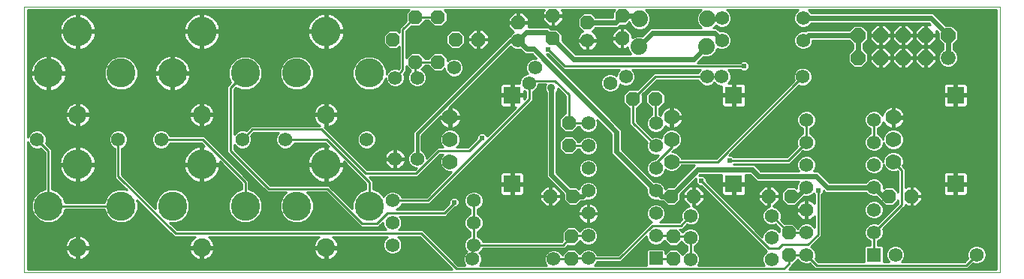
<source format=gbl>
G75*
G70*
%OFA0B0*%
%FSLAX24Y24*%
%IPPOS*%
%LPD*%
%AMOC8*
5,1,8,0,0,1.08239X$1,22.5*
%
%ADD10C,0.0000*%
%ADD11OC8,0.0620*%
%ADD12C,0.0620*%
%ADD13C,0.0740*%
%ADD14C,0.0660*%
%ADD15OC8,0.0660*%
%ADD16C,0.1306*%
%ADD17C,0.1286*%
%ADD18C,0.0812*%
%ADD19R,0.0620X0.0620*%
%ADD20R,0.0772X0.0772*%
%ADD21C,0.0694*%
%ADD22C,0.0240*%
%ADD23C,0.0160*%
%ADD24C,0.0360*%
%ADD25C,0.0100*%
%ADD26C,0.0240*%
D10*
X000190Y000492D02*
X000190Y012303D01*
X043497Y012303D01*
X043497Y000492D01*
X000190Y000492D01*
D11*
X023548Y003878D03*
X024548Y003878D03*
X028903Y003878D03*
X029903Y003878D03*
X033233Y003878D03*
X034233Y003878D03*
X038588Y003878D03*
X039588Y003878D03*
X034127Y002252D03*
X034127Y001252D03*
X029009Y001094D03*
X029009Y002094D03*
X024481Y002094D03*
X024481Y001094D03*
X024362Y006134D03*
X024362Y007134D03*
X027210Y008208D03*
X028210Y008208D03*
X020336Y010846D03*
X019336Y010846D03*
X022119Y011601D03*
X023655Y011887D03*
X025190Y011601D03*
X026725Y011887D03*
X026725Y010887D03*
X023655Y010887D03*
X018552Y011846D03*
X017552Y011846D03*
X016552Y010846D03*
X017552Y009846D03*
X018552Y009846D03*
D12*
X019267Y009593D03*
X017631Y009145D03*
X016647Y009145D03*
X022119Y010801D03*
X025190Y010801D03*
X022873Y009593D03*
X022599Y008913D03*
X026205Y008913D03*
X026891Y009193D03*
X030497Y009193D03*
X031143Y009193D03*
X034749Y009193D03*
X034769Y010807D03*
X034769Y011791D03*
X031163Y011791D03*
X031163Y010807D03*
X034910Y007271D03*
X034910Y006271D03*
X034910Y005271D03*
X034910Y004271D03*
X034910Y003271D03*
X033371Y003002D03*
X034910Y002271D03*
X033371Y002037D03*
X034910Y001271D03*
X033371Y001073D03*
X029765Y001073D03*
X029765Y002037D03*
X028225Y002114D03*
X029765Y003002D03*
X028225Y003114D03*
X028225Y004114D03*
X028225Y005114D03*
X028225Y006114D03*
X028225Y007114D03*
X025225Y007114D03*
X025225Y006114D03*
X025225Y005114D03*
X025225Y004114D03*
X025225Y003114D03*
X025225Y002114D03*
X025225Y001114D03*
X023686Y001083D03*
X020143Y001712D03*
X020080Y001083D03*
X016536Y001712D03*
X016536Y002697D03*
X016536Y003681D03*
X020143Y003681D03*
X020143Y002697D03*
X017631Y005539D03*
X016647Y005539D03*
X015379Y006397D03*
X011773Y006397D03*
X009867Y006397D03*
X006261Y006397D03*
X004355Y006397D03*
X000749Y006397D03*
X037910Y006271D03*
X037910Y005271D03*
X037910Y004271D03*
X037910Y003271D03*
X037910Y002271D03*
X038864Y001279D03*
X042471Y001279D03*
X037910Y007271D03*
D13*
X030469Y010530D03*
X027469Y010530D03*
X027509Y011752D03*
X030509Y011752D03*
D14*
X041206Y010031D03*
D15*
X040206Y010031D03*
X039206Y010031D03*
X038206Y010031D03*
X037206Y010031D03*
X037206Y011031D03*
X038206Y011031D03*
X039206Y011031D03*
X040206Y011031D03*
X041206Y011031D03*
D16*
X013576Y011201D03*
X008064Y011201D03*
X002552Y011201D03*
X002552Y005295D03*
X008064Y005295D03*
X013576Y005295D03*
D17*
X012277Y003445D03*
X009993Y003445D03*
X006765Y003445D03*
X004481Y003445D03*
X001253Y003445D03*
X015505Y003445D03*
X015505Y009350D03*
X012277Y009350D03*
X009993Y009350D03*
X006765Y009350D03*
X004481Y009350D03*
X001253Y009350D03*
D18*
X002552Y007500D03*
X008064Y007500D03*
X013576Y007500D03*
X013576Y001594D03*
X008064Y001594D03*
X002552Y001594D03*
D19*
X028225Y001114D03*
X037910Y001271D03*
D20*
X041529Y004429D03*
X031686Y004429D03*
X021844Y004429D03*
X021844Y008366D03*
X031686Y008366D03*
X041529Y008366D03*
D21*
X038773Y007382D03*
X038773Y006397D03*
X038773Y005413D03*
X028930Y005413D03*
X028930Y006397D03*
X028930Y007382D03*
X019088Y007382D03*
X019088Y006397D03*
X019088Y005413D03*
D22*
X023590Y004836D02*
X024548Y003878D01*
X024989Y003878D01*
X025225Y004114D01*
X023590Y004836D02*
X023590Y008692D01*
X024563Y009979D02*
X023655Y010887D01*
X023655Y010907D01*
X023390Y011172D01*
X022476Y011167D01*
X022119Y010801D01*
X022121Y010801D01*
X022500Y010422D01*
X022820Y010422D01*
X023070Y010172D01*
X026470Y006732D01*
X026470Y005869D01*
X028225Y004114D01*
X028462Y003878D01*
X028903Y003878D01*
X030077Y005052D01*
X032510Y005052D01*
X032790Y004772D01*
X035350Y004772D01*
X035850Y004271D01*
X037910Y004271D01*
X038304Y003878D01*
X038588Y003878D01*
X034910Y004271D02*
X034517Y003878D01*
X034233Y003878D01*
X029918Y009979D02*
X024563Y009979D01*
X027469Y010530D02*
X028061Y011122D01*
X030828Y011122D01*
X031163Y010807D01*
X030469Y010530D02*
X029918Y009979D01*
X034769Y010807D02*
X035013Y011031D01*
X037206Y011031D01*
X037206Y010031D01*
X040446Y011791D02*
X041206Y011031D01*
X041206Y010031D01*
X040446Y011791D02*
X034769Y011791D01*
X031163Y011791D02*
X031103Y011752D01*
X030509Y011752D01*
X027509Y011752D02*
X027373Y011887D01*
X026725Y011887D01*
X026439Y011601D01*
X025190Y011601D01*
D23*
X022119Y010801D02*
X021779Y010801D01*
X017631Y006653D01*
X017631Y005539D01*
D24*
X023590Y008692D03*
D25*
X023853Y008569D02*
X023967Y008569D01*
X023880Y008634D02*
X023836Y008528D01*
X023820Y008512D01*
X023820Y004931D01*
X024454Y004298D01*
X024722Y004298D01*
X024810Y004210D01*
X024869Y004352D01*
X024988Y004470D01*
X025142Y004534D01*
X025309Y004534D01*
X025463Y004470D01*
X025581Y004352D01*
X025645Y004198D01*
X025645Y004030D01*
X025581Y003876D01*
X025463Y003758D01*
X025309Y003694D01*
X025142Y003694D01*
X025134Y003697D01*
X025084Y003648D01*
X024912Y003648D01*
X024722Y003458D01*
X024374Y003458D01*
X024128Y003704D01*
X024128Y003973D01*
X023360Y004741D01*
X023360Y008512D01*
X023344Y008528D01*
X023300Y008634D01*
X023300Y008750D01*
X023342Y008852D01*
X023019Y008852D01*
X023019Y008829D01*
X022955Y008675D01*
X022837Y008557D01*
X022759Y008524D01*
X022759Y008114D01*
X022665Y008021D01*
X018165Y003521D01*
X016925Y003521D01*
X016893Y003443D01*
X016774Y003325D01*
X016695Y003292D01*
X018764Y003292D01*
X019040Y003568D01*
X019040Y003707D01*
X019175Y003842D01*
X019365Y003842D01*
X019500Y003707D01*
X019500Y003517D01*
X019365Y003382D01*
X019306Y003382D01*
X018990Y003066D01*
X018896Y002972D01*
X016855Y002972D01*
X016893Y002935D01*
X016956Y002780D01*
X016956Y002613D01*
X016893Y002459D01*
X016817Y002383D01*
X017885Y002383D01*
X017979Y002289D01*
X019456Y000812D01*
X019756Y000812D01*
X019724Y000845D01*
X019660Y000999D01*
X019660Y001166D01*
X019724Y001320D01*
X019832Y001429D01*
X019787Y001475D01*
X019723Y001629D01*
X019723Y001796D01*
X019787Y001950D01*
X019905Y002068D01*
X019983Y002101D01*
X019983Y002308D01*
X019905Y002341D01*
X019787Y002459D01*
X019723Y002613D01*
X019723Y002780D01*
X019787Y002935D01*
X019905Y003053D01*
X019983Y003085D01*
X019983Y003293D01*
X019905Y003325D01*
X019787Y003443D01*
X019723Y003597D01*
X019723Y003764D01*
X019787Y003919D01*
X019905Y004037D01*
X020059Y004101D01*
X020226Y004101D01*
X020381Y004037D01*
X020499Y003919D01*
X020563Y003764D01*
X020563Y003597D01*
X020499Y003443D01*
X020381Y003325D01*
X020303Y003293D01*
X020303Y003085D01*
X020381Y003053D01*
X020499Y002935D01*
X020563Y002780D01*
X020563Y002613D01*
X020499Y002459D01*
X020381Y002341D01*
X020303Y002308D01*
X020303Y002101D01*
X020381Y002068D01*
X024061Y002068D01*
X024061Y002166D02*
X020303Y002166D01*
X020303Y002265D02*
X024061Y002265D01*
X024061Y002268D02*
X024061Y001920D01*
X024071Y001910D01*
X024033Y001872D01*
X020531Y001872D01*
X020499Y001950D01*
X020381Y002068D01*
X020480Y001969D02*
X024061Y001969D01*
X024099Y001712D02*
X020143Y001712D01*
X020143Y002697D01*
X020143Y003681D01*
X020531Y003841D02*
X023088Y003841D01*
X023088Y003848D02*
X023088Y003687D01*
X023358Y003418D01*
X023518Y003418D01*
X023518Y003848D01*
X023088Y003848D01*
X023088Y003908D02*
X023518Y003908D01*
X023518Y003848D01*
X023578Y003848D01*
X023578Y003418D01*
X023739Y003418D01*
X024008Y003687D01*
X024008Y003848D01*
X023578Y003848D01*
X023578Y003908D01*
X023518Y003908D01*
X023518Y004338D01*
X023358Y004338D01*
X023088Y004068D01*
X023088Y003908D01*
X023088Y003939D02*
X022339Y003939D01*
X022350Y003951D02*
X022322Y003923D01*
X022288Y003903D01*
X022250Y003893D01*
X021894Y003893D01*
X021894Y004379D01*
X021894Y004479D01*
X022380Y004479D01*
X022380Y004835D01*
X022370Y004873D01*
X022350Y004907D01*
X022322Y004935D01*
X022288Y004955D01*
X022250Y004965D01*
X021894Y004965D01*
X021894Y004479D01*
X021794Y004479D01*
X021794Y004965D01*
X021438Y004965D01*
X021399Y004955D01*
X021365Y004935D01*
X021337Y004907D01*
X021318Y004873D01*
X021307Y004835D01*
X021307Y004479D01*
X021794Y004479D01*
X021794Y004379D01*
X021894Y004379D01*
X022380Y004379D01*
X022380Y004023D01*
X022370Y003985D01*
X022350Y003951D01*
X022380Y004038D02*
X023088Y004038D01*
X023156Y004136D02*
X022380Y004136D01*
X022380Y004235D02*
X023255Y004235D01*
X023353Y004333D02*
X022380Y004333D01*
X021894Y004333D02*
X021794Y004333D01*
X021794Y004379D02*
X021794Y003893D01*
X021438Y003893D01*
X021399Y003903D01*
X021365Y003923D01*
X021337Y003951D01*
X021318Y003985D01*
X021307Y004023D01*
X021307Y004379D01*
X021794Y004379D01*
X021794Y004432D02*
X019076Y004432D01*
X018978Y004333D02*
X021307Y004333D01*
X021307Y004235D02*
X018879Y004235D01*
X018781Y004136D02*
X021307Y004136D01*
X021307Y004038D02*
X020378Y004038D01*
X020478Y003939D02*
X021348Y003939D01*
X021794Y003939D02*
X021894Y003939D01*
X021894Y004038D02*
X021794Y004038D01*
X021794Y004136D02*
X021894Y004136D01*
X021894Y004235D02*
X021794Y004235D01*
X021894Y004432D02*
X023669Y004432D01*
X023739Y004338D02*
X023578Y004338D01*
X023578Y003908D01*
X024008Y003908D01*
X024008Y004068D01*
X023739Y004338D01*
X023743Y004333D02*
X023767Y004333D01*
X023842Y004235D02*
X023866Y004235D01*
X023940Y004136D02*
X023964Y004136D01*
X024008Y004038D02*
X024063Y004038D01*
X024008Y003939D02*
X024128Y003939D01*
X024128Y003841D02*
X024008Y003841D01*
X024008Y003742D02*
X024128Y003742D01*
X024188Y003644D02*
X023965Y003644D01*
X023866Y003545D02*
X024287Y003545D01*
X024810Y003545D02*
X025065Y003545D01*
X025049Y003540D02*
X024984Y003507D01*
X024926Y003465D01*
X024875Y003414D01*
X024832Y003355D01*
X024799Y003291D01*
X024777Y003222D01*
X024765Y003150D01*
X024765Y003144D01*
X025195Y003144D01*
X025195Y003084D01*
X024765Y003084D01*
X024765Y003078D01*
X024777Y003006D01*
X024799Y002937D01*
X024832Y002873D01*
X024875Y002814D01*
X024926Y002763D01*
X024984Y002721D01*
X025049Y002688D01*
X025118Y002665D01*
X025189Y002654D01*
X025195Y002654D01*
X025195Y003084D01*
X025255Y003084D01*
X025255Y002654D01*
X025262Y002654D01*
X025333Y002665D01*
X025402Y002688D01*
X025467Y002721D01*
X025525Y002763D01*
X025576Y002814D01*
X025619Y002873D01*
X025652Y002937D01*
X025674Y003006D01*
X025685Y003078D01*
X025685Y003084D01*
X025255Y003084D01*
X025255Y003144D01*
X025195Y003144D01*
X025195Y003574D01*
X025189Y003574D01*
X025118Y003563D01*
X025049Y003540D01*
X025195Y003545D02*
X025255Y003545D01*
X025262Y003574D02*
X025255Y003574D01*
X025255Y003144D01*
X025685Y003144D01*
X025685Y003150D01*
X025674Y003222D01*
X025652Y003291D01*
X025619Y003355D01*
X025576Y003414D01*
X025525Y003465D01*
X025467Y003507D01*
X025402Y003540D01*
X025333Y003563D01*
X025262Y003574D01*
X025255Y003447D02*
X025195Y003447D01*
X025195Y003348D02*
X025255Y003348D01*
X025255Y003250D02*
X025195Y003250D01*
X025195Y003151D02*
X025255Y003151D01*
X025255Y003053D02*
X025195Y003053D01*
X025195Y002954D02*
X025255Y002954D01*
X025255Y002856D02*
X025195Y002856D01*
X025195Y002757D02*
X025255Y002757D01*
X025255Y002659D02*
X025195Y002659D01*
X025158Y002659D02*
X020563Y002659D01*
X020563Y002757D02*
X024934Y002757D01*
X024844Y002856D02*
X020531Y002856D01*
X020479Y002954D02*
X024794Y002954D01*
X024769Y003053D02*
X020380Y003053D01*
X020303Y003151D02*
X024766Y003151D01*
X024786Y003250D02*
X020303Y003250D01*
X020404Y003348D02*
X024829Y003348D01*
X024908Y003447D02*
X023768Y003447D01*
X023578Y003447D02*
X023518Y003447D01*
X023518Y003545D02*
X023578Y003545D01*
X023578Y003644D02*
X023518Y003644D01*
X023518Y003742D02*
X023578Y003742D01*
X023578Y003841D02*
X023518Y003841D01*
X023518Y003939D02*
X023578Y003939D01*
X023578Y004038D02*
X023518Y004038D01*
X023518Y004136D02*
X023578Y004136D01*
X023578Y004235D02*
X023518Y004235D01*
X023518Y004333D02*
X023578Y004333D01*
X024319Y004432D02*
X024949Y004432D01*
X024862Y004333D02*
X024418Y004333D01*
X024785Y004235D02*
X024821Y004235D01*
X025133Y004530D02*
X024221Y004530D01*
X024122Y004629D02*
X027385Y004629D01*
X027287Y004727D02*
X025390Y004727D01*
X025463Y004758D02*
X025581Y004876D01*
X025645Y005030D01*
X025645Y005198D01*
X025581Y005352D01*
X025463Y005470D01*
X025309Y005534D01*
X025142Y005534D01*
X024988Y005470D01*
X024869Y005352D01*
X024805Y005198D01*
X024805Y005030D01*
X024869Y004876D01*
X024988Y004758D01*
X025142Y004694D01*
X025309Y004694D01*
X025463Y004758D01*
X025531Y004826D02*
X027188Y004826D01*
X027090Y004924D02*
X025602Y004924D01*
X025642Y005023D02*
X026991Y005023D01*
X026893Y005121D02*
X025645Y005121D01*
X025636Y005220D02*
X026794Y005220D01*
X026696Y005318D02*
X025595Y005318D01*
X025516Y005417D02*
X026597Y005417D01*
X026499Y005515D02*
X025354Y005515D01*
X025309Y005694D02*
X025463Y005758D01*
X025581Y005876D01*
X025645Y006030D01*
X025645Y006198D01*
X025581Y006352D01*
X025463Y006470D01*
X025309Y006534D01*
X025142Y006534D01*
X024988Y006470D01*
X024869Y006352D01*
X024845Y006294D01*
X024782Y006294D01*
X024782Y006308D01*
X024536Y006554D01*
X024188Y006554D01*
X023942Y006308D01*
X023942Y005960D01*
X024188Y005714D01*
X024536Y005714D01*
X024782Y005960D01*
X024782Y005974D01*
X024829Y005974D01*
X024869Y005876D01*
X024988Y005758D01*
X025142Y005694D01*
X025309Y005694D01*
X025354Y005712D02*
X026302Y005712D01*
X026240Y005774D02*
X027809Y004205D01*
X027805Y004198D01*
X027805Y004030D01*
X027869Y003876D01*
X027988Y003758D01*
X028142Y003694D01*
X028309Y003694D01*
X028317Y003697D01*
X028366Y003648D01*
X028539Y003648D01*
X028729Y003458D01*
X029077Y003458D01*
X029323Y003704D01*
X029323Y003973D01*
X030000Y004650D01*
X030000Y004477D01*
X030135Y004342D01*
X030234Y004342D01*
X033143Y001433D01*
X033133Y001429D01*
X033015Y001311D01*
X032951Y001157D01*
X032951Y000990D01*
X033015Y000835D01*
X033038Y000812D01*
X030098Y000812D01*
X030121Y000835D01*
X030185Y000990D01*
X030185Y001157D01*
X030121Y001311D01*
X030003Y001429D01*
X029925Y001461D01*
X029925Y001649D01*
X030003Y001681D01*
X030121Y001799D01*
X030185Y001954D01*
X030185Y002121D01*
X030121Y002275D01*
X030003Y002393D01*
X029848Y002457D01*
X029681Y002457D01*
X029527Y002393D01*
X029415Y002282D01*
X029285Y002412D01*
X029391Y002412D01*
X029596Y002617D01*
X029681Y002582D01*
X029848Y002582D01*
X030003Y002646D01*
X030121Y002764D01*
X030185Y002918D01*
X030185Y003085D01*
X030121Y003240D01*
X030003Y003358D01*
X029858Y003418D01*
X029873Y003418D01*
X029873Y003848D01*
X029933Y003848D01*
X029933Y003908D01*
X030363Y003908D01*
X030363Y004068D01*
X030093Y004338D01*
X029933Y004338D01*
X029933Y003908D01*
X029873Y003908D01*
X029873Y004338D01*
X029712Y004338D01*
X029443Y004068D01*
X029443Y003908D01*
X029873Y003908D01*
X029873Y003848D01*
X029443Y003848D01*
X029443Y003687D01*
X029708Y003422D01*
X029681Y003422D01*
X029527Y003358D01*
X029409Y003240D01*
X029345Y003085D01*
X029345Y002918D01*
X029374Y002847D01*
X029259Y002732D01*
X028401Y002732D01*
X028463Y002758D01*
X028581Y002876D01*
X028645Y003030D01*
X028645Y003198D01*
X028581Y003352D01*
X028463Y003470D01*
X028309Y003534D01*
X028142Y003534D01*
X027988Y003470D01*
X027869Y003352D01*
X027805Y003198D01*
X027805Y003030D01*
X027869Y002876D01*
X027988Y002758D01*
X028050Y002732D01*
X028004Y002732D01*
X026546Y001274D01*
X025614Y001274D01*
X025581Y001352D01*
X025463Y001470D01*
X025309Y001534D01*
X025142Y001534D01*
X024988Y001470D01*
X024869Y001352D01*
X024854Y001315D01*
X024655Y001514D01*
X024307Y001514D01*
X024063Y001270D01*
X024042Y001320D01*
X023924Y001439D01*
X023770Y001503D01*
X023603Y001503D01*
X023448Y001439D01*
X023330Y001320D01*
X023266Y001166D01*
X023266Y000999D01*
X023330Y000845D01*
X023363Y000812D01*
X020403Y000812D01*
X020436Y000845D01*
X020500Y000999D01*
X020500Y001166D01*
X020436Y001320D01*
X020390Y001366D01*
X020499Y001475D01*
X020531Y001552D01*
X024166Y001552D01*
X024259Y001646D01*
X024297Y001684D01*
X024307Y001674D01*
X024655Y001674D01*
X024866Y001885D01*
X024869Y001876D01*
X024988Y001758D01*
X025142Y001694D01*
X025309Y001694D01*
X025463Y001758D01*
X025581Y001876D01*
X025645Y002030D01*
X025645Y002198D01*
X025581Y002352D01*
X025463Y002470D01*
X025309Y002534D01*
X025142Y002534D01*
X024988Y002470D01*
X024869Y002352D01*
X024854Y002315D01*
X024655Y002514D01*
X024307Y002514D01*
X024061Y002268D01*
X024157Y002363D02*
X020404Y002363D01*
X020500Y002462D02*
X024255Y002462D01*
X024708Y002462D02*
X024979Y002462D01*
X024881Y002363D02*
X024806Y002363D01*
X024501Y002114D02*
X024481Y002094D01*
X024099Y001712D01*
X024189Y001575D02*
X026847Y001575D01*
X026749Y001477D02*
X025447Y001477D01*
X025555Y001378D02*
X026650Y001378D01*
X026552Y001280D02*
X025611Y001280D01*
X025004Y001477D02*
X024693Y001477D01*
X024791Y001378D02*
X024896Y001378D01*
X025225Y001114D02*
X024501Y001114D01*
X024481Y001094D01*
X023698Y001094D01*
X023686Y001083D01*
X023266Y001083D02*
X020500Y001083D01*
X020493Y001181D02*
X023272Y001181D01*
X023313Y001280D02*
X020453Y001280D01*
X020403Y001378D02*
X023388Y001378D01*
X023541Y001477D02*
X020500Y001477D01*
X020143Y001712D02*
X020080Y001649D01*
X020080Y001083D01*
X019660Y001083D02*
X019185Y001083D01*
X019087Y001181D02*
X019666Y001181D01*
X019707Y001280D02*
X018988Y001280D01*
X018890Y001378D02*
X019782Y001378D01*
X019786Y001477D02*
X018791Y001477D01*
X018693Y001575D02*
X019745Y001575D01*
X019723Y001674D02*
X018594Y001674D01*
X018496Y001772D02*
X019723Y001772D01*
X019754Y001871D02*
X018397Y001871D01*
X018299Y001969D02*
X019806Y001969D01*
X019904Y002068D02*
X018200Y002068D01*
X018102Y002166D02*
X019983Y002166D01*
X019983Y002265D02*
X018003Y002265D01*
X017905Y002363D02*
X019882Y002363D01*
X019785Y002462D02*
X016894Y002462D01*
X016935Y002560D02*
X019745Y002560D01*
X019723Y002659D02*
X016956Y002659D01*
X016956Y002757D02*
X019723Y002757D01*
X019754Y002856D02*
X016925Y002856D01*
X016873Y002954D02*
X019807Y002954D01*
X019905Y003053D02*
X018977Y003053D01*
X019076Y003151D02*
X019983Y003151D01*
X019983Y003250D02*
X019174Y003250D01*
X019273Y003348D02*
X019881Y003348D01*
X019785Y003447D02*
X019430Y003447D01*
X019500Y003545D02*
X019744Y003545D01*
X019723Y003644D02*
X019500Y003644D01*
X019465Y003742D02*
X019723Y003742D01*
X019754Y003841D02*
X019366Y003841D01*
X019174Y003841D02*
X018485Y003841D01*
X018387Y003742D02*
X019075Y003742D01*
X019040Y003644D02*
X018288Y003644D01*
X018190Y003545D02*
X019017Y003545D01*
X018919Y003447D02*
X016894Y003447D01*
X016798Y003348D02*
X018820Y003348D01*
X018830Y003132D02*
X016310Y003132D01*
X015830Y002652D01*
X015190Y002652D01*
X013630Y004212D01*
X011030Y004212D01*
X009350Y005892D01*
X009350Y008707D01*
X009993Y009350D01*
X009240Y009357D02*
X006815Y009357D01*
X006815Y009400D02*
X007558Y009400D01*
X007558Y009402D01*
X007544Y009505D01*
X007517Y009606D01*
X007477Y009702D01*
X007425Y009792D01*
X007362Y009874D01*
X007289Y009948D01*
X007206Y010011D01*
X007116Y010063D01*
X007020Y010103D01*
X006920Y010130D01*
X006817Y010143D01*
X006815Y010143D01*
X006815Y009400D01*
X006815Y009300D01*
X007558Y009300D01*
X007558Y009298D01*
X007544Y009195D01*
X007517Y009095D01*
X007477Y008999D01*
X007425Y008909D01*
X007362Y008826D01*
X007289Y008753D01*
X007206Y008690D01*
X007116Y008638D01*
X007020Y008598D01*
X006920Y008571D01*
X006817Y008557D01*
X006815Y008557D01*
X006815Y009300D01*
X006715Y009300D01*
X006715Y008557D01*
X006713Y008557D01*
X006610Y008571D01*
X006509Y008598D01*
X006413Y008638D01*
X006323Y008690D01*
X006241Y008753D01*
X006167Y008826D01*
X006104Y008909D01*
X006052Y008999D01*
X006012Y009095D01*
X005985Y009195D01*
X005972Y009298D01*
X005972Y009300D01*
X006715Y009300D01*
X006715Y009400D01*
X005972Y009400D01*
X005972Y009402D01*
X005985Y009505D01*
X006012Y009606D01*
X006052Y009702D01*
X006104Y009792D01*
X006167Y009874D01*
X006241Y009948D01*
X004948Y009948D01*
X004908Y009989D02*
X004631Y010103D01*
X004332Y010103D01*
X004055Y009989D01*
X003843Y009777D01*
X003728Y009500D01*
X003728Y009200D01*
X003843Y008924D01*
X004055Y008712D01*
X004332Y008597D01*
X004631Y008597D01*
X004908Y008712D01*
X005120Y008924D01*
X005234Y009200D01*
X005234Y009500D01*
X005120Y009777D01*
X004908Y009989D01*
X004768Y010046D02*
X006385Y010046D01*
X006413Y010063D02*
X006323Y010011D01*
X006241Y009948D01*
X006148Y009849D02*
X005047Y009849D01*
X005130Y009751D02*
X006081Y009751D01*
X006032Y009652D02*
X005171Y009652D01*
X005212Y009554D02*
X005999Y009554D01*
X005979Y009455D02*
X005234Y009455D01*
X005234Y009357D02*
X006715Y009357D01*
X006715Y009400D02*
X006715Y010143D01*
X006713Y010143D01*
X006610Y010130D01*
X006509Y010103D01*
X006413Y010063D01*
X006715Y010046D02*
X006815Y010046D01*
X006815Y009948D02*
X006715Y009948D01*
X006715Y009849D02*
X006815Y009849D01*
X006815Y009751D02*
X006715Y009751D01*
X006715Y009652D02*
X006815Y009652D01*
X006815Y009554D02*
X006715Y009554D01*
X006715Y009455D02*
X006815Y009455D01*
X006815Y009400D02*
X006715Y009400D01*
X006715Y009258D02*
X006815Y009258D01*
X006815Y009160D02*
X006715Y009160D01*
X006715Y009061D02*
X006815Y009061D01*
X006815Y008963D02*
X006715Y008963D01*
X006715Y008864D02*
X006815Y008864D01*
X006815Y008766D02*
X006715Y008766D01*
X006715Y008667D02*
X006815Y008667D01*
X006815Y008569D02*
X006715Y008569D01*
X006624Y008569D02*
X001394Y008569D01*
X001408Y008571D02*
X001508Y008598D01*
X001604Y008638D01*
X001694Y008690D01*
X001777Y008753D01*
X001850Y008826D01*
X001914Y008909D01*
X001966Y008999D01*
X002005Y009095D01*
X002032Y009195D01*
X002046Y009298D01*
X002046Y009300D01*
X001303Y009300D01*
X001303Y008557D01*
X001305Y008557D01*
X001408Y008571D01*
X001303Y008569D02*
X001203Y008569D01*
X001203Y008557D02*
X001203Y009300D01*
X001303Y009300D01*
X001303Y009400D01*
X002046Y009400D01*
X002046Y009402D01*
X002032Y009505D01*
X002005Y009606D01*
X001966Y009702D01*
X001914Y009792D01*
X001850Y009874D01*
X001777Y009948D01*
X001694Y010011D01*
X001604Y010063D01*
X001508Y010103D01*
X001408Y010130D01*
X001305Y010143D01*
X001303Y010143D01*
X001303Y009400D01*
X001203Y009400D01*
X001203Y009300D01*
X000460Y009300D01*
X000460Y009298D01*
X000474Y009195D01*
X000501Y009095D01*
X000540Y008999D01*
X000592Y008909D01*
X000656Y008826D01*
X000729Y008753D01*
X000812Y008690D01*
X000902Y008638D01*
X000998Y008598D01*
X001098Y008571D01*
X001201Y008557D01*
X001203Y008557D01*
X001112Y008569D02*
X000340Y008569D01*
X000340Y008667D02*
X000850Y008667D01*
X000716Y008766D02*
X000340Y008766D01*
X000340Y008864D02*
X000626Y008864D01*
X000561Y008963D02*
X000340Y008963D01*
X000340Y009061D02*
X000514Y009061D01*
X000483Y009160D02*
X000340Y009160D01*
X000340Y009258D02*
X000465Y009258D01*
X000460Y009400D02*
X001203Y009400D01*
X001203Y010143D01*
X001201Y010143D01*
X001098Y010130D01*
X000998Y010103D01*
X000902Y010063D01*
X000812Y010011D01*
X000729Y009948D01*
X000656Y009874D01*
X000592Y009792D01*
X000540Y009702D01*
X000501Y009606D01*
X000474Y009505D01*
X000460Y009402D01*
X000460Y009400D01*
X000467Y009455D02*
X000340Y009455D01*
X000340Y009357D02*
X001203Y009357D01*
X001203Y009455D02*
X001303Y009455D01*
X001303Y009357D02*
X003728Y009357D01*
X003728Y009455D02*
X002039Y009455D01*
X002019Y009554D02*
X003751Y009554D01*
X003792Y009652D02*
X001986Y009652D01*
X001937Y009751D02*
X003832Y009751D01*
X003916Y009849D02*
X001869Y009849D01*
X001776Y009948D02*
X004014Y009948D01*
X004195Y010046D02*
X001633Y010046D01*
X001303Y010046D02*
X001203Y010046D01*
X001203Y009948D02*
X001303Y009948D01*
X001303Y009849D02*
X001203Y009849D01*
X001203Y009751D02*
X001303Y009751D01*
X001303Y009652D02*
X001203Y009652D01*
X001203Y009554D02*
X001303Y009554D01*
X000520Y009652D02*
X000340Y009652D01*
X000340Y009554D02*
X000487Y009554D01*
X000569Y009751D02*
X000340Y009751D01*
X000340Y009849D02*
X000637Y009849D01*
X000730Y009948D02*
X000340Y009948D01*
X000340Y010046D02*
X000873Y010046D01*
X000340Y010145D02*
X016830Y010145D01*
X016830Y010243D02*
X000340Y010243D01*
X000340Y010342D02*
X016830Y010342D01*
X016830Y010440D02*
X016740Y010440D01*
X016726Y010426D02*
X016830Y010530D01*
X016830Y009555D01*
X016808Y009533D01*
X016730Y009565D01*
X016563Y009565D01*
X016409Y009502D01*
X016291Y009383D01*
X016258Y009304D01*
X016258Y009500D01*
X016143Y009777D01*
X015931Y009989D01*
X015655Y010103D01*
X015355Y010103D01*
X015078Y009989D01*
X014867Y009777D01*
X014752Y009500D01*
X014752Y009200D01*
X014867Y008924D01*
X015078Y008712D01*
X015355Y008597D01*
X015655Y008597D01*
X015931Y008712D01*
X016143Y008924D01*
X016227Y009125D01*
X016227Y009062D01*
X016291Y008908D01*
X016409Y008789D01*
X016563Y008725D01*
X016730Y008725D01*
X016885Y008789D01*
X017003Y008908D01*
X017067Y009062D01*
X017067Y009229D01*
X017034Y009307D01*
X017056Y009329D01*
X017150Y009423D01*
X017150Y009655D01*
X017348Y009457D01*
X017275Y009383D01*
X017211Y009229D01*
X017211Y009062D01*
X017275Y008908D01*
X017393Y008789D01*
X017547Y008725D01*
X017714Y008725D01*
X017869Y008789D01*
X017987Y008908D01*
X018051Y009062D01*
X018051Y009229D01*
X017987Y009383D01*
X017869Y009502D01*
X017821Y009521D01*
X017972Y009672D01*
X017972Y009686D01*
X018132Y009686D01*
X018132Y009672D01*
X018378Y009426D01*
X018726Y009426D01*
X018847Y009547D01*
X018847Y009509D01*
X018911Y009355D01*
X019029Y009237D01*
X019183Y009173D01*
X019350Y009173D01*
X019505Y009237D01*
X019623Y009355D01*
X019687Y009509D01*
X019687Y009676D01*
X019623Y009831D01*
X019505Y009949D01*
X019350Y010013D01*
X019183Y010013D01*
X019029Y009949D01*
X018972Y009892D01*
X018972Y010020D01*
X018726Y010266D01*
X018378Y010266D01*
X018132Y010020D01*
X018132Y010006D01*
X017972Y010006D01*
X017972Y010020D01*
X017726Y010266D01*
X017378Y010266D01*
X017150Y010038D01*
X017150Y011218D01*
X017368Y011436D01*
X017378Y011426D01*
X017726Y011426D01*
X017972Y011672D01*
X017972Y011686D01*
X018132Y011686D01*
X018132Y011672D01*
X018378Y011426D01*
X018726Y011426D01*
X018972Y011672D01*
X018972Y012020D01*
X018839Y012153D01*
X023270Y012153D01*
X023195Y012078D01*
X023195Y011917D01*
X023625Y011917D01*
X023625Y011857D01*
X023685Y011857D01*
X023685Y011917D01*
X024115Y011917D01*
X024115Y012078D01*
X024040Y012153D01*
X026397Y012153D01*
X026305Y012061D01*
X026305Y011831D01*
X025554Y011831D01*
X025364Y012021D01*
X025016Y012021D01*
X024770Y011775D01*
X024770Y011427D01*
X024984Y011212D01*
X024949Y011194D01*
X024890Y011151D01*
X024839Y011100D01*
X024797Y011042D01*
X024764Y010977D01*
X024741Y010908D01*
X024730Y010837D01*
X024730Y010831D01*
X025160Y010831D01*
X025160Y010771D01*
X024730Y010771D01*
X024730Y010764D01*
X024741Y010693D01*
X024764Y010624D01*
X024797Y010560D01*
X024839Y010501D01*
X024890Y010450D01*
X024949Y010407D01*
X025013Y010374D01*
X025082Y010352D01*
X025154Y010341D01*
X025160Y010341D01*
X025160Y010771D01*
X025220Y010771D01*
X025220Y010831D01*
X025650Y010831D01*
X025650Y010837D01*
X025639Y010908D01*
X025616Y010977D01*
X025583Y011042D01*
X025541Y011100D01*
X025490Y011151D01*
X025431Y011194D01*
X025396Y011212D01*
X025554Y011371D01*
X026534Y011371D01*
X026631Y011467D01*
X026899Y011467D01*
X027046Y011614D01*
X027102Y011480D01*
X027237Y011345D01*
X027413Y011272D01*
X027604Y011272D01*
X027781Y011345D01*
X027916Y011480D01*
X027989Y011656D01*
X027989Y011847D01*
X027916Y012024D01*
X027787Y012153D01*
X030231Y012153D01*
X030102Y012024D01*
X030029Y011847D01*
X030029Y011656D01*
X030102Y011480D01*
X030230Y011352D01*
X027965Y011352D01*
X027606Y010993D01*
X027564Y011010D01*
X027373Y011010D01*
X027197Y010937D01*
X027185Y010925D01*
X027185Y011078D01*
X026916Y011347D01*
X026755Y011347D01*
X026755Y010917D01*
X026695Y010917D01*
X026695Y010857D01*
X026755Y010857D01*
X026755Y010427D01*
X026916Y010427D01*
X026989Y010500D01*
X026989Y010435D01*
X027062Y010258D01*
X027111Y010209D01*
X024658Y010209D01*
X024075Y010793D01*
X024075Y011061D01*
X023829Y011307D01*
X023580Y011307D01*
X023552Y011335D01*
X023485Y011402D01*
X023485Y011402D01*
X023484Y011402D01*
X023389Y011402D01*
X023295Y011402D01*
X023294Y011401D01*
X022569Y011398D01*
X022568Y011399D01*
X022568Y011399D01*
X022579Y011410D01*
X022579Y011571D01*
X022149Y011571D01*
X022149Y011631D01*
X022089Y011631D01*
X022089Y012061D01*
X021929Y012061D01*
X021659Y011791D01*
X021659Y011631D01*
X022089Y011631D01*
X022089Y011571D01*
X021659Y011571D01*
X021659Y011410D01*
X021903Y011166D01*
X021881Y011157D01*
X021763Y011039D01*
X021743Y010991D01*
X021700Y010991D01*
X021589Y010879D01*
X017441Y006732D01*
X017441Y005915D01*
X017393Y005895D01*
X017275Y005777D01*
X017211Y005623D01*
X017211Y005456D01*
X017275Y005301D01*
X017393Y005183D01*
X017547Y005119D01*
X017591Y005119D01*
X017524Y005052D01*
X015416Y005052D01*
X013550Y006918D01*
X013550Y006918D01*
X013523Y006945D01*
X013526Y006945D01*
X013526Y007450D01*
X013021Y007450D01*
X013034Y007370D01*
X013061Y007286D01*
X013100Y007208D01*
X013152Y007138D01*
X013214Y007076D01*
X013284Y007024D01*
X013309Y007012D01*
X010255Y007012D01*
X010029Y006785D01*
X009951Y006817D01*
X009784Y006817D01*
X009629Y006754D01*
X009511Y006635D01*
X009510Y006633D01*
X009510Y008641D01*
X009577Y008708D01*
X009843Y008597D01*
X010143Y008597D01*
X010420Y008712D01*
X010631Y008924D01*
X010746Y009200D01*
X010746Y009500D01*
X010631Y009777D01*
X010420Y009989D01*
X010143Y010103D01*
X009843Y010103D01*
X009567Y009989D01*
X009355Y009777D01*
X009240Y009500D01*
X009240Y009200D01*
X009351Y008934D01*
X009190Y008773D01*
X009190Y005826D01*
X009284Y005732D01*
X010964Y004052D01*
X011819Y004052D01*
X011638Y003871D01*
X011524Y003594D01*
X011524Y003295D01*
X011638Y003018D01*
X011850Y002806D01*
X012127Y002692D01*
X012426Y002692D01*
X012703Y002806D01*
X012915Y003018D01*
X013030Y003295D01*
X013030Y003594D01*
X012915Y003871D01*
X012734Y004052D01*
X013564Y004052D01*
X015124Y002492D01*
X015896Y002492D01*
X015990Y002586D01*
X016116Y002712D01*
X016116Y002613D01*
X016180Y002459D01*
X016256Y002383D01*
X006965Y002383D01*
X006656Y002692D01*
X006915Y002692D01*
X007191Y002806D01*
X007403Y003018D01*
X007518Y003295D01*
X007518Y003594D01*
X007403Y003871D01*
X007191Y004083D01*
X006915Y004198D01*
X006615Y004198D01*
X006338Y004083D01*
X006127Y003871D01*
X006012Y003594D01*
X006012Y003336D01*
X004515Y004833D01*
X004515Y006009D01*
X004593Y006041D01*
X004711Y006160D01*
X004775Y006314D01*
X004775Y006481D01*
X004711Y006635D01*
X004593Y006754D01*
X004439Y006817D01*
X004272Y006817D01*
X004117Y006754D01*
X003999Y006635D01*
X003935Y006481D01*
X003935Y006314D01*
X003999Y006160D01*
X004117Y006041D01*
X004195Y006009D01*
X004195Y004700D01*
X004289Y004607D01*
X004745Y004150D01*
X004631Y004198D01*
X004332Y004198D01*
X004055Y004083D01*
X003843Y003871D01*
X003733Y003605D01*
X002002Y003605D01*
X001891Y003871D01*
X001679Y004083D01*
X001413Y004193D01*
X001413Y005960D01*
X001319Y006054D01*
X001137Y006236D01*
X001169Y006314D01*
X001169Y006481D01*
X001105Y006635D01*
X000987Y006754D01*
X000833Y006817D01*
X000666Y006817D01*
X000511Y006754D01*
X000393Y006635D01*
X000340Y006507D01*
X000340Y012153D01*
X017265Y012153D01*
X017132Y012020D01*
X017132Y011672D01*
X017142Y011662D01*
X016830Y011350D01*
X016830Y011162D01*
X016726Y011266D01*
X016378Y011266D01*
X016132Y011020D01*
X016132Y010672D01*
X016378Y010426D01*
X016726Y010426D01*
X016364Y010440D02*
X013838Y010440D01*
X013834Y010439D02*
X013932Y010479D01*
X014023Y010532D01*
X014106Y010596D01*
X014181Y010670D01*
X014245Y010754D01*
X014297Y010845D01*
X014338Y010942D01*
X014365Y011044D01*
X014379Y011148D01*
X014379Y011151D01*
X013626Y011151D01*
X013626Y011251D01*
X013526Y011251D01*
X013526Y012003D01*
X013523Y012003D01*
X013419Y011990D01*
X013317Y011962D01*
X013220Y011922D01*
X013129Y011870D01*
X013045Y011805D01*
X012971Y011731D01*
X012907Y011648D01*
X012854Y011556D01*
X012814Y011459D01*
X012787Y011358D01*
X012773Y011253D01*
X012773Y011251D01*
X013526Y011251D01*
X013526Y011151D01*
X012773Y011151D01*
X012773Y011148D01*
X012787Y011044D01*
X012814Y010942D01*
X012854Y010845D01*
X012907Y010754D01*
X012971Y010670D01*
X013045Y010596D01*
X013129Y010532D01*
X013220Y010479D01*
X013317Y010439D01*
X013419Y010412D01*
X013523Y010398D01*
X013526Y010398D01*
X013526Y011151D01*
X013626Y011151D01*
X013626Y010398D01*
X013628Y010398D01*
X013733Y010412D01*
X013834Y010439D01*
X013626Y010440D02*
X013526Y010440D01*
X013526Y010539D02*
X013626Y010539D01*
X013626Y010637D02*
X013526Y010637D01*
X013526Y010736D02*
X013626Y010736D01*
X013626Y010834D02*
X013526Y010834D01*
X013526Y010933D02*
X013626Y010933D01*
X013626Y011031D02*
X013526Y011031D01*
X013526Y011130D02*
X013626Y011130D01*
X013626Y011228D02*
X016340Y011228D01*
X016242Y011130D02*
X014376Y011130D01*
X014362Y011031D02*
X016143Y011031D01*
X016132Y010933D02*
X014334Y010933D01*
X014291Y010834D02*
X016132Y010834D01*
X016132Y010736D02*
X014231Y010736D01*
X014148Y010637D02*
X016167Y010637D01*
X016266Y010539D02*
X014032Y010539D01*
X013313Y010440D02*
X008327Y010440D01*
X008323Y010439D02*
X008420Y010479D01*
X008511Y010532D01*
X008594Y010596D01*
X008669Y010670D01*
X008733Y010754D01*
X008786Y010845D01*
X008826Y010942D01*
X008853Y011044D01*
X008867Y011148D01*
X008867Y011151D01*
X008114Y011151D01*
X008114Y011251D01*
X008014Y011251D01*
X008014Y012003D01*
X008011Y012003D01*
X007907Y011990D01*
X007805Y011962D01*
X007708Y011922D01*
X007617Y011870D01*
X007534Y011805D01*
X007459Y011731D01*
X007395Y011648D01*
X007343Y011556D01*
X007302Y011459D01*
X007275Y011358D01*
X007261Y011253D01*
X007261Y011251D01*
X008014Y011251D01*
X008014Y011151D01*
X007261Y011151D01*
X007261Y011148D01*
X007275Y011044D01*
X007302Y010942D01*
X007343Y010845D01*
X007395Y010754D01*
X007459Y010670D01*
X007534Y010596D01*
X007617Y010532D01*
X007708Y010479D01*
X007805Y010439D01*
X007907Y010412D01*
X008011Y010398D01*
X008014Y010398D01*
X008014Y011151D01*
X008114Y011151D01*
X008114Y010398D01*
X008117Y010398D01*
X008221Y010412D01*
X008323Y010439D01*
X008114Y010440D02*
X008014Y010440D01*
X008014Y010539D02*
X008114Y010539D01*
X008114Y010637D02*
X008014Y010637D01*
X008014Y010736D02*
X008114Y010736D01*
X008114Y010834D02*
X008014Y010834D01*
X008014Y010933D02*
X008114Y010933D01*
X008114Y011031D02*
X008014Y011031D01*
X008014Y011130D02*
X008114Y011130D01*
X008114Y011228D02*
X013526Y011228D01*
X013526Y011327D02*
X013626Y011327D01*
X013626Y011251D02*
X013626Y012003D01*
X013628Y012003D01*
X013733Y011990D01*
X013834Y011962D01*
X013932Y011922D01*
X014023Y011870D01*
X014106Y011805D01*
X014181Y011731D01*
X014245Y011648D01*
X014297Y011556D01*
X014338Y011459D01*
X014365Y011358D01*
X014379Y011253D01*
X014379Y011251D01*
X013626Y011251D01*
X014369Y011327D02*
X016830Y011327D01*
X016830Y011228D02*
X016764Y011228D01*
X016990Y011284D02*
X017552Y011846D01*
X018552Y011846D01*
X018972Y011819D02*
X021687Y011819D01*
X021659Y011721D02*
X018972Y011721D01*
X018922Y011622D02*
X022089Y011622D01*
X022149Y011622D02*
X023269Y011622D01*
X023195Y011697D02*
X023464Y011427D01*
X023625Y011427D01*
X023625Y011857D01*
X023195Y011857D01*
X023195Y011697D01*
X023195Y011721D02*
X022579Y011721D01*
X022579Y011791D02*
X022310Y012061D01*
X022149Y012061D01*
X022149Y011631D01*
X022579Y011631D01*
X022579Y011791D01*
X022551Y011819D02*
X023195Y011819D01*
X023195Y011918D02*
X022452Y011918D01*
X022354Y012016D02*
X023195Y012016D01*
X023232Y012115D02*
X018877Y012115D01*
X018972Y012016D02*
X021884Y012016D01*
X021786Y011918D02*
X018972Y011918D01*
X018182Y011622D02*
X017922Y011622D01*
X017824Y011524D02*
X018281Y011524D01*
X018824Y011524D02*
X021659Y011524D01*
X021659Y011425D02*
X017358Y011425D01*
X017259Y011327D02*
X021742Y011327D01*
X021841Y011228D02*
X020604Y011228D01*
X020526Y011306D02*
X020366Y011306D01*
X020366Y010876D01*
X020796Y010876D01*
X020796Y011037D01*
X020526Y011306D01*
X020366Y011228D02*
X020306Y011228D01*
X020306Y011306D02*
X020145Y011306D01*
X019876Y011037D01*
X019876Y010876D01*
X020306Y010876D01*
X020306Y010816D01*
X020366Y010816D01*
X020366Y010876D01*
X020306Y010876D01*
X020306Y011306D01*
X020067Y011228D02*
X019547Y011228D01*
X019510Y011266D02*
X019162Y011266D01*
X018916Y011020D01*
X018916Y010672D01*
X019162Y010426D01*
X019510Y010426D01*
X019756Y010672D01*
X019756Y011020D01*
X019510Y011266D01*
X019646Y011130D02*
X019969Y011130D01*
X019876Y011031D02*
X019744Y011031D01*
X019756Y010933D02*
X019876Y010933D01*
X019876Y010816D02*
X019876Y010656D01*
X020145Y010386D01*
X020306Y010386D01*
X020306Y010816D01*
X019876Y010816D01*
X019876Y010736D02*
X019756Y010736D01*
X019756Y010834D02*
X020306Y010834D01*
X020366Y010834D02*
X021544Y010834D01*
X021445Y010736D02*
X020796Y010736D01*
X020796Y010656D02*
X020796Y010816D01*
X020366Y010816D01*
X020366Y010386D01*
X020526Y010386D01*
X020796Y010656D01*
X020777Y010637D02*
X021347Y010637D01*
X021248Y010539D02*
X020679Y010539D01*
X020580Y010440D02*
X021150Y010440D01*
X021051Y010342D02*
X017150Y010342D01*
X017150Y010440D02*
X019148Y010440D01*
X019049Y010539D02*
X017150Y010539D01*
X017150Y010637D02*
X018951Y010637D01*
X018916Y010736D02*
X017150Y010736D01*
X017150Y010834D02*
X018916Y010834D01*
X018916Y010933D02*
X017150Y010933D01*
X017150Y011031D02*
X018927Y011031D01*
X019025Y011130D02*
X017150Y011130D01*
X017161Y011228D02*
X019124Y011228D01*
X020306Y011130D02*
X020366Y011130D01*
X020366Y011031D02*
X020306Y011031D01*
X020306Y010933D02*
X020366Y010933D01*
X020366Y010736D02*
X020306Y010736D01*
X020306Y010637D02*
X020366Y010637D01*
X020366Y010539D02*
X020306Y010539D01*
X020306Y010440D02*
X020366Y010440D01*
X020091Y010440D02*
X019524Y010440D01*
X019622Y010539D02*
X019992Y010539D01*
X019894Y010637D02*
X019721Y010637D01*
X020796Y010933D02*
X021642Y010933D01*
X021760Y011031D02*
X020796Y011031D01*
X020703Y011130D02*
X021855Y011130D01*
X022579Y011425D02*
X024771Y011425D01*
X024770Y011524D02*
X023942Y011524D01*
X023845Y011427D02*
X024115Y011697D01*
X024115Y011857D01*
X023685Y011857D01*
X023685Y011427D01*
X023845Y011427D01*
X023685Y011524D02*
X023625Y011524D01*
X023625Y011622D02*
X023685Y011622D01*
X023685Y011721D02*
X023625Y011721D01*
X023625Y011819D02*
X023685Y011819D01*
X024040Y011622D02*
X024770Y011622D01*
X024770Y011721D02*
X024115Y011721D01*
X024115Y011819D02*
X024815Y011819D01*
X024913Y011918D02*
X024115Y011918D01*
X024115Y012016D02*
X025012Y012016D01*
X025368Y012016D02*
X026305Y012016D01*
X026305Y011918D02*
X025467Y011918D01*
X026359Y012115D02*
X024078Y012115D01*
X023368Y011524D02*
X022579Y011524D01*
X022149Y011721D02*
X022089Y011721D01*
X022089Y011819D02*
X022149Y011819D01*
X022149Y011918D02*
X022089Y011918D01*
X022089Y012016D02*
X022149Y012016D01*
X023560Y011327D02*
X024870Y011327D01*
X024968Y011228D02*
X023908Y011228D01*
X024006Y011130D02*
X024869Y011130D01*
X024791Y011031D02*
X024075Y011031D01*
X024075Y010933D02*
X024749Y010933D01*
X024730Y010834D02*
X024075Y010834D01*
X024131Y010736D02*
X024735Y010736D01*
X024759Y010637D02*
X024230Y010637D01*
X024328Y010539D02*
X024811Y010539D01*
X024903Y010440D02*
X024427Y010440D01*
X024525Y010342D02*
X025145Y010342D01*
X025160Y010342D02*
X025220Y010342D01*
X025220Y010341D02*
X025226Y010341D01*
X025298Y010352D01*
X025367Y010374D01*
X025431Y010407D01*
X025490Y010450D01*
X025541Y010501D01*
X025583Y010560D01*
X025616Y010624D01*
X025639Y010693D01*
X025650Y010764D01*
X025650Y010771D01*
X025220Y010771D01*
X025220Y010341D01*
X025235Y010342D02*
X027027Y010342D01*
X026989Y010440D02*
X026929Y010440D01*
X026755Y010440D02*
X026695Y010440D01*
X026695Y010427D02*
X026535Y010427D01*
X026265Y010697D01*
X026265Y010857D01*
X026695Y010857D01*
X026695Y010427D01*
X026695Y010539D02*
X026755Y010539D01*
X026755Y010637D02*
X026695Y010637D01*
X026695Y010736D02*
X026755Y010736D01*
X026755Y010834D02*
X026695Y010834D01*
X026695Y010917D02*
X026265Y010917D01*
X026265Y011078D01*
X026535Y011347D01*
X026695Y011347D01*
X026695Y010917D01*
X026695Y010933D02*
X026755Y010933D01*
X026755Y011031D02*
X026695Y011031D01*
X026695Y011130D02*
X026755Y011130D01*
X026755Y011228D02*
X026695Y011228D01*
X026695Y011327D02*
X026755Y011327D01*
X026936Y011327D02*
X027280Y011327D01*
X027156Y011425D02*
X026589Y011425D01*
X026514Y011327D02*
X025510Y011327D01*
X025412Y011228D02*
X026416Y011228D01*
X026317Y011130D02*
X025511Y011130D01*
X025589Y011031D02*
X026265Y011031D01*
X026265Y010933D02*
X025631Y010933D01*
X025650Y010834D02*
X026265Y010834D01*
X026265Y010736D02*
X025645Y010736D01*
X025621Y010637D02*
X026325Y010637D01*
X026423Y010539D02*
X025569Y010539D01*
X025477Y010440D02*
X026522Y010440D01*
X027077Y010243D02*
X024624Y010243D01*
X025160Y010440D02*
X025220Y010440D01*
X025220Y010539D02*
X025160Y010539D01*
X025160Y010637D02*
X025220Y010637D01*
X025220Y010736D02*
X025160Y010736D01*
X024190Y009652D02*
X023430Y010412D01*
X023434Y010182D02*
X024030Y009586D01*
X024030Y009586D01*
X024124Y009492D01*
X026596Y009492D01*
X026535Y009431D01*
X026471Y009276D01*
X026471Y009241D01*
X026443Y009269D01*
X026289Y009333D01*
X026122Y009333D01*
X025967Y009269D01*
X025849Y009151D01*
X025785Y008996D01*
X025785Y008829D01*
X025849Y008675D01*
X025967Y008557D01*
X026122Y008493D01*
X026289Y008493D01*
X026443Y008557D01*
X026561Y008675D01*
X026625Y008829D01*
X026625Y008864D01*
X026653Y008837D01*
X026807Y008773D01*
X026974Y008773D01*
X027129Y008837D01*
X027247Y008955D01*
X027311Y009109D01*
X027311Y009276D01*
X027247Y009431D01*
X027186Y009492D01*
X030202Y009492D01*
X030141Y009431D01*
X030109Y009353D01*
X028128Y009353D01*
X028034Y009259D01*
X027394Y008619D01*
X027384Y008628D01*
X027036Y008628D01*
X026790Y008382D01*
X026790Y008035D01*
X027036Y007788D01*
X027050Y007788D01*
X027050Y007063D01*
X027143Y006970D01*
X027838Y006275D01*
X027805Y006198D01*
X027805Y006030D01*
X027869Y005876D01*
X027988Y005758D01*
X028142Y005694D01*
X028309Y005694D01*
X028338Y005706D01*
X028166Y005534D01*
X028142Y005534D01*
X027988Y005470D01*
X027869Y005352D01*
X027805Y005198D01*
X027805Y005030D01*
X027869Y004876D01*
X027988Y004758D01*
X028142Y004694D01*
X028309Y004694D01*
X028463Y004758D01*
X028581Y004876D01*
X028645Y005030D01*
X028645Y005052D01*
X028671Y005026D01*
X028839Y004956D01*
X029021Y004956D01*
X029189Y005026D01*
X029317Y005154D01*
X029358Y005253D01*
X029953Y005253D01*
X028997Y004298D01*
X028729Y004298D01*
X028640Y004210D01*
X028581Y004352D01*
X028463Y004470D01*
X028309Y004534D01*
X028142Y004534D01*
X028134Y004531D01*
X026700Y005965D01*
X026700Y006731D01*
X026701Y006826D01*
X026700Y006826D01*
X026700Y006827D01*
X026633Y006894D01*
X023383Y010182D01*
X023434Y010182D01*
X023420Y010145D02*
X023471Y010145D01*
X023517Y010046D02*
X023569Y010046D01*
X023615Y009948D02*
X023668Y009948D01*
X023712Y009849D02*
X023766Y009849D01*
X023809Y009751D02*
X023865Y009751D01*
X023907Y009652D02*
X023963Y009652D01*
X024004Y009554D02*
X024062Y009554D01*
X024102Y009455D02*
X026560Y009455D01*
X026504Y009357D02*
X024199Y009357D01*
X024296Y009258D02*
X025957Y009258D01*
X025858Y009160D02*
X024394Y009160D01*
X024491Y009061D02*
X025812Y009061D01*
X025785Y008963D02*
X024588Y008963D01*
X024686Y008864D02*
X025785Y008864D01*
X025811Y008766D02*
X024783Y008766D01*
X024880Y008667D02*
X025856Y008667D01*
X025955Y008569D02*
X024978Y008569D01*
X025075Y008470D02*
X026878Y008470D01*
X026790Y008372D02*
X025172Y008372D01*
X025270Y008273D02*
X026790Y008273D01*
X026790Y008175D02*
X025367Y008175D01*
X025464Y008076D02*
X026790Y008076D01*
X026846Y007978D02*
X025562Y007978D01*
X025659Y007879D02*
X026945Y007879D01*
X027050Y007781D02*
X025757Y007781D01*
X025854Y007682D02*
X027050Y007682D01*
X027050Y007584D02*
X025951Y007584D01*
X026049Y007485D02*
X027050Y007485D01*
X027050Y007387D02*
X026146Y007387D01*
X026243Y007288D02*
X027050Y007288D01*
X027050Y007190D02*
X026341Y007190D01*
X026438Y007091D02*
X027050Y007091D01*
X027120Y006993D02*
X026535Y006993D01*
X026633Y006894D02*
X027219Y006894D01*
X027317Y006796D02*
X026700Y006796D01*
X026700Y006697D02*
X027416Y006697D01*
X027514Y006599D02*
X026700Y006599D01*
X026700Y006500D02*
X027613Y006500D01*
X027711Y006402D02*
X026700Y006402D01*
X026700Y006303D02*
X027810Y006303D01*
X027809Y006205D02*
X026700Y006205D01*
X026700Y006106D02*
X027805Y006106D01*
X027815Y006008D02*
X026700Y006008D01*
X026755Y005909D02*
X027856Y005909D01*
X027934Y005811D02*
X026854Y005811D01*
X026952Y005712D02*
X028097Y005712D01*
X028246Y005614D02*
X027051Y005614D01*
X027149Y005515D02*
X028097Y005515D01*
X027934Y005417D02*
X027248Y005417D01*
X027346Y005318D02*
X027856Y005318D01*
X027815Y005220D02*
X027445Y005220D01*
X027543Y005121D02*
X027805Y005121D01*
X027809Y005023D02*
X027642Y005023D01*
X027740Y004924D02*
X027849Y004924D01*
X027839Y004826D02*
X027919Y004826D01*
X027937Y004727D02*
X028061Y004727D01*
X028036Y004629D02*
X029329Y004629D01*
X029427Y004727D02*
X028390Y004727D01*
X028531Y004826D02*
X029526Y004826D01*
X029624Y004924D02*
X028602Y004924D01*
X028642Y005023D02*
X028678Y005023D01*
X028225Y005114D02*
X028225Y005367D01*
X028930Y006072D01*
X028930Y006397D01*
X029387Y006402D02*
X031732Y006402D01*
X031831Y006500D02*
X029382Y006500D01*
X029387Y006488D02*
X029317Y006656D01*
X029189Y006785D01*
X029021Y006854D01*
X028839Y006854D01*
X028671Y006785D01*
X028543Y006656D01*
X028473Y006488D01*
X028473Y006460D01*
X028463Y006470D01*
X028309Y006534D01*
X028142Y006534D01*
X028064Y006502D01*
X027370Y007196D01*
X027370Y007788D01*
X027384Y007788D01*
X027630Y008035D01*
X027630Y008382D01*
X027620Y008392D01*
X028260Y009033D01*
X030109Y009033D01*
X030141Y008955D01*
X030259Y008837D01*
X030414Y008773D01*
X030581Y008773D01*
X030735Y008837D01*
X030820Y008922D01*
X030905Y008837D01*
X031059Y008773D01*
X031150Y008773D01*
X031150Y008772D01*
X031150Y008416D01*
X031636Y008416D01*
X031636Y008316D01*
X031150Y008316D01*
X031150Y007960D01*
X031160Y007922D01*
X031180Y007888D01*
X031208Y007860D01*
X031242Y007840D01*
X031280Y007830D01*
X031636Y007830D01*
X031636Y008316D01*
X031736Y008316D01*
X031736Y007830D01*
X032092Y007830D01*
X032130Y007840D01*
X032164Y007860D01*
X032192Y007888D01*
X032212Y007922D01*
X032222Y007960D01*
X032222Y008316D01*
X031736Y008316D01*
X031736Y008416D01*
X031636Y008416D01*
X031636Y008902D01*
X031446Y008902D01*
X031499Y008955D01*
X031563Y009109D01*
X031563Y009276D01*
X031499Y009431D01*
X031438Y009492D01*
X031985Y009492D01*
X032055Y009422D01*
X032245Y009422D01*
X032380Y009557D01*
X032380Y009747D01*
X032245Y009882D01*
X032055Y009882D01*
X031985Y009812D01*
X030076Y009812D01*
X030332Y010067D01*
X030373Y010050D01*
X030564Y010050D01*
X030741Y010123D01*
X030876Y010258D01*
X030949Y010435D01*
X030949Y010441D01*
X031079Y010387D01*
X031246Y010387D01*
X031401Y010451D01*
X031519Y010569D01*
X031583Y010723D01*
X031583Y010890D01*
X031519Y011045D01*
X031401Y011163D01*
X031246Y011227D01*
X031079Y011227D01*
X031060Y011219D01*
X030988Y011287D01*
X030923Y011352D01*
X030919Y011352D01*
X030916Y011355D01*
X030824Y011352D01*
X030788Y011352D01*
X030898Y011462D01*
X030925Y011435D01*
X031079Y011371D01*
X031246Y011371D01*
X031401Y011435D01*
X031519Y011553D01*
X031583Y011708D01*
X031583Y011875D01*
X031519Y012029D01*
X031401Y012147D01*
X031387Y012153D01*
X034545Y012153D01*
X034531Y012147D01*
X034413Y012029D01*
X034349Y011875D01*
X034349Y011708D01*
X034413Y011553D01*
X034531Y011435D01*
X034686Y011371D01*
X034853Y011371D01*
X035007Y011435D01*
X035125Y011553D01*
X035128Y011561D01*
X040351Y011561D01*
X040400Y011511D01*
X040246Y011511D01*
X040246Y011071D01*
X040686Y011071D01*
X040686Y011226D01*
X040766Y011146D01*
X040766Y010849D01*
X040976Y010639D01*
X040976Y010412D01*
X040957Y010404D01*
X040833Y010281D01*
X040766Y010119D01*
X040766Y009944D01*
X040833Y009782D01*
X040957Y009658D01*
X041118Y009591D01*
X041293Y009591D01*
X041455Y009658D01*
X041579Y009782D01*
X041646Y009944D01*
X041646Y010119D01*
X041579Y010281D01*
X041455Y010404D01*
X041436Y010412D01*
X041436Y010639D01*
X041646Y010849D01*
X041646Y011214D01*
X041388Y011471D01*
X041091Y011471D01*
X040541Y012021D01*
X035128Y012021D01*
X035125Y012029D01*
X035007Y012147D01*
X034993Y012153D01*
X043347Y012153D01*
X043347Y000642D01*
X034126Y000642D01*
X034193Y000709D01*
X034287Y000803D01*
X034287Y000832D01*
X034301Y000832D01*
X034539Y001070D01*
X034554Y001034D01*
X034673Y000915D01*
X034827Y000851D01*
X034994Y000851D01*
X035072Y000884D01*
X035210Y000746D01*
X035304Y000652D01*
X042070Y000652D01*
X042309Y000892D01*
X042387Y000859D01*
X042554Y000859D01*
X042709Y000923D01*
X042827Y001041D01*
X042891Y001196D01*
X042891Y001363D01*
X042827Y001517D01*
X042709Y001635D01*
X042554Y001699D01*
X042387Y001699D01*
X042233Y001635D01*
X042115Y001517D01*
X042051Y001363D01*
X042051Y001196D01*
X042083Y001118D01*
X041937Y000972D01*
X039151Y000972D01*
X039220Y001041D01*
X039284Y001196D01*
X039284Y001363D01*
X039220Y001517D01*
X039102Y001635D01*
X038948Y001699D01*
X038781Y001699D01*
X038626Y001635D01*
X038508Y001517D01*
X038444Y001363D01*
X038444Y001196D01*
X038508Y001041D01*
X038578Y000972D01*
X038330Y000972D01*
X038330Y001627D01*
X038266Y001691D01*
X038070Y001691D01*
X038070Y001883D01*
X038148Y001915D01*
X038267Y002034D01*
X038330Y002188D01*
X038330Y002355D01*
X038298Y002433D01*
X039216Y003351D01*
X039310Y003445D01*
X039310Y003505D01*
X039397Y003418D01*
X039558Y003418D01*
X039558Y003848D01*
X039618Y003848D01*
X039618Y003908D01*
X040048Y003908D01*
X040048Y004068D01*
X039778Y004338D01*
X039618Y004338D01*
X039618Y003908D01*
X039558Y003908D01*
X039558Y004338D01*
X039397Y004338D01*
X039310Y004251D01*
X039310Y005102D01*
X039189Y005224D01*
X039230Y005322D01*
X039230Y005504D01*
X039160Y005672D01*
X039031Y005801D01*
X038864Y005870D01*
X038682Y005870D01*
X038514Y005801D01*
X038385Y005672D01*
X038316Y005504D01*
X038316Y005390D01*
X038267Y005509D01*
X038148Y005628D01*
X037994Y005691D01*
X037827Y005691D01*
X037673Y005628D01*
X037554Y005509D01*
X037490Y005355D01*
X037490Y005188D01*
X037554Y005034D01*
X037673Y004915D01*
X037827Y004851D01*
X037994Y004851D01*
X038148Y004915D01*
X038267Y005034D01*
X038330Y005188D01*
X038330Y005287D01*
X038385Y005154D01*
X038514Y005026D01*
X038682Y004956D01*
X038864Y004956D01*
X038962Y004997D01*
X038990Y004970D01*
X038990Y004069D01*
X038762Y004298D01*
X038414Y004298D01*
X038330Y004215D01*
X038330Y004355D01*
X038267Y004509D01*
X038148Y004628D01*
X037994Y004691D01*
X037827Y004691D01*
X037673Y004628D01*
X037554Y004509D01*
X037551Y004501D01*
X035946Y004501D01*
X035580Y004867D01*
X035445Y005002D01*
X035235Y005002D01*
X035267Y005034D01*
X035330Y005188D01*
X035330Y005355D01*
X035267Y005509D01*
X035148Y005628D01*
X034994Y005691D01*
X034827Y005691D01*
X034673Y005628D01*
X034554Y005509D01*
X034490Y005355D01*
X034490Y005188D01*
X034554Y005034D01*
X034586Y005002D01*
X032885Y005002D01*
X032740Y005147D01*
X032605Y005282D01*
X031665Y005282D01*
X031685Y005302D01*
X034167Y005302D01*
X034261Y005396D01*
X034749Y005884D01*
X034827Y005851D01*
X034994Y005851D01*
X035148Y005915D01*
X035267Y006034D01*
X035330Y006188D01*
X035330Y006355D01*
X035267Y006509D01*
X035148Y006628D01*
X035070Y006660D01*
X035070Y006883D01*
X035148Y006915D01*
X035267Y007034D01*
X035330Y007188D01*
X035330Y007355D01*
X035267Y007509D01*
X035148Y007628D01*
X034994Y007691D01*
X034827Y007691D01*
X034673Y007628D01*
X034554Y007509D01*
X034490Y007355D01*
X034490Y007188D01*
X034554Y007034D01*
X034673Y006915D01*
X034750Y006883D01*
X034750Y006660D01*
X034673Y006628D01*
X034554Y006509D01*
X034490Y006355D01*
X034490Y006188D01*
X034523Y006110D01*
X034035Y005622D01*
X031685Y005622D01*
X031615Y005692D01*
X031475Y005692D01*
X034588Y008805D01*
X034666Y008773D01*
X034833Y008773D01*
X034987Y008837D01*
X035105Y008955D01*
X035169Y009109D01*
X035169Y009276D01*
X035105Y009431D01*
X034987Y009549D01*
X034833Y009613D01*
X034666Y009613D01*
X034511Y009549D01*
X034393Y009431D01*
X034329Y009276D01*
X034329Y009109D01*
X034361Y009031D01*
X030903Y005573D01*
X029358Y005573D01*
X029317Y005672D01*
X029189Y005801D01*
X029021Y005870D01*
X028954Y005870D01*
X028996Y005912D01*
X029028Y005943D01*
X029189Y006010D01*
X029317Y006139D01*
X029387Y006307D01*
X029387Y006488D01*
X029341Y006599D02*
X031929Y006599D01*
X032028Y006697D02*
X029276Y006697D01*
X029162Y006796D02*
X032126Y006796D01*
X032225Y006894D02*
X029030Y006894D01*
X029047Y006897D02*
X029121Y006921D01*
X029191Y006957D01*
X029254Y007003D01*
X029309Y007058D01*
X029355Y007121D01*
X029391Y007191D01*
X029415Y007265D01*
X029426Y007333D01*
X028979Y007333D01*
X028979Y007430D01*
X029426Y007430D01*
X029415Y007498D01*
X029391Y007572D01*
X029355Y007642D01*
X029309Y007705D01*
X029254Y007761D01*
X029191Y007807D01*
X029121Y007842D01*
X029047Y007866D01*
X028979Y007877D01*
X028979Y007430D01*
X028882Y007430D01*
X028882Y007877D01*
X028814Y007866D01*
X028739Y007842D01*
X028670Y007807D01*
X028606Y007761D01*
X028551Y007705D01*
X028505Y007642D01*
X028470Y007572D01*
X028446Y007498D01*
X028442Y007479D01*
X028370Y007509D01*
X028370Y007788D01*
X028384Y007788D01*
X028630Y008035D01*
X028630Y008382D01*
X028384Y008628D01*
X028036Y008628D01*
X027790Y008382D01*
X027790Y008035D01*
X028036Y007788D01*
X028050Y007788D01*
X028050Y007496D01*
X027988Y007470D01*
X027869Y007352D01*
X027805Y007198D01*
X027805Y007030D01*
X027869Y006876D01*
X027988Y006758D01*
X028142Y006694D01*
X028309Y006694D01*
X028463Y006758D01*
X028581Y006876D01*
X028628Y006987D01*
X028670Y006957D01*
X028739Y006921D01*
X028814Y006897D01*
X028882Y006886D01*
X028882Y007333D01*
X028979Y007333D01*
X028979Y006886D01*
X029047Y006897D01*
X028979Y006894D02*
X028882Y006894D01*
X028830Y006894D02*
X028589Y006894D01*
X028501Y006796D02*
X028698Y006796D01*
X028584Y006697D02*
X028317Y006697D01*
X028134Y006697D02*
X027868Y006697D01*
X027949Y006796D02*
X027770Y006796D01*
X027862Y006894D02*
X027671Y006894D01*
X027573Y006993D02*
X027821Y006993D01*
X027805Y007091D02*
X027474Y007091D01*
X027376Y007190D02*
X027805Y007190D01*
X027843Y007288D02*
X027370Y007288D01*
X027370Y007387D02*
X027904Y007387D01*
X028025Y007485D02*
X027370Y007485D01*
X027370Y007584D02*
X028050Y007584D01*
X028050Y007682D02*
X027370Y007682D01*
X027370Y007781D02*
X028050Y007781D01*
X027945Y007879D02*
X027475Y007879D01*
X027573Y007978D02*
X027846Y007978D01*
X027790Y008076D02*
X027630Y008076D01*
X027630Y008175D02*
X027790Y008175D01*
X027790Y008273D02*
X027630Y008273D01*
X027630Y008372D02*
X027790Y008372D01*
X027878Y008470D02*
X027698Y008470D01*
X027796Y008569D02*
X027976Y008569D01*
X027895Y008667D02*
X031150Y008667D01*
X031150Y008569D02*
X028443Y008569D01*
X028542Y008470D02*
X031150Y008470D01*
X031636Y008470D02*
X031736Y008470D01*
X031736Y008416D02*
X031736Y008902D01*
X032092Y008902D01*
X032130Y008892D01*
X032164Y008872D01*
X032192Y008844D01*
X032212Y008810D01*
X032222Y008772D01*
X032222Y008416D01*
X031736Y008416D01*
X031736Y008372D02*
X033702Y008372D01*
X033801Y008470D02*
X032222Y008470D01*
X032222Y008569D02*
X033899Y008569D01*
X033998Y008667D02*
X032222Y008667D01*
X032222Y008766D02*
X034096Y008766D01*
X034195Y008864D02*
X032172Y008864D01*
X031736Y008864D02*
X031636Y008864D01*
X031636Y008766D02*
X031736Y008766D01*
X031736Y008667D02*
X031636Y008667D01*
X031636Y008569D02*
X031736Y008569D01*
X031636Y008372D02*
X028630Y008372D01*
X028630Y008273D02*
X031150Y008273D01*
X031150Y008175D02*
X028630Y008175D01*
X028630Y008076D02*
X031150Y008076D01*
X031150Y007978D02*
X028573Y007978D01*
X028475Y007879D02*
X031188Y007879D01*
X031636Y007879D02*
X031736Y007879D01*
X031736Y007978D02*
X031636Y007978D01*
X031636Y008076D02*
X031736Y008076D01*
X031736Y008175D02*
X031636Y008175D01*
X031636Y008273D02*
X031736Y008273D01*
X032222Y008273D02*
X033604Y008273D01*
X033505Y008175D02*
X032222Y008175D01*
X032222Y008076D02*
X033407Y008076D01*
X033308Y007978D02*
X032222Y007978D01*
X032184Y007879D02*
X033210Y007879D01*
X033111Y007781D02*
X029226Y007781D01*
X029326Y007682D02*
X033013Y007682D01*
X032914Y007584D02*
X029385Y007584D01*
X029417Y007485D02*
X032816Y007485D01*
X032717Y007387D02*
X028979Y007387D01*
X028979Y007485D02*
X028882Y007485D01*
X028882Y007584D02*
X028979Y007584D01*
X028979Y007682D02*
X028882Y007682D01*
X028882Y007781D02*
X028979Y007781D01*
X028634Y007781D02*
X028370Y007781D01*
X028370Y007682D02*
X028535Y007682D01*
X028476Y007584D02*
X028370Y007584D01*
X028426Y007485D02*
X028444Y007485D01*
X028882Y007288D02*
X028979Y007288D01*
X028979Y007190D02*
X028882Y007190D01*
X028882Y007091D02*
X028979Y007091D01*
X028979Y006993D02*
X028882Y006993D01*
X029240Y006993D02*
X032323Y006993D01*
X032422Y007091D02*
X029333Y007091D01*
X029390Y007190D02*
X032520Y007190D01*
X032619Y007288D02*
X029418Y007288D01*
X028225Y007114D02*
X028210Y007130D01*
X028210Y008208D01*
X028194Y009193D02*
X027210Y008208D01*
X027210Y007130D01*
X028225Y006114D01*
X028994Y005909D02*
X031240Y005909D01*
X031338Y006008D02*
X029184Y006008D01*
X029285Y006106D02*
X031437Y006106D01*
X031535Y006205D02*
X029345Y006205D01*
X029386Y006303D02*
X031634Y006303D01*
X031889Y006106D02*
X034519Y006106D01*
X034490Y006205D02*
X031988Y006205D01*
X032086Y006303D02*
X034490Y006303D01*
X034510Y006402D02*
X032185Y006402D01*
X032283Y006500D02*
X034551Y006500D01*
X034644Y006599D02*
X032382Y006599D01*
X032480Y006697D02*
X034750Y006697D01*
X034750Y006796D02*
X032579Y006796D01*
X032677Y006894D02*
X034723Y006894D01*
X034595Y006993D02*
X032776Y006993D01*
X032874Y007091D02*
X034530Y007091D01*
X034490Y007190D02*
X032973Y007190D01*
X033071Y007288D02*
X034490Y007288D01*
X034504Y007387D02*
X033170Y007387D01*
X033268Y007485D02*
X034545Y007485D01*
X034629Y007584D02*
X033367Y007584D01*
X033465Y007682D02*
X034805Y007682D01*
X035016Y007682D02*
X037805Y007682D01*
X037827Y007691D02*
X037673Y007628D01*
X037554Y007509D01*
X037490Y007355D01*
X037490Y007188D01*
X037554Y007034D01*
X037673Y006915D01*
X037750Y006883D01*
X037750Y006660D01*
X037673Y006628D01*
X037554Y006509D01*
X037490Y006355D01*
X037490Y006188D01*
X037554Y006034D01*
X037673Y005915D01*
X037827Y005851D01*
X037994Y005851D01*
X038148Y005915D01*
X038267Y006034D01*
X038330Y006188D01*
X038330Y006271D01*
X038385Y006139D01*
X038514Y006010D01*
X038682Y005941D01*
X038864Y005941D01*
X039031Y006010D01*
X039160Y006139D01*
X039230Y006307D01*
X039230Y006488D01*
X039160Y006656D01*
X039031Y006785D01*
X038864Y006854D01*
X038682Y006854D01*
X038514Y006785D01*
X038385Y006656D01*
X038316Y006488D01*
X038316Y006390D01*
X038267Y006509D01*
X038148Y006628D01*
X038070Y006660D01*
X038070Y006883D01*
X038148Y006915D01*
X038267Y007034D01*
X038323Y007170D01*
X038348Y007121D01*
X038394Y007058D01*
X038449Y007003D01*
X038512Y006957D01*
X038582Y006921D01*
X038656Y006897D01*
X038724Y006886D01*
X038724Y007333D01*
X038821Y007333D01*
X038821Y006886D01*
X038889Y006897D01*
X038963Y006921D01*
X039033Y006957D01*
X039096Y007003D01*
X039152Y007058D01*
X039198Y007121D01*
X039233Y007191D01*
X039257Y007265D01*
X039268Y007333D01*
X038821Y007333D01*
X038821Y007430D01*
X039268Y007430D01*
X039257Y007498D01*
X039233Y007572D01*
X039198Y007642D01*
X039152Y007705D01*
X039096Y007761D01*
X039033Y007807D01*
X038963Y007842D01*
X038889Y007866D01*
X038821Y007877D01*
X038821Y007430D01*
X038724Y007430D01*
X038724Y007877D01*
X038656Y007866D01*
X038582Y007842D01*
X038512Y007807D01*
X038449Y007761D01*
X038394Y007705D01*
X038348Y007642D01*
X038312Y007572D01*
X038288Y007498D01*
X038283Y007469D01*
X038267Y007509D01*
X038148Y007628D01*
X037994Y007691D01*
X037827Y007691D01*
X038016Y007682D02*
X038377Y007682D01*
X038318Y007584D02*
X038192Y007584D01*
X038276Y007485D02*
X038286Y007485D01*
X038724Y007485D02*
X038821Y007485D01*
X038821Y007387D02*
X043347Y007387D01*
X043347Y007485D02*
X039259Y007485D01*
X039227Y007584D02*
X043347Y007584D01*
X043347Y007682D02*
X039168Y007682D01*
X039068Y007781D02*
X043347Y007781D01*
X043347Y007879D02*
X042027Y007879D01*
X042035Y007888D02*
X042055Y007922D01*
X042065Y007960D01*
X042065Y008316D01*
X041579Y008316D01*
X041579Y008416D01*
X042065Y008416D01*
X042065Y008772D01*
X042055Y008810D01*
X042035Y008844D01*
X042007Y008872D01*
X041973Y008892D01*
X041935Y008902D01*
X041579Y008902D01*
X041579Y008416D01*
X041479Y008416D01*
X041479Y008902D01*
X041123Y008902D01*
X041084Y008892D01*
X041050Y008872D01*
X041022Y008844D01*
X041003Y008810D01*
X040992Y008772D01*
X040992Y008416D01*
X041479Y008416D01*
X041479Y008316D01*
X041579Y008316D01*
X041579Y007830D01*
X041935Y007830D01*
X041973Y007840D01*
X042007Y007860D01*
X042035Y007888D01*
X042065Y007978D02*
X043347Y007978D01*
X043347Y008076D02*
X042065Y008076D01*
X042065Y008175D02*
X043347Y008175D01*
X043347Y008273D02*
X042065Y008273D01*
X041579Y008273D02*
X041479Y008273D01*
X041479Y008316D02*
X041479Y007830D01*
X041123Y007830D01*
X041084Y007840D01*
X041050Y007860D01*
X041022Y007888D01*
X041003Y007922D01*
X040992Y007960D01*
X040992Y008316D01*
X041479Y008316D01*
X041479Y008372D02*
X034155Y008372D01*
X034253Y008470D02*
X040992Y008470D01*
X040992Y008569D02*
X034352Y008569D01*
X034450Y008667D02*
X040992Y008667D01*
X040992Y008766D02*
X034549Y008766D01*
X034293Y008963D02*
X031502Y008963D01*
X031543Y009061D02*
X034349Y009061D01*
X034329Y009160D02*
X031563Y009160D01*
X031563Y009258D02*
X034329Y009258D01*
X034362Y009357D02*
X031529Y009357D01*
X031474Y009455D02*
X032021Y009455D01*
X032150Y009652D02*
X024190Y009652D01*
X022904Y010013D02*
X022790Y010013D01*
X022635Y009949D01*
X022517Y009831D01*
X022453Y009676D01*
X022453Y009509D01*
X022517Y009355D01*
X022539Y009333D01*
X022515Y009333D01*
X022361Y009269D01*
X022243Y009151D01*
X022179Y008996D01*
X022179Y008902D01*
X021894Y008902D01*
X021894Y008416D01*
X022380Y008416D01*
X022380Y008549D01*
X022439Y008524D01*
X022439Y008247D01*
X022380Y008188D01*
X022380Y008316D01*
X021894Y008316D01*
X021894Y008416D01*
X021794Y008416D01*
X021794Y008902D01*
X021438Y008902D01*
X021399Y008892D01*
X021365Y008872D01*
X021337Y008844D01*
X021318Y008810D01*
X021307Y008772D01*
X021307Y008416D01*
X021794Y008416D01*
X021794Y008316D01*
X021894Y008316D01*
X021894Y007830D01*
X022022Y007830D01*
X020739Y006548D01*
X020605Y006682D01*
X020415Y006682D01*
X020280Y006547D01*
X020280Y006448D01*
X019884Y006052D01*
X019388Y006052D01*
X019475Y006139D01*
X019544Y006307D01*
X019544Y006488D01*
X019475Y006656D01*
X019346Y006785D01*
X019179Y006854D01*
X018997Y006854D01*
X018829Y006785D01*
X018700Y006656D01*
X018631Y006488D01*
X018631Y006307D01*
X018700Y006139D01*
X018787Y006052D01*
X018524Y006052D01*
X018051Y005579D01*
X018051Y005623D01*
X017987Y005777D01*
X017869Y005895D01*
X017821Y005915D01*
X017821Y006574D01*
X018677Y007430D01*
X019039Y007430D01*
X019039Y007333D01*
X019136Y007333D01*
X019136Y006886D01*
X019204Y006897D01*
X019278Y006921D01*
X019348Y006957D01*
X019411Y007003D01*
X019467Y007058D01*
X019513Y007121D01*
X019548Y007191D01*
X019572Y007265D01*
X019583Y007333D01*
X019136Y007333D01*
X019136Y007430D01*
X019583Y007430D01*
X019572Y007498D01*
X019548Y007572D01*
X019513Y007642D01*
X019467Y007705D01*
X019411Y007761D01*
X019348Y007807D01*
X019278Y007842D01*
X019204Y007866D01*
X019136Y007877D01*
X019136Y007430D01*
X019039Y007430D01*
X019039Y007792D01*
X021786Y010540D01*
X021881Y010445D01*
X022036Y010381D01*
X022203Y010381D01*
X022212Y010385D01*
X022270Y010327D01*
X022405Y010192D01*
X022725Y010192D01*
X022904Y010013D01*
X022870Y010046D02*
X021293Y010046D01*
X021195Y009948D02*
X022634Y009948D01*
X022536Y009849D02*
X021096Y009849D01*
X020998Y009751D02*
X022484Y009751D01*
X022453Y009652D02*
X020899Y009652D01*
X020801Y009554D02*
X022453Y009554D01*
X022475Y009455D02*
X020702Y009455D01*
X020604Y009357D02*
X022516Y009357D01*
X022351Y009258D02*
X020505Y009258D01*
X020407Y009160D02*
X022252Y009160D01*
X022206Y009061D02*
X020308Y009061D01*
X020210Y008963D02*
X022179Y008963D01*
X021894Y008864D02*
X021794Y008864D01*
X021794Y008766D02*
X021894Y008766D01*
X021894Y008667D02*
X021794Y008667D01*
X021794Y008569D02*
X021894Y008569D01*
X021894Y008470D02*
X021794Y008470D01*
X021794Y008372D02*
X019619Y008372D01*
X019717Y008470D02*
X021307Y008470D01*
X021307Y008569D02*
X019816Y008569D01*
X019914Y008667D02*
X021307Y008667D01*
X021307Y008766D02*
X020013Y008766D01*
X020111Y008864D02*
X021357Y008864D01*
X021894Y008372D02*
X022439Y008372D01*
X022439Y008470D02*
X022380Y008470D01*
X022759Y008470D02*
X023360Y008470D01*
X023360Y008372D02*
X022759Y008372D01*
X022759Y008273D02*
X023360Y008273D01*
X023360Y008175D02*
X022759Y008175D01*
X022721Y008076D02*
X023360Y008076D01*
X023360Y007978D02*
X022622Y007978D01*
X022524Y007879D02*
X023360Y007879D01*
X023360Y007781D02*
X022425Y007781D01*
X022327Y007682D02*
X023360Y007682D01*
X023360Y007584D02*
X022228Y007584D01*
X022130Y007485D02*
X023360Y007485D01*
X023360Y007387D02*
X022031Y007387D01*
X021933Y007288D02*
X023360Y007288D01*
X023360Y007190D02*
X021834Y007190D01*
X021736Y007091D02*
X023360Y007091D01*
X023360Y006993D02*
X021637Y006993D01*
X021539Y006894D02*
X023360Y006894D01*
X023360Y006796D02*
X021440Y006796D01*
X021342Y006697D02*
X023360Y006697D01*
X023360Y006599D02*
X021243Y006599D01*
X021145Y006500D02*
X023360Y006500D01*
X023360Y006402D02*
X021046Y006402D01*
X020948Y006303D02*
X023360Y006303D01*
X023360Y006205D02*
X020849Y006205D01*
X020751Y006106D02*
X023360Y006106D01*
X023360Y006008D02*
X020652Y006008D01*
X020554Y005909D02*
X023360Y005909D01*
X023360Y005811D02*
X020455Y005811D01*
X020357Y005712D02*
X023360Y005712D01*
X023360Y005614D02*
X020258Y005614D01*
X020160Y005515D02*
X023360Y005515D01*
X023360Y005417D02*
X020061Y005417D01*
X019963Y005318D02*
X023360Y005318D01*
X023360Y005220D02*
X019864Y005220D01*
X019766Y005121D02*
X023360Y005121D01*
X023360Y005023D02*
X019667Y005023D01*
X019569Y004924D02*
X021354Y004924D01*
X021307Y004826D02*
X019470Y004826D01*
X019372Y004727D02*
X021307Y004727D01*
X021307Y004629D02*
X019273Y004629D01*
X019175Y004530D02*
X021307Y004530D01*
X021794Y004530D02*
X021894Y004530D01*
X021894Y004629D02*
X021794Y004629D01*
X021794Y004727D02*
X021894Y004727D01*
X021894Y004826D02*
X021794Y004826D01*
X021794Y004924D02*
X021894Y004924D01*
X022333Y004924D02*
X023360Y004924D01*
X023360Y004826D02*
X022380Y004826D01*
X022380Y004727D02*
X023373Y004727D01*
X023472Y004629D02*
X022380Y004629D01*
X022380Y004530D02*
X023570Y004530D01*
X023925Y004826D02*
X024919Y004826D01*
X024849Y004924D02*
X023827Y004924D01*
X023820Y005023D02*
X024809Y005023D01*
X024805Y005121D02*
X023820Y005121D01*
X023820Y005220D02*
X024815Y005220D01*
X024856Y005318D02*
X023820Y005318D01*
X023820Y005417D02*
X024934Y005417D01*
X025097Y005515D02*
X023820Y005515D01*
X023820Y005614D02*
X026400Y005614D01*
X026240Y005774D02*
X026240Y006637D01*
X025616Y007269D01*
X025645Y007198D01*
X025645Y007030D01*
X025581Y006876D01*
X025463Y006758D01*
X025309Y006694D01*
X025142Y006694D01*
X024988Y006758D01*
X024869Y006876D01*
X024837Y006954D01*
X024776Y006954D01*
X024536Y006714D01*
X024188Y006714D01*
X023942Y006960D01*
X023942Y007308D01*
X024188Y007554D01*
X024202Y007554D01*
X024202Y008334D01*
X023880Y008656D01*
X023880Y008634D01*
X023820Y008470D02*
X024065Y008470D01*
X024164Y008372D02*
X023820Y008372D01*
X023820Y008273D02*
X024202Y008273D01*
X024202Y008175D02*
X023820Y008175D01*
X023820Y008076D02*
X024202Y008076D01*
X024202Y007978D02*
X023820Y007978D01*
X023820Y007879D02*
X024202Y007879D01*
X024202Y007781D02*
X023820Y007781D01*
X023820Y007682D02*
X024202Y007682D01*
X024202Y007584D02*
X023820Y007584D01*
X023820Y007485D02*
X024120Y007485D01*
X024021Y007387D02*
X023820Y007387D01*
X023820Y007288D02*
X023942Y007288D01*
X023942Y007190D02*
X023820Y007190D01*
X023820Y007091D02*
X023942Y007091D01*
X023942Y006993D02*
X023820Y006993D01*
X023820Y006894D02*
X024007Y006894D01*
X024106Y006796D02*
X023820Y006796D01*
X023820Y006697D02*
X025134Y006697D01*
X025317Y006697D02*
X026181Y006697D01*
X026240Y006599D02*
X023820Y006599D01*
X023820Y006500D02*
X024135Y006500D01*
X024036Y006402D02*
X023820Y006402D01*
X023820Y006303D02*
X023942Y006303D01*
X023942Y006205D02*
X023820Y006205D01*
X023820Y006106D02*
X023942Y006106D01*
X023942Y006008D02*
X023820Y006008D01*
X023820Y005909D02*
X023992Y005909D01*
X024091Y005811D02*
X023820Y005811D01*
X023820Y005712D02*
X025097Y005712D01*
X024934Y005811D02*
X024633Y005811D01*
X024732Y005909D02*
X024856Y005909D01*
X025206Y006134D02*
X024362Y006134D01*
X024782Y006303D02*
X024849Y006303D01*
X024919Y006402D02*
X024688Y006402D01*
X024589Y006500D02*
X025061Y006500D01*
X025390Y006500D02*
X026240Y006500D01*
X026240Y006402D02*
X025531Y006402D01*
X025602Y006303D02*
X026240Y006303D01*
X026240Y006205D02*
X025642Y006205D01*
X025645Y006106D02*
X026240Y006106D01*
X026240Y006008D02*
X025636Y006008D01*
X025595Y005909D02*
X026240Y005909D01*
X026240Y005811D02*
X025516Y005811D01*
X025225Y006114D02*
X025206Y006134D01*
X024949Y006796D02*
X024618Y006796D01*
X024717Y006894D02*
X024862Y006894D01*
X025225Y007114D02*
X024462Y007114D01*
X024362Y007134D01*
X024362Y008400D01*
X023750Y009012D01*
X022738Y009012D01*
X022599Y008913D01*
X022599Y008181D01*
X018099Y003681D01*
X016536Y003681D01*
X016152Y003850D02*
X016143Y003871D01*
X015931Y004083D01*
X015665Y004193D01*
X015665Y004574D01*
X015507Y004732D01*
X017524Y004732D01*
X017656Y004732D01*
X018656Y005732D01*
X018760Y005732D01*
X018700Y005672D01*
X018631Y005504D01*
X018631Y005322D01*
X018700Y005154D01*
X018829Y005026D01*
X018997Y004956D01*
X019148Y004956D01*
X018033Y003841D01*
X016925Y003841D01*
X016893Y003919D01*
X016774Y004037D01*
X016620Y004101D01*
X016453Y004101D01*
X016299Y004037D01*
X016180Y003919D01*
X016152Y003850D01*
X016201Y003939D02*
X016075Y003939D01*
X015976Y004038D02*
X016301Y004038D01*
X016772Y004038D02*
X018230Y004038D01*
X018328Y004136D02*
X015802Y004136D01*
X015665Y004235D02*
X018427Y004235D01*
X018525Y004333D02*
X015665Y004333D01*
X015665Y004432D02*
X018624Y004432D01*
X018722Y004530D02*
X015665Y004530D01*
X015610Y004629D02*
X018821Y004629D01*
X018919Y004727D02*
X015511Y004727D01*
X015350Y004892D02*
X013390Y006852D01*
X010322Y006852D01*
X009867Y006397D01*
X010287Y006402D02*
X011353Y006402D01*
X011353Y006481D02*
X011353Y006314D01*
X011417Y006160D01*
X011535Y006041D01*
X011689Y005977D01*
X011856Y005977D01*
X012011Y006041D01*
X012129Y006160D01*
X012161Y006237D01*
X013549Y006237D01*
X013698Y006089D01*
X013628Y006098D01*
X013626Y006098D01*
X013626Y005345D01*
X014379Y005345D01*
X014379Y005348D01*
X014369Y005417D01*
X015345Y004441D01*
X015345Y004193D01*
X015078Y004083D01*
X014867Y003871D01*
X014752Y003594D01*
X014752Y003316D01*
X013790Y004278D01*
X013696Y004372D01*
X011096Y004372D01*
X009510Y005958D01*
X009510Y006162D01*
X009511Y006160D01*
X009629Y006041D01*
X009784Y005977D01*
X009951Y005977D01*
X010105Y006041D01*
X010223Y006160D01*
X010287Y006314D01*
X010287Y006481D01*
X010255Y006559D01*
X010388Y006692D01*
X011473Y006692D01*
X011417Y006635D01*
X011353Y006481D01*
X011361Y006500D02*
X010279Y006500D01*
X010295Y006599D02*
X011402Y006599D01*
X011773Y006397D02*
X013615Y006397D01*
X015505Y004508D01*
X015505Y003445D01*
X014813Y003742D02*
X014326Y003742D01*
X014424Y003644D02*
X014773Y003644D01*
X014752Y003545D02*
X014523Y003545D01*
X014621Y003447D02*
X014752Y003447D01*
X014752Y003348D02*
X014720Y003348D01*
X014464Y003151D02*
X012970Y003151D01*
X012929Y003053D02*
X014563Y003053D01*
X014661Y002954D02*
X012851Y002954D01*
X012753Y002856D02*
X014760Y002856D01*
X014858Y002757D02*
X012585Y002757D01*
X011968Y002757D02*
X010301Y002757D01*
X010420Y002806D02*
X010631Y003018D01*
X010746Y003295D01*
X010746Y003594D01*
X010631Y003871D01*
X010420Y004083D01*
X010153Y004193D01*
X010153Y004574D01*
X008263Y006464D01*
X008170Y006557D01*
X006649Y006557D01*
X006617Y006635D01*
X006499Y006754D01*
X006344Y006817D01*
X006177Y006817D01*
X006023Y006754D01*
X005905Y006635D01*
X005841Y006481D01*
X005841Y006314D01*
X005905Y006160D01*
X006023Y006041D01*
X006177Y005977D01*
X006344Y005977D01*
X006499Y006041D01*
X006617Y006160D01*
X006649Y006237D01*
X008037Y006237D01*
X008186Y006089D01*
X008117Y006098D01*
X008114Y006098D01*
X008114Y005345D01*
X008867Y005345D01*
X008867Y005348D01*
X008858Y005417D01*
X009833Y004441D01*
X009833Y004193D01*
X009567Y004083D01*
X009355Y003871D01*
X009240Y003594D01*
X009240Y003295D01*
X009355Y003018D01*
X009567Y002806D01*
X009843Y002692D01*
X010143Y002692D01*
X010420Y002806D01*
X010469Y002856D02*
X011801Y002856D01*
X011702Y002954D02*
X010568Y002954D01*
X010646Y003053D02*
X011624Y003053D01*
X011583Y003151D02*
X010687Y003151D01*
X010727Y003250D02*
X011542Y003250D01*
X011524Y003348D02*
X010746Y003348D01*
X010746Y003447D02*
X011524Y003447D01*
X011524Y003545D02*
X010746Y003545D01*
X010726Y003644D02*
X011544Y003644D01*
X011585Y003742D02*
X010685Y003742D01*
X010644Y003841D02*
X011626Y003841D01*
X011707Y003939D02*
X010563Y003939D01*
X010465Y004038D02*
X011805Y004038D01*
X012748Y004038D02*
X013578Y004038D01*
X013676Y003939D02*
X012847Y003939D01*
X012927Y003841D02*
X013775Y003841D01*
X013873Y003742D02*
X012968Y003742D01*
X013009Y003644D02*
X013972Y003644D01*
X014070Y003545D02*
X013030Y003545D01*
X013030Y003447D02*
X014169Y003447D01*
X014267Y003348D02*
X013030Y003348D01*
X013011Y003250D02*
X014366Y003250D01*
X014227Y003841D02*
X014854Y003841D01*
X014935Y003939D02*
X014129Y003939D01*
X014030Y004038D02*
X015033Y004038D01*
X015208Y004136D02*
X013932Y004136D01*
X013833Y004235D02*
X015345Y004235D01*
X015345Y004333D02*
X013735Y004333D01*
X013733Y004506D02*
X013834Y004533D01*
X013932Y004574D01*
X014023Y004626D01*
X014106Y004690D01*
X014181Y004765D01*
X014245Y004848D01*
X014297Y004939D01*
X014338Y005037D01*
X014365Y005138D01*
X014379Y005242D01*
X014379Y005245D01*
X013626Y005245D01*
X013626Y005345D01*
X013526Y005345D01*
X013526Y006098D01*
X013523Y006098D01*
X013419Y006084D01*
X013317Y006057D01*
X013220Y006017D01*
X013129Y005964D01*
X013045Y005900D01*
X012971Y005826D01*
X012907Y005742D01*
X012854Y005651D01*
X012814Y005554D01*
X012787Y005452D01*
X012773Y005348D01*
X012773Y005345D01*
X013526Y005345D01*
X013526Y005245D01*
X013626Y005245D01*
X013626Y004492D01*
X013628Y004492D01*
X013733Y004506D01*
X013824Y004530D02*
X015256Y004530D01*
X015345Y004432D02*
X011036Y004432D01*
X010938Y004530D02*
X013328Y004530D01*
X013317Y004533D02*
X013419Y004506D01*
X013523Y004492D01*
X013526Y004492D01*
X013526Y005245D01*
X012773Y005245D01*
X012773Y005242D01*
X012787Y005138D01*
X012814Y005037D01*
X012854Y004939D01*
X012907Y004848D01*
X012971Y004765D01*
X013045Y004690D01*
X013129Y004626D01*
X013220Y004574D01*
X013317Y004533D01*
X013526Y004530D02*
X013626Y004530D01*
X013626Y004629D02*
X013526Y004629D01*
X013526Y004727D02*
X013626Y004727D01*
X013626Y004826D02*
X013526Y004826D01*
X013526Y004924D02*
X013626Y004924D01*
X013626Y005023D02*
X013526Y005023D01*
X013526Y005121D02*
X013626Y005121D01*
X013626Y005220D02*
X013526Y005220D01*
X013526Y005318D02*
X010150Y005318D01*
X010248Y005220D02*
X012776Y005220D01*
X012791Y005121D02*
X010347Y005121D01*
X010445Y005023D02*
X012820Y005023D01*
X012863Y004924D02*
X010544Y004924D01*
X010642Y004826D02*
X012924Y004826D01*
X013008Y004727D02*
X010741Y004727D01*
X010839Y004629D02*
X013125Y004629D01*
X014026Y004629D02*
X015157Y004629D01*
X015059Y004727D02*
X014143Y004727D01*
X014228Y004826D02*
X014960Y004826D01*
X014862Y004924D02*
X014289Y004924D01*
X014332Y005023D02*
X014763Y005023D01*
X014665Y005121D02*
X014360Y005121D01*
X014376Y005220D02*
X014566Y005220D01*
X014468Y005318D02*
X013626Y005318D01*
X013626Y005417D02*
X013526Y005417D01*
X013526Y005515D02*
X013626Y005515D01*
X013626Y005614D02*
X013526Y005614D01*
X013526Y005712D02*
X013626Y005712D01*
X013626Y005811D02*
X013526Y005811D01*
X013526Y005909D02*
X013626Y005909D01*
X013626Y006008D02*
X013526Y006008D01*
X013680Y006106D02*
X012076Y006106D01*
X012148Y006205D02*
X013581Y006205D01*
X014066Y006402D02*
X014959Y006402D01*
X014959Y006481D02*
X014959Y006314D01*
X015023Y006160D01*
X015141Y006041D01*
X015295Y005977D01*
X015463Y005977D01*
X015617Y006041D01*
X015735Y006160D01*
X015799Y006314D01*
X015799Y006481D01*
X015735Y006635D01*
X015617Y006754D01*
X015463Y006817D01*
X015295Y006817D01*
X015141Y006754D01*
X015023Y006635D01*
X014959Y006481D01*
X014967Y006500D02*
X013968Y006500D01*
X013869Y006599D02*
X015008Y006599D01*
X015085Y006697D02*
X013771Y006697D01*
X013672Y006796D02*
X015244Y006796D01*
X015514Y006796D02*
X017505Y006796D01*
X017441Y006697D02*
X015673Y006697D01*
X015750Y006599D02*
X017441Y006599D01*
X017441Y006500D02*
X015791Y006500D01*
X015799Y006402D02*
X017441Y006402D01*
X017441Y006303D02*
X015795Y006303D01*
X015754Y006205D02*
X017441Y006205D01*
X017441Y006106D02*
X015682Y006106D01*
X015536Y006008D02*
X017441Y006008D01*
X017427Y005909D02*
X016920Y005909D01*
X016946Y005890D02*
X016888Y005933D01*
X016823Y005965D01*
X016754Y005988D01*
X016683Y005999D01*
X016677Y005999D01*
X016677Y005569D01*
X017107Y005569D01*
X017107Y005575D01*
X017095Y005647D01*
X017073Y005716D01*
X017040Y005780D01*
X016998Y005839D01*
X016946Y005890D01*
X017018Y005811D02*
X017309Y005811D01*
X017248Y005712D02*
X017074Y005712D01*
X017101Y005614D02*
X017211Y005614D01*
X017211Y005515D02*
X016677Y005515D01*
X016677Y005509D02*
X016677Y005569D01*
X016617Y005569D01*
X016617Y005999D01*
X016610Y005999D01*
X016539Y005988D01*
X016470Y005965D01*
X016406Y005933D01*
X016347Y005890D01*
X016296Y005839D01*
X016253Y005780D01*
X016220Y005716D01*
X016198Y005647D01*
X016187Y005575D01*
X016187Y005569D01*
X016617Y005569D01*
X016617Y005509D01*
X016677Y005509D01*
X017107Y005509D01*
X017107Y005503D01*
X017095Y005431D01*
X017073Y005363D01*
X017040Y005298D01*
X016998Y005240D01*
X016946Y005188D01*
X016888Y005146D01*
X016823Y005113D01*
X016754Y005091D01*
X016683Y005079D01*
X016677Y005079D01*
X016677Y005509D01*
X016617Y005509D02*
X016617Y005079D01*
X016610Y005079D01*
X016539Y005091D01*
X016470Y005113D01*
X016406Y005146D01*
X016347Y005188D01*
X016296Y005240D01*
X016253Y005298D01*
X016220Y005363D01*
X016198Y005431D01*
X016187Y005503D01*
X016187Y005509D01*
X016617Y005509D01*
X016617Y005515D02*
X014953Y005515D01*
X015051Y005417D02*
X016203Y005417D01*
X016243Y005318D02*
X015150Y005318D01*
X015248Y005220D02*
X016315Y005220D01*
X016453Y005121D02*
X015347Y005121D01*
X015350Y004892D02*
X017590Y004892D01*
X018590Y005892D01*
X019950Y005892D01*
X020510Y006452D01*
X020332Y006599D02*
X019499Y006599D01*
X019539Y006500D02*
X020280Y006500D01*
X020234Y006402D02*
X019544Y006402D01*
X019543Y006303D02*
X020135Y006303D01*
X020037Y006205D02*
X019502Y006205D01*
X019443Y006106D02*
X019938Y006106D01*
X020688Y006599D02*
X020791Y006599D01*
X020889Y006697D02*
X019434Y006697D01*
X019319Y006796D02*
X020988Y006796D01*
X021086Y006894D02*
X019187Y006894D01*
X019136Y006894D02*
X019039Y006894D01*
X019039Y006886D02*
X019039Y007333D01*
X018592Y007333D01*
X018603Y007265D01*
X018627Y007191D01*
X018663Y007121D01*
X018709Y007058D01*
X018764Y007003D01*
X018827Y006957D01*
X018897Y006921D01*
X018971Y006897D01*
X019039Y006886D01*
X018988Y006894D02*
X018141Y006894D01*
X018043Y006796D02*
X018856Y006796D01*
X018742Y006697D02*
X017944Y006697D01*
X017846Y006599D02*
X018677Y006599D01*
X018636Y006500D02*
X017821Y006500D01*
X017821Y006402D02*
X018631Y006402D01*
X018632Y006303D02*
X017821Y006303D01*
X017821Y006205D02*
X018673Y006205D01*
X018733Y006106D02*
X017821Y006106D01*
X017821Y006008D02*
X018480Y006008D01*
X018381Y005909D02*
X017835Y005909D01*
X017953Y005811D02*
X018283Y005811D01*
X018184Y005712D02*
X018014Y005712D01*
X018051Y005614D02*
X018086Y005614D01*
X018341Y005417D02*
X018631Y005417D01*
X018632Y005318D02*
X018243Y005318D01*
X018144Y005220D02*
X018673Y005220D01*
X018733Y005121D02*
X018046Y005121D01*
X017947Y005023D02*
X018836Y005023D01*
X019018Y004826D02*
X017750Y004826D01*
X017849Y004924D02*
X019116Y004924D01*
X017542Y005121D02*
X016840Y005121D01*
X016677Y005121D02*
X016617Y005121D01*
X016617Y005220D02*
X016677Y005220D01*
X016677Y005318D02*
X016617Y005318D01*
X016617Y005417D02*
X016677Y005417D01*
X016677Y005614D02*
X016617Y005614D01*
X016617Y005712D02*
X016677Y005712D01*
X016677Y005811D02*
X016617Y005811D01*
X016617Y005909D02*
X016677Y005909D01*
X016374Y005909D02*
X014559Y005909D01*
X014657Y005811D02*
X016276Y005811D01*
X016219Y005712D02*
X014756Y005712D01*
X014854Y005614D02*
X016193Y005614D01*
X016978Y005220D02*
X017356Y005220D01*
X017268Y005318D02*
X017050Y005318D01*
X017091Y005417D02*
X017227Y005417D01*
X018440Y005515D02*
X018636Y005515D01*
X018676Y005614D02*
X018538Y005614D01*
X018637Y005712D02*
X018741Y005712D01*
X017604Y006894D02*
X013574Y006894D01*
X013626Y006945D02*
X013706Y006958D01*
X013789Y006985D01*
X013867Y007024D01*
X013938Y007076D01*
X014000Y007138D01*
X014051Y007208D01*
X014091Y007286D01*
X014118Y007370D01*
X014131Y007450D01*
X013626Y007450D01*
X013626Y007550D01*
X013526Y007550D01*
X013526Y008055D01*
X013446Y008042D01*
X013362Y008015D01*
X013284Y007975D01*
X013214Y007924D01*
X013152Y007862D01*
X013100Y007791D01*
X013061Y007713D01*
X013034Y007630D01*
X013021Y007550D01*
X013526Y007550D01*
X013526Y007450D01*
X013626Y007450D01*
X013626Y006945D01*
X013626Y006993D02*
X013526Y006993D01*
X013526Y007091D02*
X013626Y007091D01*
X013626Y007190D02*
X013526Y007190D01*
X013526Y007288D02*
X013626Y007288D01*
X013626Y007387D02*
X013526Y007387D01*
X013526Y007485D02*
X009510Y007485D01*
X009510Y007387D02*
X013031Y007387D01*
X013060Y007288D02*
X009510Y007288D01*
X009510Y007190D02*
X013114Y007190D01*
X013198Y007091D02*
X009510Y007091D01*
X009510Y006993D02*
X010236Y006993D01*
X010138Y006894D02*
X009510Y006894D01*
X009510Y006796D02*
X009732Y006796D01*
X009573Y006697D02*
X009510Y006697D01*
X009190Y006697D02*
X006555Y006697D01*
X006632Y006599D02*
X009190Y006599D01*
X009190Y006500D02*
X008227Y006500D01*
X008325Y006402D02*
X009190Y006402D01*
X009190Y006303D02*
X008424Y006303D01*
X008522Y006205D02*
X009190Y006205D01*
X009190Y006106D02*
X008621Y006106D01*
X008719Y006008D02*
X009190Y006008D01*
X009190Y005909D02*
X008818Y005909D01*
X008916Y005811D02*
X009205Y005811D01*
X009303Y005712D02*
X009015Y005712D01*
X009113Y005614D02*
X009402Y005614D01*
X009500Y005515D02*
X009212Y005515D01*
X009310Y005417D02*
X009599Y005417D01*
X009697Y005318D02*
X009409Y005318D01*
X009507Y005220D02*
X009796Y005220D01*
X009894Y005121D02*
X009606Y005121D01*
X009704Y005023D02*
X009993Y005023D01*
X010091Y004924D02*
X009803Y004924D01*
X009901Y004826D02*
X010190Y004826D01*
X010288Y004727D02*
X010000Y004727D01*
X010098Y004629D02*
X010387Y004629D01*
X010485Y004530D02*
X010153Y004530D01*
X010153Y004432D02*
X010584Y004432D01*
X010682Y004333D02*
X010153Y004333D01*
X010153Y004235D02*
X010781Y004235D01*
X010879Y004136D02*
X010291Y004136D01*
X009833Y004235D02*
X005113Y004235D01*
X005015Y004333D02*
X009833Y004333D01*
X009833Y004432D02*
X004916Y004432D01*
X004818Y004530D02*
X007816Y004530D01*
X007805Y004533D02*
X007907Y004506D01*
X008011Y004492D01*
X008014Y004492D01*
X008014Y005245D01*
X008114Y005245D01*
X008114Y004492D01*
X008117Y004492D01*
X008221Y004506D01*
X008323Y004533D01*
X008420Y004574D01*
X008511Y004626D01*
X008594Y004690D01*
X008669Y004765D01*
X008733Y004848D01*
X008786Y004939D01*
X008826Y005037D01*
X008853Y005138D01*
X008867Y005242D01*
X008867Y005245D01*
X008114Y005245D01*
X008114Y005345D01*
X008014Y005345D01*
X008014Y005245D01*
X007261Y005245D01*
X007261Y005242D01*
X007275Y005138D01*
X007302Y005037D01*
X007343Y004939D01*
X007395Y004848D01*
X007459Y004765D01*
X007534Y004690D01*
X007617Y004626D01*
X007708Y004574D01*
X007805Y004533D01*
X008014Y004530D02*
X008114Y004530D01*
X008114Y004629D02*
X008014Y004629D01*
X008014Y004727D02*
X008114Y004727D01*
X008114Y004826D02*
X008014Y004826D01*
X008014Y004924D02*
X008114Y004924D01*
X008114Y005023D02*
X008014Y005023D01*
X008014Y005121D02*
X008114Y005121D01*
X008114Y005220D02*
X008014Y005220D01*
X008014Y005318D02*
X004515Y005318D01*
X004515Y005220D02*
X007264Y005220D01*
X007279Y005121D02*
X004515Y005121D01*
X004515Y005023D02*
X007308Y005023D01*
X007351Y004924D02*
X004515Y004924D01*
X004522Y004826D02*
X007412Y004826D01*
X007496Y004727D02*
X004621Y004727D01*
X004719Y004629D02*
X007613Y004629D01*
X008312Y004530D02*
X009744Y004530D01*
X009646Y004629D02*
X008515Y004629D01*
X008632Y004727D02*
X009547Y004727D01*
X009449Y004826D02*
X008716Y004826D01*
X008777Y004924D02*
X009350Y004924D01*
X009252Y005023D02*
X008820Y005023D01*
X008849Y005121D02*
X009153Y005121D01*
X009055Y005220D02*
X008864Y005220D01*
X008956Y005318D02*
X008114Y005318D01*
X008114Y005417D02*
X008014Y005417D01*
X008014Y005345D02*
X008014Y006098D01*
X008011Y006098D01*
X007907Y006084D01*
X007805Y006057D01*
X007708Y006017D01*
X007617Y005964D01*
X007534Y005900D01*
X007459Y005826D01*
X007395Y005742D01*
X007343Y005651D01*
X007302Y005554D01*
X007275Y005452D01*
X007261Y005348D01*
X007261Y005345D01*
X008014Y005345D01*
X008014Y005515D02*
X008114Y005515D01*
X008114Y005614D02*
X008014Y005614D01*
X008014Y005712D02*
X008114Y005712D01*
X008114Y005811D02*
X008014Y005811D01*
X008014Y005909D02*
X008114Y005909D01*
X008114Y006008D02*
X008014Y006008D01*
X008168Y006106D02*
X006564Y006106D01*
X006636Y006205D02*
X008070Y006205D01*
X008103Y006397D02*
X006261Y006397D01*
X005841Y006402D02*
X004775Y006402D01*
X004771Y006303D02*
X005845Y006303D01*
X005886Y006205D02*
X004730Y006205D01*
X004658Y006106D02*
X005958Y006106D01*
X006104Y006008D02*
X004515Y006008D01*
X004515Y005909D02*
X007546Y005909D01*
X007448Y005811D02*
X004515Y005811D01*
X004515Y005712D02*
X007378Y005712D01*
X007327Y005614D02*
X004515Y005614D01*
X004515Y005515D02*
X007292Y005515D01*
X007270Y005417D02*
X004515Y005417D01*
X004195Y005417D02*
X003346Y005417D01*
X003341Y005452D02*
X003314Y005554D01*
X003274Y005651D01*
X003221Y005742D01*
X003157Y005826D01*
X003083Y005900D01*
X002999Y005964D01*
X002908Y006017D01*
X002811Y006057D01*
X002709Y006084D01*
X002605Y006098D01*
X002602Y006098D01*
X002602Y005345D01*
X002502Y005345D01*
X002502Y005245D01*
X001749Y005245D01*
X001749Y005242D01*
X001763Y005138D01*
X001790Y005037D01*
X001831Y004939D01*
X001883Y004848D01*
X001947Y004765D01*
X002022Y004690D01*
X002105Y004626D01*
X002196Y004574D01*
X002294Y004533D01*
X002395Y004506D01*
X002500Y004492D01*
X002502Y004492D01*
X002502Y005245D01*
X002602Y005245D01*
X002602Y004492D01*
X002605Y004492D01*
X002709Y004506D01*
X002811Y004533D01*
X002908Y004574D01*
X002999Y004626D01*
X003083Y004690D01*
X003157Y004765D01*
X003221Y004848D01*
X003274Y004939D01*
X003314Y005037D01*
X003341Y005138D01*
X003355Y005242D01*
X003355Y005245D01*
X002602Y005245D01*
X002602Y005345D01*
X003355Y005345D01*
X003355Y005348D01*
X003341Y005452D01*
X003324Y005515D02*
X004195Y005515D01*
X004195Y005614D02*
X003289Y005614D01*
X003238Y005712D02*
X004195Y005712D01*
X004195Y005811D02*
X003168Y005811D01*
X003070Y005909D02*
X004195Y005909D01*
X004195Y006008D02*
X002923Y006008D01*
X002602Y006008D02*
X002502Y006008D01*
X002502Y006098D02*
X002500Y006098D01*
X002395Y006084D01*
X002294Y006057D01*
X002196Y006017D01*
X002105Y005964D01*
X002022Y005900D01*
X001947Y005826D01*
X001883Y005742D01*
X001831Y005651D01*
X001790Y005554D01*
X001763Y005452D01*
X001749Y005348D01*
X001749Y005345D01*
X002502Y005345D01*
X002502Y006098D01*
X002181Y006008D02*
X001365Y006008D01*
X001413Y005909D02*
X002034Y005909D01*
X001936Y005811D02*
X001413Y005811D01*
X001413Y005712D02*
X001866Y005712D01*
X001815Y005614D02*
X001413Y005614D01*
X001413Y005515D02*
X001780Y005515D01*
X001759Y005417D02*
X001413Y005417D01*
X001413Y005318D02*
X002502Y005318D01*
X002502Y005220D02*
X002602Y005220D01*
X002602Y005318D02*
X004195Y005318D01*
X004195Y005220D02*
X003352Y005220D01*
X003337Y005121D02*
X004195Y005121D01*
X004195Y005023D02*
X003308Y005023D01*
X003265Y004924D02*
X004195Y004924D01*
X004195Y004826D02*
X003204Y004826D01*
X003120Y004727D02*
X004195Y004727D01*
X004267Y004629D02*
X003003Y004629D01*
X002800Y004530D02*
X004365Y004530D01*
X004464Y004432D02*
X001413Y004432D01*
X001413Y004530D02*
X002304Y004530D01*
X002502Y004530D02*
X002602Y004530D01*
X002602Y004629D02*
X002502Y004629D01*
X002502Y004727D02*
X002602Y004727D01*
X002602Y004826D02*
X002502Y004826D01*
X002502Y004924D02*
X002602Y004924D01*
X002602Y005023D02*
X002502Y005023D01*
X002502Y005121D02*
X002602Y005121D01*
X001796Y005023D02*
X001413Y005023D01*
X001413Y005121D02*
X001768Y005121D01*
X001752Y005220D02*
X001413Y005220D01*
X001093Y005220D02*
X000340Y005220D01*
X000340Y005318D02*
X001093Y005318D01*
X001093Y005417D02*
X000340Y005417D01*
X000340Y005515D02*
X001093Y005515D01*
X001093Y005614D02*
X000340Y005614D01*
X000340Y005712D02*
X001093Y005712D01*
X001093Y005811D02*
X000340Y005811D01*
X000340Y005909D02*
X001011Y005909D01*
X001093Y005827D02*
X001093Y004193D01*
X000827Y004083D01*
X000615Y003871D01*
X000500Y003594D01*
X000500Y003295D01*
X000615Y003018D01*
X000827Y002806D01*
X001103Y002692D01*
X001403Y002692D01*
X001679Y002806D01*
X001891Y003018D01*
X002002Y003285D01*
X003733Y003285D01*
X003843Y003018D01*
X004055Y002806D01*
X004332Y002692D01*
X004631Y002692D01*
X004908Y002806D01*
X005120Y003018D01*
X005234Y003295D01*
X005234Y003594D01*
X005187Y003709D01*
X006833Y002063D01*
X007763Y002063D01*
X007702Y002018D01*
X007640Y001956D01*
X007589Y001886D01*
X007549Y001808D01*
X007522Y001724D01*
X007509Y001644D01*
X008014Y001644D01*
X008014Y001544D01*
X008114Y001544D01*
X008114Y001039D01*
X008194Y001052D01*
X008277Y001079D01*
X008355Y001119D01*
X008426Y001170D01*
X008488Y001232D01*
X008539Y001303D01*
X008579Y001381D01*
X008606Y001464D01*
X008619Y001544D01*
X008114Y001544D01*
X008114Y001644D01*
X008619Y001644D01*
X008606Y001724D01*
X008579Y001808D01*
X008539Y001886D01*
X008488Y001956D01*
X008426Y002018D01*
X008365Y002063D01*
X013275Y002063D01*
X013214Y002018D01*
X013152Y001956D01*
X013100Y001886D01*
X013061Y001808D01*
X013034Y001724D01*
X013021Y001644D01*
X013526Y001644D01*
X013526Y001544D01*
X013626Y001544D01*
X013626Y001039D01*
X013706Y001052D01*
X013789Y001079D01*
X013867Y001119D01*
X013938Y001170D01*
X014000Y001232D01*
X014051Y001303D01*
X014091Y001381D01*
X014118Y001464D01*
X014131Y001544D01*
X013626Y001544D01*
X013626Y001644D01*
X014131Y001644D01*
X014118Y001724D01*
X014091Y001808D01*
X014051Y001886D01*
X014000Y001956D01*
X013938Y002018D01*
X013877Y002063D01*
X016293Y002063D01*
X016180Y001950D01*
X016116Y001796D01*
X016116Y001629D01*
X016180Y001475D01*
X016299Y001356D01*
X016453Y001292D01*
X016620Y001292D01*
X016774Y001356D01*
X016893Y001475D01*
X016956Y001629D01*
X016956Y001796D01*
X016893Y001950D01*
X016780Y002063D01*
X017753Y002063D01*
X019174Y000642D01*
X000340Y000642D01*
X000340Y006288D01*
X000393Y006160D01*
X000511Y006041D01*
X000666Y005977D01*
X000833Y005977D01*
X000911Y006010D01*
X001093Y005827D01*
X001253Y005894D02*
X001253Y003445D01*
X004481Y003445D01*
X005234Y003447D02*
X005449Y003447D01*
X005547Y003348D02*
X005234Y003348D01*
X005216Y003250D02*
X005646Y003250D01*
X005744Y003151D02*
X005175Y003151D01*
X005134Y003053D02*
X005843Y003053D01*
X005941Y002954D02*
X005056Y002954D01*
X004957Y002856D02*
X006040Y002856D01*
X006138Y002757D02*
X004790Y002757D01*
X004173Y002757D02*
X001561Y002757D01*
X001729Y002856D02*
X004005Y002856D01*
X003907Y002954D02*
X001828Y002954D01*
X001906Y003053D02*
X003829Y003053D01*
X003788Y003151D02*
X001946Y003151D01*
X001987Y003250D02*
X003747Y003250D01*
X003749Y003644D02*
X001985Y003644D01*
X001945Y003742D02*
X003790Y003742D01*
X003831Y003841D02*
X001904Y003841D01*
X001823Y003939D02*
X003911Y003939D01*
X004010Y004038D02*
X001725Y004038D01*
X001550Y004136D02*
X004184Y004136D01*
X004562Y004333D02*
X001413Y004333D01*
X001413Y004235D02*
X004661Y004235D01*
X005212Y004136D02*
X006467Y004136D01*
X006293Y004038D02*
X005310Y004038D01*
X005409Y003939D02*
X006195Y003939D01*
X006114Y003841D02*
X005507Y003841D01*
X005606Y003742D02*
X006073Y003742D01*
X006032Y003644D02*
X005704Y003644D01*
X005803Y003545D02*
X006012Y003545D01*
X006012Y003447D02*
X005901Y003447D01*
X006000Y003348D02*
X006012Y003348D01*
X005350Y003545D02*
X005234Y003545D01*
X005252Y003644D02*
X005214Y003644D01*
X007062Y004136D02*
X009696Y004136D01*
X009522Y004038D02*
X007236Y004038D01*
X007335Y003939D02*
X009423Y003939D01*
X009342Y003841D02*
X007416Y003841D01*
X007456Y003742D02*
X009302Y003742D01*
X009261Y003644D02*
X007497Y003644D01*
X007518Y003545D02*
X009240Y003545D01*
X009240Y003447D02*
X007518Y003447D01*
X007518Y003348D02*
X009240Y003348D01*
X009259Y003250D02*
X007499Y003250D01*
X007458Y003151D02*
X009300Y003151D01*
X009340Y003053D02*
X007417Y003053D01*
X007339Y002954D02*
X009419Y002954D01*
X009517Y002856D02*
X007241Y002856D01*
X007073Y002757D02*
X009685Y002757D01*
X009993Y003445D02*
X009993Y004508D01*
X008103Y006397D01*
X007693Y006008D02*
X006418Y006008D01*
X005849Y006500D02*
X004767Y006500D01*
X004726Y006599D02*
X005890Y006599D01*
X005967Y006697D02*
X004649Y006697D01*
X004491Y006796D02*
X006125Y006796D01*
X006396Y006796D02*
X009190Y006796D01*
X009190Y006894D02*
X000340Y006894D01*
X000340Y006796D02*
X000614Y006796D01*
X000455Y006697D02*
X000340Y006697D01*
X000340Y006599D02*
X000378Y006599D01*
X000749Y006397D02*
X001253Y005894D01*
X000912Y006008D02*
X000906Y006008D01*
X000592Y006008D02*
X000340Y006008D01*
X000340Y006106D02*
X000446Y006106D01*
X000374Y006205D02*
X000340Y006205D01*
X001168Y006205D02*
X003980Y006205D01*
X003940Y006303D02*
X001165Y006303D01*
X001169Y006402D02*
X003935Y006402D01*
X003943Y006500D02*
X001161Y006500D01*
X001120Y006599D02*
X003984Y006599D01*
X004061Y006697D02*
X001043Y006697D01*
X000884Y006796D02*
X004220Y006796D01*
X004355Y006397D02*
X004355Y004767D01*
X006899Y002223D01*
X017819Y002223D01*
X019390Y000652D01*
X033910Y000652D01*
X034127Y000869D01*
X034127Y001252D01*
X034147Y001271D01*
X034910Y001271D01*
X035370Y000812D01*
X042003Y000812D01*
X042471Y001279D01*
X042891Y001280D02*
X043347Y001280D01*
X043347Y001378D02*
X042884Y001378D01*
X042843Y001477D02*
X043347Y001477D01*
X043347Y001575D02*
X042768Y001575D01*
X042615Y001674D02*
X043347Y001674D01*
X043347Y001772D02*
X038070Y001772D01*
X038070Y001871D02*
X043347Y001871D01*
X043347Y001969D02*
X038202Y001969D01*
X038281Y002068D02*
X043347Y002068D01*
X043347Y002166D02*
X038322Y002166D01*
X038330Y002265D02*
X043347Y002265D01*
X043347Y002363D02*
X038327Y002363D01*
X038327Y002462D02*
X043347Y002462D01*
X043347Y002560D02*
X038426Y002560D01*
X038524Y002659D02*
X043347Y002659D01*
X043347Y002757D02*
X038623Y002757D01*
X038721Y002856D02*
X043347Y002856D01*
X043347Y002954D02*
X038820Y002954D01*
X038918Y003053D02*
X043347Y003053D01*
X043347Y003151D02*
X039017Y003151D01*
X039115Y003250D02*
X043347Y003250D01*
X043347Y003348D02*
X039214Y003348D01*
X039310Y003447D02*
X039368Y003447D01*
X039558Y003447D02*
X039618Y003447D01*
X039618Y003418D02*
X039778Y003418D01*
X040048Y003687D01*
X040048Y003848D01*
X039618Y003848D01*
X039618Y003418D01*
X039618Y003545D02*
X039558Y003545D01*
X039558Y003644D02*
X039618Y003644D01*
X039618Y003742D02*
X039558Y003742D01*
X039558Y003841D02*
X039618Y003841D01*
X039618Y003939D02*
X039558Y003939D01*
X039558Y004038D02*
X039618Y004038D01*
X039618Y004136D02*
X039558Y004136D01*
X039558Y004235D02*
X039618Y004235D01*
X039618Y004333D02*
X039558Y004333D01*
X039393Y004333D02*
X039310Y004333D01*
X039310Y004432D02*
X041479Y004432D01*
X041479Y004479D02*
X041479Y004379D01*
X041579Y004379D01*
X041579Y004479D01*
X042065Y004479D01*
X042065Y004835D01*
X042055Y004873D01*
X042035Y004907D01*
X042007Y004935D01*
X041973Y004955D01*
X041935Y004965D01*
X041579Y004965D01*
X041579Y004479D01*
X041479Y004479D01*
X041479Y004965D01*
X041123Y004965D01*
X041084Y004955D01*
X041050Y004935D01*
X041022Y004907D01*
X041003Y004873D01*
X040992Y004835D01*
X040992Y004479D01*
X041479Y004479D01*
X041479Y004530D02*
X041579Y004530D01*
X041579Y004432D02*
X043347Y004432D01*
X043347Y004530D02*
X042065Y004530D01*
X042065Y004629D02*
X043347Y004629D01*
X043347Y004727D02*
X042065Y004727D01*
X042065Y004826D02*
X043347Y004826D01*
X043347Y004924D02*
X042018Y004924D01*
X041579Y004924D02*
X041479Y004924D01*
X041479Y004826D02*
X041579Y004826D01*
X041579Y004727D02*
X041479Y004727D01*
X041479Y004629D02*
X041579Y004629D01*
X041579Y004379D02*
X042065Y004379D01*
X042065Y004023D01*
X042055Y003985D01*
X042035Y003951D01*
X042007Y003923D01*
X041973Y003903D01*
X041935Y003893D01*
X041579Y003893D01*
X041579Y004379D01*
X041579Y004333D02*
X041479Y004333D01*
X041479Y004379D02*
X041479Y003893D01*
X041123Y003893D01*
X041084Y003903D01*
X041050Y003923D01*
X041022Y003951D01*
X041003Y003985D01*
X040992Y004023D01*
X040992Y004379D01*
X041479Y004379D01*
X041479Y004235D02*
X041579Y004235D01*
X041579Y004136D02*
X041479Y004136D01*
X041479Y004038D02*
X041579Y004038D01*
X041579Y003939D02*
X041479Y003939D01*
X042024Y003939D02*
X043347Y003939D01*
X043347Y003841D02*
X040048Y003841D01*
X040048Y003939D02*
X041034Y003939D01*
X040992Y004038D02*
X040048Y004038D01*
X039979Y004136D02*
X040992Y004136D01*
X040992Y004235D02*
X039881Y004235D01*
X039782Y004333D02*
X040992Y004333D01*
X040992Y004530D02*
X039310Y004530D01*
X039310Y004629D02*
X040992Y004629D01*
X040992Y004727D02*
X039310Y004727D01*
X039310Y004826D02*
X040992Y004826D01*
X041040Y004924D02*
X039310Y004924D01*
X039310Y005023D02*
X043347Y005023D01*
X043347Y005121D02*
X039291Y005121D01*
X039192Y005220D02*
X043347Y005220D01*
X043347Y005318D02*
X039228Y005318D01*
X039230Y005417D02*
X043347Y005417D01*
X043347Y005515D02*
X039225Y005515D01*
X039184Y005614D02*
X043347Y005614D01*
X043347Y005712D02*
X039120Y005712D01*
X039006Y005811D02*
X043347Y005811D01*
X043347Y005909D02*
X038134Y005909D01*
X038241Y006008D02*
X038519Y006008D01*
X038418Y006106D02*
X038297Y006106D01*
X038330Y006205D02*
X038358Y006205D01*
X038316Y006402D02*
X038311Y006402D01*
X038321Y006500D02*
X038270Y006500D01*
X038177Y006599D02*
X038362Y006599D01*
X038427Y006697D02*
X038070Y006697D01*
X038070Y006796D02*
X038541Y006796D01*
X038673Y006894D02*
X038098Y006894D01*
X038226Y006993D02*
X038462Y006993D01*
X038369Y007091D02*
X038291Y007091D01*
X037910Y007271D02*
X037910Y006271D01*
X037524Y006106D02*
X035297Y006106D01*
X035330Y006205D02*
X037490Y006205D01*
X037490Y006303D02*
X035330Y006303D01*
X035311Y006402D02*
X037510Y006402D01*
X037551Y006500D02*
X035270Y006500D01*
X035177Y006599D02*
X037644Y006599D01*
X037750Y006697D02*
X035070Y006697D01*
X035070Y006796D02*
X037750Y006796D01*
X037723Y006894D02*
X035098Y006894D01*
X035226Y006993D02*
X037595Y006993D01*
X037530Y007091D02*
X035291Y007091D01*
X035330Y007190D02*
X037490Y007190D01*
X037490Y007288D02*
X035330Y007288D01*
X035317Y007387D02*
X037504Y007387D01*
X037545Y007485D02*
X035276Y007485D01*
X035192Y007584D02*
X037629Y007584D01*
X038477Y007781D02*
X033564Y007781D01*
X033662Y007879D02*
X041031Y007879D01*
X040992Y007978D02*
X033761Y007978D01*
X033859Y008076D02*
X040992Y008076D01*
X040992Y008175D02*
X033958Y008175D01*
X034056Y008273D02*
X040992Y008273D01*
X041479Y008175D02*
X041579Y008175D01*
X041579Y008076D02*
X041479Y008076D01*
X041479Y007978D02*
X041579Y007978D01*
X041579Y007879D02*
X041479Y007879D01*
X041579Y008372D02*
X043347Y008372D01*
X043347Y008470D02*
X042065Y008470D01*
X042065Y008569D02*
X043347Y008569D01*
X043347Y008667D02*
X042065Y008667D01*
X042065Y008766D02*
X043347Y008766D01*
X043347Y008864D02*
X042015Y008864D01*
X041579Y008864D02*
X041479Y008864D01*
X041479Y008766D02*
X041579Y008766D01*
X041579Y008667D02*
X041479Y008667D01*
X041479Y008569D02*
X041579Y008569D01*
X041579Y008470D02*
X041479Y008470D01*
X041043Y008864D02*
X035015Y008864D01*
X035108Y008963D02*
X043347Y008963D01*
X043347Y009061D02*
X035149Y009061D01*
X035169Y009160D02*
X043347Y009160D01*
X043347Y009258D02*
X035169Y009258D01*
X035136Y009357D02*
X043347Y009357D01*
X043347Y009455D02*
X035080Y009455D01*
X034974Y009554D02*
X038004Y009554D01*
X038007Y009551D02*
X038166Y009551D01*
X038166Y009991D01*
X038246Y009991D01*
X038246Y010071D01*
X038686Y010071D01*
X038686Y010230D01*
X038405Y010511D01*
X038246Y010511D01*
X038246Y010071D01*
X038166Y010071D01*
X038166Y009991D01*
X037726Y009991D01*
X037726Y009833D01*
X038007Y009551D01*
X037906Y009652D02*
X037449Y009652D01*
X037388Y009591D02*
X037646Y009849D01*
X037646Y010214D01*
X037436Y010424D01*
X037436Y010639D01*
X037646Y010849D01*
X037646Y011214D01*
X037388Y011471D01*
X037023Y011471D01*
X036813Y011261D01*
X035018Y011261D01*
X034928Y011265D01*
X034924Y011261D01*
X034918Y011261D01*
X034875Y011218D01*
X034853Y011227D01*
X034686Y011227D01*
X034531Y011163D01*
X034413Y011045D01*
X034349Y010890D01*
X034349Y010723D01*
X034413Y010569D01*
X034531Y010451D01*
X034686Y010387D01*
X034853Y010387D01*
X035007Y010451D01*
X035125Y010569D01*
X035189Y010723D01*
X035189Y010801D01*
X036813Y010801D01*
X036976Y010639D01*
X036976Y010424D01*
X036766Y010214D01*
X036766Y009849D01*
X037023Y009591D01*
X037388Y009591D01*
X037548Y009751D02*
X037807Y009751D01*
X037726Y009849D02*
X037646Y009849D01*
X037646Y009948D02*
X037726Y009948D01*
X037726Y010071D02*
X038166Y010071D01*
X038166Y010511D01*
X038007Y010511D01*
X037726Y010230D01*
X037726Y010071D01*
X037726Y010145D02*
X037646Y010145D01*
X037646Y010046D02*
X038166Y010046D01*
X038246Y010046D02*
X039166Y010046D01*
X039166Y010071D02*
X039166Y009991D01*
X039246Y009991D01*
X039246Y010071D01*
X039686Y010071D01*
X039686Y010230D01*
X039405Y010511D01*
X039246Y010511D01*
X039246Y010071D01*
X039166Y010071D01*
X038726Y010071D01*
X038726Y010230D01*
X039007Y010511D01*
X039166Y010511D01*
X039166Y010071D01*
X039166Y010145D02*
X039246Y010145D01*
X039246Y010243D02*
X039166Y010243D01*
X039166Y010342D02*
X039246Y010342D01*
X039246Y010440D02*
X039166Y010440D01*
X039166Y010551D02*
X039166Y010991D01*
X039246Y010991D01*
X039246Y011071D01*
X039686Y011071D01*
X039686Y011230D01*
X039405Y011511D01*
X039246Y011511D01*
X039246Y011071D01*
X039166Y011071D01*
X039166Y010991D01*
X038726Y010991D01*
X038726Y010833D01*
X039007Y010551D01*
X039166Y010551D01*
X039246Y010551D02*
X039405Y010551D01*
X039686Y010833D01*
X039686Y010991D01*
X039246Y010991D01*
X039246Y010551D01*
X039246Y010637D02*
X039166Y010637D01*
X039166Y010736D02*
X039246Y010736D01*
X039246Y010834D02*
X039166Y010834D01*
X039166Y010933D02*
X039246Y010933D01*
X039246Y011031D02*
X040166Y011031D01*
X040166Y011071D02*
X040166Y010991D01*
X040246Y010991D01*
X040246Y011071D01*
X040166Y011071D01*
X039726Y011071D01*
X039726Y011230D01*
X040007Y011511D01*
X040166Y011511D01*
X040166Y011071D01*
X040166Y011130D02*
X040246Y011130D01*
X040246Y011228D02*
X040166Y011228D01*
X040166Y011327D02*
X040246Y011327D01*
X040246Y011425D02*
X040166Y011425D01*
X040388Y011524D02*
X035096Y011524D01*
X034984Y011425D02*
X036978Y011425D01*
X036879Y011327D02*
X030948Y011327D01*
X030948Y011425D02*
X030861Y011425D01*
X031377Y011425D02*
X034554Y011425D01*
X034442Y011524D02*
X031490Y011524D01*
X031547Y011622D02*
X034384Y011622D01*
X034349Y011721D02*
X031583Y011721D01*
X031583Y011819D02*
X034349Y011819D01*
X034367Y011918D02*
X031565Y011918D01*
X031524Y012016D02*
X034408Y012016D01*
X034499Y012115D02*
X031433Y012115D01*
X030193Y012115D02*
X027825Y012115D01*
X027919Y012016D02*
X030099Y012016D01*
X030058Y011918D02*
X027960Y011918D01*
X027989Y011819D02*
X030029Y011819D01*
X030029Y011721D02*
X027989Y011721D01*
X027975Y011622D02*
X030043Y011622D01*
X030084Y011524D02*
X027934Y011524D01*
X027861Y011425D02*
X030156Y011425D01*
X031050Y011228D02*
X034885Y011228D01*
X034498Y011130D02*
X031434Y011130D01*
X031524Y011031D02*
X034407Y011031D01*
X034367Y010933D02*
X031565Y010933D01*
X031583Y010834D02*
X034349Y010834D01*
X034349Y010736D02*
X031583Y010736D01*
X031547Y010637D02*
X034385Y010637D01*
X034443Y010539D02*
X031489Y010539D01*
X031376Y010440D02*
X034556Y010440D01*
X034982Y010440D02*
X036976Y010440D01*
X036976Y010539D02*
X035095Y010539D01*
X035153Y010637D02*
X036976Y010637D01*
X036879Y010736D02*
X035189Y010736D01*
X036796Y010243D02*
X030861Y010243D01*
X030911Y010342D02*
X036894Y010342D01*
X037436Y010440D02*
X037936Y010440D01*
X038007Y010551D02*
X038166Y010551D01*
X038166Y010991D01*
X038246Y010991D01*
X038246Y011071D01*
X038686Y011071D01*
X038686Y011230D01*
X038405Y011511D01*
X038246Y011511D01*
X038246Y011071D01*
X038166Y011071D01*
X038166Y010991D01*
X037726Y010991D01*
X037726Y010833D01*
X038007Y010551D01*
X037921Y010637D02*
X037436Y010637D01*
X037436Y010539D02*
X040976Y010539D01*
X040976Y010637D02*
X040491Y010637D01*
X040405Y010551D02*
X040686Y010833D01*
X040686Y010991D01*
X040246Y010991D01*
X040246Y010551D01*
X040405Y010551D01*
X040405Y010511D02*
X040246Y010511D01*
X040246Y010071D01*
X040686Y010071D01*
X040686Y010230D01*
X040405Y010511D01*
X040475Y010440D02*
X040976Y010440D01*
X040894Y010342D02*
X040574Y010342D01*
X040672Y010243D02*
X040817Y010243D01*
X040777Y010145D02*
X040686Y010145D01*
X040766Y010046D02*
X040246Y010046D01*
X040246Y010071D02*
X040246Y009991D01*
X040686Y009991D01*
X040686Y009833D01*
X040405Y009551D01*
X040246Y009551D01*
X040246Y009991D01*
X040166Y009991D01*
X040166Y009551D01*
X040007Y009551D01*
X039726Y009833D01*
X039726Y009991D01*
X040166Y009991D01*
X040166Y010071D01*
X039726Y010071D01*
X039726Y010230D01*
X040007Y010511D01*
X040166Y010511D01*
X040166Y010071D01*
X040246Y010071D01*
X040246Y010145D02*
X040166Y010145D01*
X040166Y010243D02*
X040246Y010243D01*
X040246Y010342D02*
X040166Y010342D01*
X040166Y010440D02*
X040246Y010440D01*
X040166Y010551D02*
X040166Y010991D01*
X039726Y010991D01*
X039726Y010833D01*
X040007Y010551D01*
X040166Y010551D01*
X040166Y010637D02*
X040246Y010637D01*
X040246Y010736D02*
X040166Y010736D01*
X040166Y010834D02*
X040246Y010834D01*
X040246Y010933D02*
X040166Y010933D01*
X040246Y011031D02*
X040766Y011031D01*
X040766Y010933D02*
X040686Y010933D01*
X040686Y010834D02*
X040780Y010834D01*
X040879Y010736D02*
X040589Y010736D01*
X039921Y010637D02*
X039491Y010637D01*
X039589Y010736D02*
X039822Y010736D01*
X039726Y010834D02*
X039686Y010834D01*
X039686Y010933D02*
X039726Y010933D01*
X039726Y011130D02*
X039686Y011130D01*
X039686Y011228D02*
X039726Y011228D01*
X039823Y011327D02*
X039589Y011327D01*
X039490Y011425D02*
X039921Y011425D01*
X039246Y011425D02*
X039166Y011425D01*
X039166Y011511D02*
X039007Y011511D01*
X038726Y011230D01*
X038726Y011071D01*
X039166Y011071D01*
X039166Y011511D01*
X039166Y011327D02*
X039246Y011327D01*
X039246Y011228D02*
X039166Y011228D01*
X039166Y011130D02*
X039246Y011130D01*
X039166Y011031D02*
X038246Y011031D01*
X038246Y010991D02*
X038686Y010991D01*
X038686Y010833D01*
X038405Y010551D01*
X038246Y010551D01*
X038246Y010991D01*
X038246Y010933D02*
X038166Y010933D01*
X038166Y011031D02*
X037646Y011031D01*
X037726Y011071D02*
X038166Y011071D01*
X038166Y011511D01*
X038007Y011511D01*
X037726Y011230D01*
X037726Y011071D01*
X037726Y011130D02*
X037646Y011130D01*
X037631Y011228D02*
X037726Y011228D01*
X037823Y011327D02*
X037532Y011327D01*
X037434Y011425D02*
X037921Y011425D01*
X038166Y011425D02*
X038246Y011425D01*
X038246Y011327D02*
X038166Y011327D01*
X038166Y011228D02*
X038246Y011228D01*
X038246Y011130D02*
X038166Y011130D01*
X037726Y010933D02*
X037646Y010933D01*
X037631Y010834D02*
X037726Y010834D01*
X037822Y010736D02*
X037533Y010736D01*
X038166Y010736D02*
X038246Y010736D01*
X038246Y010834D02*
X038166Y010834D01*
X038166Y010637D02*
X038246Y010637D01*
X038246Y010440D02*
X038166Y010440D01*
X038166Y010342D02*
X038246Y010342D01*
X038246Y010243D02*
X038166Y010243D01*
X038166Y010145D02*
X038246Y010145D01*
X038246Y009991D02*
X038686Y009991D01*
X038686Y009833D01*
X038405Y009551D01*
X038246Y009551D01*
X038246Y009991D01*
X038246Y009948D02*
X038166Y009948D01*
X038166Y009849D02*
X038246Y009849D01*
X038246Y009751D02*
X038166Y009751D01*
X038166Y009652D02*
X038246Y009652D01*
X038246Y009554D02*
X038166Y009554D01*
X038407Y009554D02*
X039004Y009554D01*
X039007Y009551D02*
X039166Y009551D01*
X039166Y009991D01*
X038726Y009991D01*
X038726Y009833D01*
X039007Y009551D01*
X038906Y009652D02*
X038506Y009652D01*
X038604Y009751D02*
X038807Y009751D01*
X038726Y009849D02*
X038686Y009849D01*
X038686Y009948D02*
X038726Y009948D01*
X038726Y010145D02*
X038686Y010145D01*
X038672Y010243D02*
X038739Y010243D01*
X038838Y010342D02*
X038574Y010342D01*
X038475Y010440D02*
X038936Y010440D01*
X038921Y010637D02*
X038491Y010637D01*
X038589Y010736D02*
X038822Y010736D01*
X038726Y010834D02*
X038686Y010834D01*
X038686Y010933D02*
X038726Y010933D01*
X038726Y011130D02*
X038686Y011130D01*
X038686Y011228D02*
X038726Y011228D01*
X038823Y011327D02*
X038589Y011327D01*
X038490Y011425D02*
X038921Y011425D01*
X040546Y012016D02*
X043347Y012016D01*
X043347Y011918D02*
X040644Y011918D01*
X040743Y011819D02*
X043347Y011819D01*
X043347Y011721D02*
X040841Y011721D01*
X040940Y011622D02*
X043347Y011622D01*
X043347Y011524D02*
X041038Y011524D01*
X041434Y011425D02*
X043347Y011425D01*
X043347Y011327D02*
X041532Y011327D01*
X041631Y011228D02*
X043347Y011228D01*
X043347Y011130D02*
X041646Y011130D01*
X041646Y011031D02*
X043347Y011031D01*
X043347Y010933D02*
X041646Y010933D01*
X041631Y010834D02*
X043347Y010834D01*
X043347Y010736D02*
X041533Y010736D01*
X041436Y010637D02*
X043347Y010637D01*
X043347Y010539D02*
X041436Y010539D01*
X041436Y010440D02*
X043347Y010440D01*
X043347Y010342D02*
X041517Y010342D01*
X041594Y010243D02*
X043347Y010243D01*
X043347Y010145D02*
X041635Y010145D01*
X041646Y010046D02*
X043347Y010046D01*
X043347Y009948D02*
X041646Y009948D01*
X041607Y009849D02*
X043347Y009849D01*
X043347Y009751D02*
X041548Y009751D01*
X041441Y009652D02*
X043347Y009652D01*
X043347Y009554D02*
X040407Y009554D01*
X040506Y009652D02*
X040971Y009652D01*
X040864Y009751D02*
X040604Y009751D01*
X040686Y009849D02*
X040805Y009849D01*
X040766Y009948D02*
X040686Y009948D01*
X040246Y009948D02*
X040166Y009948D01*
X040166Y010046D02*
X039246Y010046D01*
X039246Y009991D02*
X039686Y009991D01*
X039686Y009833D01*
X039405Y009551D01*
X039246Y009551D01*
X039246Y009991D01*
X039246Y009948D02*
X039166Y009948D01*
X039166Y009849D02*
X039246Y009849D01*
X039246Y009751D02*
X039166Y009751D01*
X039166Y009652D02*
X039246Y009652D01*
X039246Y009554D02*
X039166Y009554D01*
X039407Y009554D02*
X040004Y009554D01*
X039906Y009652D02*
X039506Y009652D01*
X039604Y009751D02*
X039807Y009751D01*
X039726Y009849D02*
X039686Y009849D01*
X039686Y009948D02*
X039726Y009948D01*
X039726Y010145D02*
X039686Y010145D01*
X039672Y010243D02*
X039739Y010243D01*
X039838Y010342D02*
X039574Y010342D01*
X039475Y010440D02*
X039936Y010440D01*
X040686Y011130D02*
X040766Y011130D01*
X043347Y012115D02*
X035039Y012115D01*
X030950Y010440D02*
X030949Y010440D01*
X030763Y010145D02*
X036766Y010145D01*
X036766Y010046D02*
X030311Y010046D01*
X030212Y009948D02*
X036766Y009948D01*
X036766Y009849D02*
X032278Y009849D01*
X032376Y009751D02*
X036864Y009751D01*
X036962Y009652D02*
X032380Y009652D01*
X032377Y009554D02*
X034524Y009554D01*
X034418Y009455D02*
X032279Y009455D01*
X032022Y009849D02*
X030114Y009849D01*
X030166Y009455D02*
X027222Y009455D01*
X027277Y009357D02*
X030111Y009357D01*
X030497Y009193D02*
X028194Y009193D01*
X028033Y009258D02*
X027311Y009258D01*
X027311Y009160D02*
X027935Y009160D01*
X027836Y009061D02*
X027291Y009061D01*
X027250Y008963D02*
X027738Y008963D01*
X027639Y008864D02*
X027156Y008864D01*
X027442Y008667D02*
X026554Y008667D01*
X026599Y008766D02*
X027541Y008766D01*
X027993Y008766D02*
X031150Y008766D01*
X030877Y008864D02*
X030763Y008864D01*
X030231Y008864D02*
X028092Y008864D01*
X028190Y008963D02*
X030138Y008963D01*
X030497Y009193D02*
X031143Y009193D01*
X034749Y009193D02*
X030970Y005413D01*
X028930Y005413D01*
X029345Y005220D02*
X029920Y005220D01*
X029821Y005121D02*
X029284Y005121D01*
X029182Y005023D02*
X029723Y005023D01*
X030152Y004802D02*
X030172Y004822D01*
X031150Y004822D01*
X031150Y004479D01*
X031636Y004479D01*
X031636Y004379D01*
X031150Y004379D01*
X031150Y004023D01*
X031160Y003985D01*
X031180Y003951D01*
X031208Y003923D01*
X031242Y003903D01*
X031280Y003893D01*
X031636Y003893D01*
X031636Y004379D01*
X031736Y004379D01*
X031736Y003893D01*
X032092Y003893D01*
X032130Y003903D01*
X032164Y003923D01*
X032192Y003951D01*
X032212Y003985D01*
X032222Y004023D01*
X032222Y004379D01*
X031736Y004379D01*
X031736Y004479D01*
X032222Y004479D01*
X032222Y004822D01*
X032415Y004822D01*
X032695Y004542D01*
X034587Y004542D01*
X034554Y004509D01*
X034490Y004355D01*
X034490Y004215D01*
X034407Y004298D01*
X034059Y004298D01*
X033813Y004052D01*
X033813Y003704D01*
X034059Y003458D01*
X034407Y003458D01*
X034597Y003648D01*
X034612Y003648D01*
X034747Y003783D01*
X034819Y003855D01*
X034827Y003851D01*
X034994Y003851D01*
X035148Y003915D01*
X035235Y004002D01*
X035270Y003967D01*
X035270Y003559D01*
X035261Y003571D01*
X035210Y003622D01*
X035152Y003665D01*
X035087Y003698D01*
X035018Y003720D01*
X034947Y003731D01*
X034940Y003731D01*
X034940Y003301D01*
X034880Y003301D01*
X034880Y003241D01*
X034940Y003241D01*
X034940Y002811D01*
X034947Y002811D01*
X035018Y002823D01*
X035087Y002845D01*
X035152Y002878D01*
X035210Y002921D01*
X035261Y002972D01*
X035270Y002984D01*
X035270Y002501D01*
X035267Y002509D01*
X035148Y002628D01*
X034994Y002691D01*
X034827Y002691D01*
X034673Y002628D01*
X034554Y002509D01*
X034528Y002445D01*
X034301Y002672D01*
X033953Y002672D01*
X033946Y002665D01*
X033761Y002845D01*
X033791Y002918D01*
X033791Y003085D01*
X033727Y003240D01*
X033609Y003358D01*
X033455Y003422D01*
X033428Y003422D01*
X033693Y003687D01*
X033693Y003848D01*
X033263Y003848D01*
X033263Y003418D01*
X033278Y003418D01*
X033133Y003358D01*
X033015Y003240D01*
X032951Y003085D01*
X032951Y002918D01*
X033015Y002764D01*
X033133Y002646D01*
X033288Y002582D01*
X033455Y002582D01*
X033538Y002616D01*
X033720Y002439D01*
X033707Y002426D01*
X033707Y002295D01*
X033609Y002393D01*
X033455Y002457D01*
X033288Y002457D01*
X033133Y002393D01*
X033015Y002275D01*
X032951Y002121D01*
X032951Y002077D01*
X030460Y004568D01*
X030460Y004667D01*
X030325Y004802D01*
X030152Y004802D01*
X030400Y004727D02*
X031150Y004727D01*
X031150Y004629D02*
X030460Y004629D01*
X030498Y004530D02*
X031150Y004530D01*
X031636Y004432D02*
X030596Y004432D01*
X030695Y004333D02*
X031150Y004333D01*
X031150Y004235D02*
X030793Y004235D01*
X030892Y004136D02*
X031150Y004136D01*
X031150Y004038D02*
X030990Y004038D01*
X031089Y003939D02*
X031191Y003939D01*
X031187Y003841D02*
X032773Y003841D01*
X032773Y003848D02*
X032773Y003687D01*
X033043Y003418D01*
X033203Y003418D01*
X033203Y003848D01*
X032773Y003848D01*
X032773Y003908D02*
X033203Y003908D01*
X033203Y003848D01*
X033263Y003848D01*
X033263Y003908D01*
X033203Y003908D01*
X033203Y004338D01*
X033043Y004338D01*
X032773Y004068D01*
X032773Y003908D01*
X032773Y003939D02*
X032181Y003939D01*
X032222Y004038D02*
X032773Y004038D01*
X032841Y004136D02*
X032222Y004136D01*
X032222Y004235D02*
X032940Y004235D01*
X033038Y004333D02*
X032222Y004333D01*
X031736Y004333D02*
X031636Y004333D01*
X031636Y004235D02*
X031736Y004235D01*
X031736Y004136D02*
X031636Y004136D01*
X031636Y004038D02*
X031736Y004038D01*
X031736Y003939D02*
X031636Y003939D01*
X031286Y003742D02*
X032773Y003742D01*
X032817Y003644D02*
X031384Y003644D01*
X031483Y003545D02*
X032915Y003545D01*
X033014Y003447D02*
X031581Y003447D01*
X031680Y003348D02*
X033124Y003348D01*
X033203Y003447D02*
X033263Y003447D01*
X033263Y003545D02*
X033203Y003545D01*
X033203Y003644D02*
X033263Y003644D01*
X033263Y003742D02*
X033203Y003742D01*
X033203Y003841D02*
X033263Y003841D01*
X033263Y003908D02*
X033693Y003908D01*
X033693Y004068D01*
X033424Y004338D01*
X033263Y004338D01*
X033263Y003908D01*
X033263Y003939D02*
X033203Y003939D01*
X033203Y004038D02*
X033263Y004038D01*
X033263Y004136D02*
X033203Y004136D01*
X033203Y004235D02*
X033263Y004235D01*
X033263Y004333D02*
X033203Y004333D01*
X033428Y004333D02*
X034490Y004333D01*
X034490Y004235D02*
X034470Y004235D01*
X034522Y004432D02*
X031736Y004432D01*
X032222Y004530D02*
X034575Y004530D01*
X033997Y004235D02*
X033527Y004235D01*
X033625Y004136D02*
X033898Y004136D01*
X033813Y004038D02*
X033693Y004038D01*
X033693Y003939D02*
X033813Y003939D01*
X033813Y003841D02*
X033693Y003841D01*
X033693Y003742D02*
X033813Y003742D01*
X033873Y003644D02*
X033650Y003644D01*
X033552Y003545D02*
X033972Y003545D01*
X034462Y003379D02*
X034484Y003448D01*
X034517Y003513D01*
X034560Y003571D01*
X034611Y003622D01*
X034669Y003665D01*
X034734Y003698D01*
X034803Y003720D01*
X034874Y003731D01*
X034880Y003731D01*
X034880Y003301D01*
X034450Y003301D01*
X034450Y003308D01*
X034462Y003379D01*
X034457Y003348D02*
X033618Y003348D01*
X033717Y003250D02*
X034880Y003250D01*
X034880Y003241D02*
X034450Y003241D01*
X034450Y003235D01*
X034462Y003164D01*
X034484Y003095D01*
X034517Y003030D01*
X034560Y002972D01*
X034611Y002921D01*
X034669Y002878D01*
X034734Y002845D01*
X034803Y002823D01*
X034874Y002811D01*
X034880Y002811D01*
X034880Y003241D01*
X034880Y003151D02*
X034940Y003151D01*
X034940Y003053D02*
X034880Y003053D01*
X034880Y002954D02*
X034940Y002954D01*
X034940Y002856D02*
X034880Y002856D01*
X034713Y002856D02*
X033765Y002856D01*
X033791Y002954D02*
X034577Y002954D01*
X034506Y003053D02*
X033791Y003053D01*
X033764Y003151D02*
X034466Y003151D01*
X034880Y003348D02*
X034940Y003348D01*
X034940Y003447D02*
X034880Y003447D01*
X034880Y003545D02*
X034940Y003545D01*
X034940Y003644D02*
X034880Y003644D01*
X034747Y003783D02*
X034747Y003783D01*
X034707Y003742D02*
X035270Y003742D01*
X035270Y003644D02*
X035180Y003644D01*
X035590Y003644D02*
X037712Y003644D01*
X037673Y003628D02*
X037554Y003509D01*
X037490Y003355D01*
X037490Y003188D01*
X037554Y003034D01*
X037673Y002915D01*
X037827Y002851D01*
X037994Y002851D01*
X038148Y002915D01*
X038267Y003034D01*
X038330Y003188D01*
X038330Y003355D01*
X038267Y003509D01*
X038148Y003628D01*
X037994Y003691D01*
X037827Y003691D01*
X037673Y003628D01*
X037590Y003545D02*
X035590Y003545D01*
X035590Y003447D02*
X037529Y003447D01*
X037490Y003348D02*
X035590Y003348D01*
X035590Y003250D02*
X037490Y003250D01*
X037506Y003151D02*
X035590Y003151D01*
X035590Y003053D02*
X037546Y003053D01*
X037634Y002954D02*
X035590Y002954D01*
X035590Y002856D02*
X037816Y002856D01*
X037827Y002691D02*
X037673Y002628D01*
X037554Y002509D01*
X037490Y002355D01*
X037490Y002188D01*
X037554Y002034D01*
X037673Y001915D01*
X037750Y001883D01*
X037750Y001691D01*
X037555Y001691D01*
X037490Y001627D01*
X037490Y000972D01*
X035436Y000972D01*
X035298Y001110D01*
X035330Y001188D01*
X035330Y001355D01*
X035267Y001509D01*
X035148Y001628D01*
X035123Y001638D01*
X035150Y001666D01*
X035590Y002106D01*
X035590Y003967D01*
X035660Y004037D01*
X035660Y004137D01*
X035755Y004041D01*
X037551Y004041D01*
X037554Y004034D01*
X037673Y003915D01*
X037827Y003851D01*
X037994Y003851D01*
X038002Y003855D01*
X038209Y003648D01*
X038224Y003648D01*
X038414Y003458D01*
X038762Y003458D01*
X038990Y003686D01*
X038990Y003577D01*
X038072Y002659D01*
X037994Y002691D01*
X037827Y002691D01*
X037748Y002659D02*
X035590Y002659D01*
X035590Y002757D02*
X038170Y002757D01*
X038269Y002856D02*
X038005Y002856D01*
X038187Y002954D02*
X038367Y002954D01*
X038275Y003053D02*
X038466Y003053D01*
X038564Y003151D02*
X038315Y003151D01*
X038330Y003250D02*
X038663Y003250D01*
X038761Y003348D02*
X038330Y003348D01*
X038292Y003447D02*
X038860Y003447D01*
X038849Y003545D02*
X038958Y003545D01*
X038948Y003644D02*
X038990Y003644D01*
X039150Y003511D02*
X039150Y005036D01*
X038773Y005413D01*
X038316Y005417D02*
X038305Y005417D01*
X038321Y005515D02*
X038260Y005515D01*
X038162Y005614D02*
X038361Y005614D01*
X038426Y005712D02*
X034578Y005712D01*
X034659Y005614D02*
X034479Y005614D01*
X034560Y005515D02*
X034381Y005515D01*
X034282Y005417D02*
X034516Y005417D01*
X034490Y005318D02*
X034184Y005318D01*
X034101Y005462D02*
X031520Y005462D01*
X031495Y005712D02*
X034125Y005712D01*
X034224Y005811D02*
X031594Y005811D01*
X031692Y005909D02*
X034322Y005909D01*
X034421Y006008D02*
X031791Y006008D01*
X031141Y005811D02*
X029164Y005811D01*
X029277Y005712D02*
X031043Y005712D01*
X030944Y005614D02*
X029341Y005614D01*
X032222Y004727D02*
X032509Y004727D01*
X032608Y004629D02*
X032222Y004629D01*
X032864Y005023D02*
X034565Y005023D01*
X034518Y005121D02*
X032766Y005121D01*
X032667Y005220D02*
X034490Y005220D01*
X034101Y005462D02*
X034910Y006271D01*
X034910Y007271D01*
X035241Y006008D02*
X037580Y006008D01*
X037687Y005909D02*
X035134Y005909D01*
X034676Y005811D02*
X038539Y005811D01*
X039026Y006008D02*
X043347Y006008D01*
X043347Y006106D02*
X039128Y006106D01*
X039187Y006205D02*
X043347Y006205D01*
X043347Y006303D02*
X039228Y006303D01*
X039230Y006402D02*
X043347Y006402D01*
X043347Y006500D02*
X039225Y006500D01*
X039184Y006599D02*
X043347Y006599D01*
X043347Y006697D02*
X039119Y006697D01*
X039004Y006796D02*
X043347Y006796D01*
X043347Y006894D02*
X038872Y006894D01*
X038821Y006894D02*
X038724Y006894D01*
X038724Y006993D02*
X038821Y006993D01*
X038821Y007091D02*
X038724Y007091D01*
X038724Y007190D02*
X038821Y007190D01*
X038821Y007288D02*
X038724Y007288D01*
X039176Y007091D02*
X043347Y007091D01*
X043347Y006993D02*
X039083Y006993D01*
X039233Y007190D02*
X043347Y007190D01*
X043347Y007288D02*
X039261Y007288D01*
X038821Y007584D02*
X038724Y007584D01*
X038724Y007682D02*
X038821Y007682D01*
X038821Y007781D02*
X038724Y007781D01*
X040166Y009554D02*
X040246Y009554D01*
X040246Y009652D02*
X040166Y009652D01*
X040166Y009751D02*
X040246Y009751D01*
X040246Y009849D02*
X040166Y009849D01*
X037838Y010342D02*
X037517Y010342D01*
X037616Y010243D02*
X037739Y010243D01*
X027941Y011327D02*
X027738Y011327D01*
X027842Y011228D02*
X027035Y011228D01*
X027133Y011130D02*
X027744Y011130D01*
X027645Y011031D02*
X027185Y011031D01*
X027185Y010933D02*
X027193Y010933D01*
X027084Y011524D02*
X026956Y011524D01*
X022772Y010145D02*
X021392Y010145D01*
X021490Y010243D02*
X022353Y010243D01*
X022255Y010342D02*
X021589Y010342D01*
X021687Y010440D02*
X021891Y010440D01*
X021787Y010539D02*
X021786Y010539D01*
X020953Y010243D02*
X018749Y010243D01*
X018847Y010145D02*
X020854Y010145D01*
X020756Y010046D02*
X018946Y010046D01*
X018972Y009948D02*
X019028Y009948D01*
X019506Y009948D02*
X020657Y009948D01*
X020559Y009849D02*
X019604Y009849D01*
X019656Y009751D02*
X020460Y009751D01*
X020362Y009652D02*
X019687Y009652D01*
X019687Y009554D02*
X020263Y009554D01*
X020165Y009455D02*
X019665Y009455D01*
X019624Y009357D02*
X020066Y009357D01*
X019968Y009258D02*
X019527Y009258D01*
X019771Y009061D02*
X018051Y009061D01*
X018051Y009160D02*
X019869Y009160D01*
X019672Y008963D02*
X018010Y008963D01*
X017944Y008864D02*
X019574Y008864D01*
X019475Y008766D02*
X017812Y008766D01*
X017450Y008766D02*
X016828Y008766D01*
X016960Y008864D02*
X017318Y008864D01*
X017252Y008963D02*
X017026Y008963D01*
X017066Y009061D02*
X017211Y009061D01*
X017211Y009160D02*
X017067Y009160D01*
X017054Y009258D02*
X017223Y009258D01*
X017264Y009357D02*
X017084Y009357D01*
X017150Y009455D02*
X017347Y009455D01*
X017251Y009554D02*
X017150Y009554D01*
X017150Y009652D02*
X017152Y009652D01*
X016990Y009489D02*
X016990Y011284D01*
X016905Y011425D02*
X014347Y011425D01*
X014311Y011524D02*
X017004Y011524D01*
X017102Y011622D02*
X014259Y011622D01*
X014188Y011721D02*
X017132Y011721D01*
X017132Y011819D02*
X014088Y011819D01*
X013939Y011918D02*
X017132Y011918D01*
X017132Y012016D02*
X000340Y012016D01*
X000340Y011918D02*
X002189Y011918D01*
X002196Y011922D02*
X002105Y011870D01*
X002022Y011805D01*
X001947Y011731D01*
X001883Y011648D01*
X001831Y011556D01*
X001790Y011459D01*
X001763Y011358D01*
X001749Y011253D01*
X001749Y011251D01*
X002502Y011251D01*
X002502Y012003D01*
X002500Y012003D01*
X002395Y011990D01*
X002294Y011962D01*
X002196Y011922D01*
X002040Y011819D02*
X000340Y011819D01*
X000340Y011721D02*
X001940Y011721D01*
X001869Y011622D02*
X000340Y011622D01*
X000340Y011524D02*
X001817Y011524D01*
X001781Y011425D02*
X000340Y011425D01*
X000340Y011327D02*
X001759Y011327D01*
X001749Y011151D02*
X001749Y011148D01*
X001763Y011044D01*
X001790Y010942D01*
X001831Y010845D01*
X001883Y010754D01*
X001947Y010670D01*
X002022Y010596D01*
X002105Y010532D01*
X002196Y010479D01*
X002294Y010439D01*
X002395Y010412D01*
X002500Y010398D01*
X002502Y010398D01*
X002502Y011151D01*
X001749Y011151D01*
X001752Y011130D02*
X000340Y011130D01*
X000340Y011228D02*
X002502Y011228D01*
X002502Y011251D02*
X002502Y011151D01*
X002602Y011151D01*
X002602Y011251D01*
X002502Y011251D01*
X002502Y011327D02*
X002602Y011327D01*
X002602Y011251D02*
X002602Y012003D01*
X002605Y012003D01*
X002709Y011990D01*
X002811Y011962D01*
X002908Y011922D01*
X002999Y011870D01*
X003083Y011805D01*
X003157Y011731D01*
X003221Y011648D01*
X003274Y011556D01*
X003314Y011459D01*
X003341Y011358D01*
X003355Y011253D01*
X003355Y011251D01*
X002602Y011251D01*
X002602Y011228D02*
X008014Y011228D01*
X008014Y011327D02*
X008114Y011327D01*
X008114Y011251D02*
X008114Y012003D01*
X008117Y012003D01*
X008221Y011990D01*
X008323Y011962D01*
X008420Y011922D01*
X008511Y011870D01*
X008594Y011805D01*
X008669Y011731D01*
X008733Y011648D01*
X008786Y011556D01*
X008826Y011459D01*
X008853Y011358D01*
X008867Y011253D01*
X008867Y011251D01*
X008114Y011251D01*
X008114Y011425D02*
X008014Y011425D01*
X008014Y011524D02*
X008114Y011524D01*
X008114Y011622D02*
X008014Y011622D01*
X008014Y011721D02*
X008114Y011721D01*
X008114Y011819D02*
X008014Y011819D01*
X008014Y011918D02*
X008114Y011918D01*
X008427Y011918D02*
X013213Y011918D01*
X013064Y011819D02*
X008576Y011819D01*
X008677Y011721D02*
X012963Y011721D01*
X012892Y011622D02*
X008747Y011622D01*
X008799Y011524D02*
X012841Y011524D01*
X012805Y011425D02*
X008835Y011425D01*
X008857Y011327D02*
X012783Y011327D01*
X013526Y011425D02*
X013626Y011425D01*
X013626Y011524D02*
X013526Y011524D01*
X013526Y011622D02*
X013626Y011622D01*
X013626Y011721D02*
X013526Y011721D01*
X013526Y011819D02*
X013626Y011819D01*
X013626Y011918D02*
X013526Y011918D01*
X012775Y011130D02*
X008864Y011130D01*
X008850Y011031D02*
X012790Y011031D01*
X012818Y010933D02*
X008822Y010933D01*
X008780Y010834D02*
X012860Y010834D01*
X012921Y010736D02*
X008719Y010736D01*
X008636Y010637D02*
X013004Y010637D01*
X013119Y010539D02*
X008520Y010539D01*
X007801Y010440D02*
X002815Y010440D01*
X002811Y010439D02*
X002908Y010479D01*
X002999Y010532D01*
X003083Y010596D01*
X003157Y010670D01*
X003221Y010754D01*
X003274Y010845D01*
X003314Y010942D01*
X003341Y011044D01*
X003355Y011148D01*
X003355Y011151D01*
X002602Y011151D01*
X002602Y010398D01*
X002605Y010398D01*
X002709Y010412D01*
X002811Y010439D01*
X002602Y010440D02*
X002502Y010440D01*
X002502Y010539D02*
X002602Y010539D01*
X002602Y010637D02*
X002502Y010637D01*
X002502Y010736D02*
X002602Y010736D01*
X002602Y010834D02*
X002502Y010834D01*
X002502Y010933D02*
X002602Y010933D01*
X002602Y011031D02*
X002502Y011031D01*
X002502Y011130D02*
X002602Y011130D01*
X001794Y010933D02*
X000340Y010933D01*
X000340Y011031D02*
X001766Y011031D01*
X001837Y010834D02*
X000340Y010834D01*
X000340Y010736D02*
X001897Y010736D01*
X001980Y010637D02*
X000340Y010637D01*
X000340Y010539D02*
X002096Y010539D01*
X002290Y010440D02*
X000340Y010440D01*
X003009Y010539D02*
X007608Y010539D01*
X007492Y010637D02*
X003124Y010637D01*
X003208Y010736D02*
X007409Y010736D01*
X007348Y010834D02*
X003268Y010834D01*
X003310Y010933D02*
X007306Y010933D01*
X007278Y011031D02*
X003338Y011031D01*
X003353Y011130D02*
X007264Y011130D01*
X007271Y011327D02*
X003345Y011327D01*
X003323Y011425D02*
X007293Y011425D01*
X007329Y011524D02*
X003287Y011524D01*
X003236Y011622D02*
X007381Y011622D01*
X007451Y011721D02*
X003165Y011721D01*
X003064Y011819D02*
X007552Y011819D01*
X007701Y011918D02*
X002915Y011918D01*
X002602Y011918D02*
X002502Y011918D01*
X002502Y011819D02*
X002602Y011819D01*
X002602Y011721D02*
X002502Y011721D01*
X002502Y011622D02*
X002602Y011622D01*
X002602Y011524D02*
X002502Y011524D01*
X002502Y011425D02*
X002602Y011425D01*
X000340Y012115D02*
X017227Y012115D01*
X017150Y010243D02*
X017355Y010243D01*
X017257Y010145D02*
X017150Y010145D01*
X017150Y010046D02*
X017158Y010046D01*
X016830Y010046D02*
X015792Y010046D01*
X015972Y009948D02*
X016830Y009948D01*
X016830Y009849D02*
X016070Y009849D01*
X016154Y009751D02*
X016830Y009751D01*
X016830Y009652D02*
X016195Y009652D01*
X016236Y009554D02*
X016535Y009554D01*
X016363Y009455D02*
X016258Y009455D01*
X016258Y009357D02*
X016280Y009357D01*
X016647Y009145D02*
X016990Y009489D01*
X016829Y009554D02*
X016758Y009554D01*
X017552Y009846D02*
X017552Y009224D01*
X017631Y009145D01*
X018039Y009258D02*
X019007Y009258D01*
X018910Y009357D02*
X017998Y009357D01*
X017915Y009455D02*
X018349Y009455D01*
X018251Y009554D02*
X017854Y009554D01*
X017952Y009652D02*
X018152Y009652D01*
X018552Y009846D02*
X017552Y009846D01*
X017847Y010145D02*
X018257Y010145D01*
X018355Y010243D02*
X017749Y010243D01*
X017946Y010046D02*
X018158Y010046D01*
X018755Y009455D02*
X018869Y009455D01*
X019377Y008667D02*
X015824Y008667D01*
X015985Y008766D02*
X016465Y008766D01*
X016334Y008864D02*
X016084Y008864D01*
X016160Y008963D02*
X016268Y008963D01*
X016227Y009061D02*
X016200Y009061D01*
X015186Y008667D02*
X012596Y008667D01*
X012703Y008712D02*
X012426Y008597D01*
X012127Y008597D01*
X011850Y008712D01*
X011638Y008924D01*
X011524Y009200D01*
X011524Y009500D01*
X011638Y009777D01*
X011850Y009989D01*
X012127Y010103D01*
X012426Y010103D01*
X012703Y009989D01*
X012915Y009777D01*
X013030Y009500D01*
X013030Y009200D01*
X012915Y008924D01*
X012703Y008712D01*
X012757Y008766D02*
X015024Y008766D01*
X014926Y008864D02*
X012856Y008864D01*
X012931Y008963D02*
X014850Y008963D01*
X014810Y009061D02*
X012972Y009061D01*
X013013Y009160D02*
X014769Y009160D01*
X014752Y009258D02*
X013030Y009258D01*
X013030Y009357D02*
X014752Y009357D01*
X014752Y009455D02*
X013030Y009455D01*
X013007Y009554D02*
X014774Y009554D01*
X014815Y009652D02*
X012966Y009652D01*
X012926Y009751D02*
X014856Y009751D01*
X014939Y009849D02*
X012842Y009849D01*
X012744Y009948D02*
X015038Y009948D01*
X015218Y010046D02*
X012563Y010046D01*
X011990Y010046D02*
X010280Y010046D01*
X010460Y009948D02*
X011810Y009948D01*
X011711Y009849D02*
X010559Y009849D01*
X010642Y009751D02*
X011628Y009751D01*
X011587Y009652D02*
X010683Y009652D01*
X010724Y009554D02*
X011546Y009554D01*
X011524Y009455D02*
X010746Y009455D01*
X010746Y009357D02*
X011524Y009357D01*
X011524Y009258D02*
X010746Y009258D01*
X010729Y009160D02*
X011540Y009160D01*
X011581Y009061D02*
X010688Y009061D01*
X010648Y008963D02*
X011622Y008963D01*
X011698Y008864D02*
X010572Y008864D01*
X010474Y008766D02*
X011796Y008766D01*
X011957Y008667D02*
X010312Y008667D01*
X009674Y008667D02*
X009537Y008667D01*
X009510Y008569D02*
X019278Y008569D01*
X019180Y008470D02*
X009510Y008470D01*
X009510Y008372D02*
X019081Y008372D01*
X018983Y008273D02*
X009510Y008273D01*
X009510Y008175D02*
X018884Y008175D01*
X018786Y008076D02*
X009510Y008076D01*
X009510Y007978D02*
X013290Y007978D01*
X013169Y007879D02*
X009510Y007879D01*
X009510Y007781D02*
X013095Y007781D01*
X013051Y007682D02*
X009510Y007682D01*
X009510Y007584D02*
X013026Y007584D01*
X013526Y007584D02*
X013626Y007584D01*
X013626Y007550D02*
X013626Y008055D01*
X013706Y008042D01*
X013789Y008015D01*
X013867Y007975D01*
X013938Y007924D01*
X014000Y007862D01*
X014051Y007791D01*
X014091Y007713D01*
X014118Y007630D01*
X014131Y007550D01*
X013626Y007550D01*
X013626Y007485D02*
X018195Y007485D01*
X018096Y007387D02*
X014121Y007387D01*
X014092Y007288D02*
X017998Y007288D01*
X017899Y007190D02*
X014038Y007190D01*
X013954Y007091D02*
X017801Y007091D01*
X017702Y006993D02*
X013806Y006993D01*
X014125Y007584D02*
X018293Y007584D01*
X018392Y007682D02*
X014101Y007682D01*
X014056Y007781D02*
X018490Y007781D01*
X018589Y007879D02*
X013982Y007879D01*
X013862Y007978D02*
X018687Y007978D01*
X019039Y007781D02*
X019136Y007781D01*
X019136Y007682D02*
X019039Y007682D01*
X019039Y007584D02*
X019136Y007584D01*
X019136Y007485D02*
X019039Y007485D01*
X019039Y007387D02*
X018634Y007387D01*
X018599Y007288D02*
X018535Y007288D01*
X018628Y007190D02*
X018437Y007190D01*
X018338Y007091D02*
X018684Y007091D01*
X018777Y006993D02*
X018240Y006993D01*
X019039Y006993D02*
X019136Y006993D01*
X019136Y007091D02*
X019039Y007091D01*
X019039Y007190D02*
X019136Y007190D01*
X019136Y007288D02*
X019039Y007288D01*
X019136Y007387D02*
X021579Y007387D01*
X021677Y007485D02*
X019574Y007485D01*
X019542Y007584D02*
X021776Y007584D01*
X021874Y007682D02*
X019483Y007682D01*
X019383Y007781D02*
X021973Y007781D01*
X021894Y007879D02*
X021794Y007879D01*
X021794Y007830D02*
X021794Y008316D01*
X021307Y008316D01*
X021307Y007960D01*
X021318Y007922D01*
X021337Y007888D01*
X021365Y007860D01*
X021399Y007840D01*
X021438Y007830D01*
X021794Y007830D01*
X021794Y007978D02*
X021894Y007978D01*
X021894Y008076D02*
X021794Y008076D01*
X021794Y008175D02*
X021894Y008175D01*
X021894Y008273D02*
X021794Y008273D01*
X021307Y008273D02*
X019520Y008273D01*
X019422Y008175D02*
X021307Y008175D01*
X021307Y008076D02*
X019323Y008076D01*
X019225Y007978D02*
X021307Y007978D01*
X021345Y007879D02*
X019126Y007879D01*
X019576Y007288D02*
X021480Y007288D01*
X021382Y007190D02*
X019548Y007190D01*
X019491Y007091D02*
X021283Y007091D01*
X021185Y006993D02*
X019398Y006993D01*
X022380Y008273D02*
X022439Y008273D01*
X022849Y008569D02*
X023327Y008569D01*
X023300Y008667D02*
X022948Y008667D01*
X022993Y008766D02*
X023307Y008766D01*
X026455Y008569D02*
X026976Y008569D01*
X026471Y009258D02*
X026453Y009258D01*
X025694Y007190D02*
X025645Y007190D01*
X025645Y007091D02*
X025791Y007091D01*
X025889Y006993D02*
X025630Y006993D01*
X025589Y006894D02*
X025986Y006894D01*
X026083Y006796D02*
X025501Y006796D01*
X027967Y006599D02*
X028519Y006599D01*
X028478Y006500D02*
X028390Y006500D01*
X025061Y004727D02*
X024024Y004727D01*
X025318Y004530D02*
X027484Y004530D01*
X027582Y004432D02*
X025501Y004432D01*
X025589Y004333D02*
X027681Y004333D01*
X027779Y004235D02*
X025630Y004235D01*
X025645Y004136D02*
X027805Y004136D01*
X027805Y004038D02*
X025645Y004038D01*
X025608Y003939D02*
X027843Y003939D01*
X027905Y003841D02*
X025546Y003841D01*
X025426Y003742D02*
X028025Y003742D01*
X028542Y003644D02*
X024908Y003644D01*
X025386Y003545D02*
X028641Y003545D01*
X028486Y003447D02*
X029683Y003447D01*
X029584Y003545D02*
X029164Y003545D01*
X029263Y003644D02*
X029486Y003644D01*
X029443Y003742D02*
X029323Y003742D01*
X029323Y003841D02*
X029443Y003841D01*
X029443Y003939D02*
X029323Y003939D01*
X029388Y004038D02*
X029443Y004038D01*
X029487Y004136D02*
X029511Y004136D01*
X029585Y004235D02*
X029609Y004235D01*
X029684Y004333D02*
X029708Y004333D01*
X029782Y004432D02*
X030045Y004432D01*
X030000Y004530D02*
X029881Y004530D01*
X029979Y004629D02*
X030000Y004629D01*
X030230Y004572D02*
X033230Y001572D01*
X033670Y001572D01*
X033830Y001732D01*
X034990Y001732D01*
X035430Y002172D01*
X035430Y004132D01*
X035660Y004136D02*
X035660Y004136D01*
X035660Y004038D02*
X037553Y004038D01*
X037649Y003939D02*
X035590Y003939D01*
X035590Y003841D02*
X038016Y003841D01*
X038114Y003742D02*
X035590Y003742D01*
X035270Y003841D02*
X034805Y003841D01*
X035172Y003939D02*
X035270Y003939D01*
X034641Y003644D02*
X034593Y003644D01*
X034541Y003545D02*
X034495Y003545D01*
X034484Y003447D02*
X033453Y003447D01*
X033025Y003250D02*
X031778Y003250D01*
X031877Y003151D02*
X032979Y003151D01*
X032951Y003053D02*
X031975Y003053D01*
X032074Y002954D02*
X032951Y002954D01*
X032977Y002856D02*
X032172Y002856D01*
X032271Y002757D02*
X033021Y002757D01*
X033120Y002659D02*
X032369Y002659D01*
X032468Y002560D02*
X033595Y002560D01*
X033696Y002462D02*
X032566Y002462D01*
X032665Y002363D02*
X033103Y002363D01*
X033011Y002265D02*
X032763Y002265D01*
X032862Y002166D02*
X032970Y002166D01*
X032508Y002068D02*
X030185Y002068D01*
X030185Y001969D02*
X032606Y001969D01*
X032705Y001871D02*
X030150Y001871D01*
X030094Y001772D02*
X032803Y001772D01*
X032902Y001674D02*
X029985Y001674D01*
X029925Y001575D02*
X033000Y001575D01*
X033099Y001477D02*
X029925Y001477D01*
X030053Y001378D02*
X033082Y001378D01*
X033002Y001280D02*
X030134Y001280D01*
X030175Y001181D02*
X032961Y001181D01*
X032951Y001083D02*
X030185Y001083D01*
X030183Y000984D02*
X032953Y000984D01*
X032994Y000886D02*
X030142Y000886D01*
X029765Y001073D02*
X029765Y002037D01*
X029698Y002094D01*
X029009Y002094D01*
X028989Y002114D01*
X028225Y002114D01*
X027831Y001969D02*
X027694Y001969D01*
X027805Y002030D02*
X027869Y001876D01*
X027988Y001758D01*
X028142Y001694D01*
X028309Y001694D01*
X028463Y001758D01*
X028581Y001876D01*
X028597Y001913D01*
X028835Y001674D01*
X029183Y001674D01*
X029379Y001871D01*
X029409Y001799D01*
X029527Y001681D01*
X029605Y001649D01*
X029605Y001461D01*
X029527Y001429D01*
X029409Y001311D01*
X029402Y001295D01*
X029183Y001514D01*
X028835Y001514D01*
X028645Y001325D01*
X028645Y001470D01*
X028581Y001534D01*
X027870Y001534D01*
X027805Y001470D01*
X027805Y000812D01*
X025517Y000812D01*
X025581Y000876D01*
X025614Y000954D01*
X026678Y000954D01*
X026772Y001048D01*
X027805Y002081D01*
X027805Y002030D01*
X027805Y002068D02*
X027792Y002068D01*
X027875Y001871D02*
X027595Y001871D01*
X027497Y001772D02*
X027973Y001772D01*
X028478Y001772D02*
X028737Y001772D01*
X028638Y001871D02*
X028576Y001871D01*
X029281Y001772D02*
X029436Y001772D01*
X029545Y001674D02*
X027398Y001674D01*
X027300Y001575D02*
X029605Y001575D01*
X029605Y001477D02*
X029220Y001477D01*
X029319Y001378D02*
X029476Y001378D01*
X029009Y001094D02*
X028245Y001094D01*
X028225Y001114D01*
X027805Y001083D02*
X026807Y001083D01*
X026709Y000984D02*
X027805Y000984D01*
X027805Y000886D02*
X025586Y000886D01*
X025225Y001114D02*
X026612Y001114D01*
X028070Y002572D01*
X029325Y002572D01*
X029685Y002932D01*
X029765Y003002D01*
X030157Y003151D02*
X031424Y003151D01*
X031523Y003053D02*
X030185Y003053D01*
X030185Y002954D02*
X031621Y002954D01*
X031720Y002856D02*
X030159Y002856D01*
X030115Y002757D02*
X031818Y002757D01*
X031917Y002659D02*
X030016Y002659D01*
X029540Y002560D02*
X032015Y002560D01*
X032114Y002462D02*
X029441Y002462D01*
X029497Y002363D02*
X029334Y002363D01*
X030033Y002363D02*
X032212Y002363D01*
X032311Y002265D02*
X030125Y002265D01*
X030166Y002166D02*
X032409Y002166D01*
X033639Y002363D02*
X033707Y002363D01*
X034127Y002266D02*
X034127Y002252D01*
X034891Y002252D01*
X034910Y002271D01*
X034535Y002462D02*
X034511Y002462D01*
X034605Y002560D02*
X034412Y002560D01*
X034314Y002659D02*
X034748Y002659D01*
X035073Y002659D02*
X035270Y002659D01*
X035270Y002757D02*
X033851Y002757D01*
X033371Y003002D02*
X034127Y002266D01*
X035215Y002560D02*
X035270Y002560D01*
X035590Y002560D02*
X037605Y002560D01*
X037535Y002462D02*
X035590Y002462D01*
X035590Y002363D02*
X037494Y002363D01*
X037490Y002265D02*
X035590Y002265D01*
X035590Y002166D02*
X037499Y002166D01*
X037540Y002068D02*
X035552Y002068D01*
X035454Y001969D02*
X037619Y001969D01*
X037750Y001871D02*
X035355Y001871D01*
X035257Y001772D02*
X037750Y001772D01*
X037537Y001674D02*
X035158Y001674D01*
X035200Y001575D02*
X037490Y001575D01*
X037490Y001477D02*
X035280Y001477D01*
X035321Y001378D02*
X037490Y001378D01*
X037490Y001280D02*
X035330Y001280D01*
X035328Y001181D02*
X037490Y001181D01*
X037490Y001083D02*
X035325Y001083D01*
X035424Y000984D02*
X037490Y000984D01*
X038330Y000984D02*
X038565Y000984D01*
X038491Y001083D02*
X038330Y001083D01*
X038330Y001181D02*
X038450Y001181D01*
X038444Y001280D02*
X038330Y001280D01*
X038330Y001378D02*
X038451Y001378D01*
X038492Y001477D02*
X038330Y001477D01*
X038330Y001575D02*
X038566Y001575D01*
X038719Y001674D02*
X038284Y001674D01*
X037910Y001271D02*
X037910Y002271D01*
X039150Y003511D01*
X039807Y003447D02*
X043347Y003447D01*
X043347Y003545D02*
X039906Y003545D01*
X040004Y003644D02*
X043347Y003644D01*
X043347Y003742D02*
X040048Y003742D01*
X038990Y004136D02*
X038923Y004136D01*
X038990Y004235D02*
X038824Y004235D01*
X038990Y004333D02*
X038330Y004333D01*
X038330Y004235D02*
X038351Y004235D01*
X038299Y004432D02*
X038990Y004432D01*
X038990Y004530D02*
X038245Y004530D01*
X038145Y004629D02*
X038990Y004629D01*
X038990Y004727D02*
X035720Y004727D01*
X035818Y004629D02*
X037676Y004629D01*
X037575Y004530D02*
X035917Y004530D01*
X035621Y004826D02*
X038990Y004826D01*
X038990Y004924D02*
X038157Y004924D01*
X038256Y005023D02*
X038521Y005023D01*
X038418Y005121D02*
X038303Y005121D01*
X038330Y005220D02*
X038358Y005220D01*
X037659Y005614D02*
X035162Y005614D01*
X035260Y005515D02*
X037560Y005515D01*
X037516Y005417D02*
X035305Y005417D01*
X035330Y005318D02*
X037490Y005318D01*
X037490Y005220D02*
X035330Y005220D01*
X035303Y005121D02*
X037518Y005121D01*
X037565Y005023D02*
X035256Y005023D01*
X035523Y004924D02*
X037664Y004924D01*
X038109Y003644D02*
X038227Y003644D01*
X038230Y003545D02*
X038326Y003545D01*
X035270Y002954D02*
X035244Y002954D01*
X035270Y002856D02*
X035108Y002856D01*
X031326Y003250D02*
X030110Y003250D01*
X030012Y003348D02*
X031227Y003348D01*
X031129Y003447D02*
X030122Y003447D01*
X030093Y003418D02*
X030363Y003687D01*
X030363Y003848D01*
X029933Y003848D01*
X029933Y003418D01*
X030093Y003418D01*
X029933Y003447D02*
X029873Y003447D01*
X029873Y003545D02*
X029933Y003545D01*
X029933Y003644D02*
X029873Y003644D01*
X029873Y003742D02*
X029933Y003742D01*
X029933Y003841D02*
X029873Y003841D01*
X029873Y003939D02*
X029933Y003939D01*
X029933Y004038D02*
X029873Y004038D01*
X029873Y004136D02*
X029933Y004136D01*
X029933Y004235D02*
X029873Y004235D01*
X029873Y004333D02*
X029933Y004333D01*
X030097Y004333D02*
X030242Y004333D01*
X030196Y004235D02*
X030341Y004235D01*
X030294Y004136D02*
X030439Y004136D01*
X030363Y004038D02*
X030538Y004038D01*
X030636Y003939D02*
X030363Y003939D01*
X030363Y003841D02*
X030735Y003841D01*
X030833Y003742D02*
X030363Y003742D01*
X030319Y003644D02*
X030932Y003644D01*
X031030Y003545D02*
X030221Y003545D01*
X029518Y003348D02*
X028583Y003348D01*
X028624Y003250D02*
X029419Y003250D01*
X029372Y003151D02*
X028645Y003151D01*
X028645Y003053D02*
X029345Y003053D01*
X029345Y002954D02*
X028614Y002954D01*
X028561Y002856D02*
X029371Y002856D01*
X029284Y002757D02*
X028462Y002757D01*
X027989Y002757D02*
X025517Y002757D01*
X025607Y002856D02*
X027890Y002856D01*
X027837Y002954D02*
X025657Y002954D01*
X025681Y003053D02*
X027805Y003053D01*
X027805Y003151D02*
X025685Y003151D01*
X025665Y003250D02*
X027827Y003250D01*
X027868Y003348D02*
X025622Y003348D01*
X025543Y003447D02*
X027964Y003447D01*
X027931Y002659D02*
X025293Y002659D01*
X025471Y002462D02*
X027734Y002462D01*
X027832Y002560D02*
X020541Y002560D01*
X019270Y003572D02*
X018830Y003132D01*
X019270Y003572D02*
X019270Y003612D01*
X019807Y003939D02*
X018584Y003939D01*
X018682Y004038D02*
X019907Y004038D01*
X020563Y003742D02*
X023088Y003742D01*
X023132Y003644D02*
X020563Y003644D01*
X020541Y003545D02*
X023230Y003545D01*
X023329Y003447D02*
X020500Y003447D01*
X018131Y003939D02*
X016872Y003939D01*
X016925Y003841D02*
X018033Y003841D01*
X016116Y002659D02*
X016063Y002659D01*
X016138Y002560D02*
X015965Y002560D01*
X016179Y002462D02*
X006886Y002462D01*
X006788Y002560D02*
X015055Y002560D01*
X014957Y002659D02*
X006689Y002659D01*
X006434Y002462D02*
X000340Y002462D01*
X000340Y002560D02*
X006335Y002560D01*
X006237Y002659D02*
X000340Y002659D01*
X000340Y002757D02*
X000945Y002757D01*
X000777Y002856D02*
X000340Y002856D01*
X000340Y002954D02*
X000678Y002954D01*
X000600Y003053D02*
X000340Y003053D01*
X000340Y003151D02*
X000560Y003151D01*
X000519Y003250D02*
X000340Y003250D01*
X000340Y003348D02*
X000500Y003348D01*
X000500Y003447D02*
X000340Y003447D01*
X000340Y003545D02*
X000500Y003545D01*
X000521Y003644D02*
X000340Y003644D01*
X000340Y003742D02*
X000561Y003742D01*
X000602Y003841D02*
X000340Y003841D01*
X000340Y003939D02*
X000683Y003939D01*
X000781Y004038D02*
X000340Y004038D01*
X000340Y004136D02*
X000956Y004136D01*
X001093Y004235D02*
X000340Y004235D01*
X000340Y004333D02*
X001093Y004333D01*
X001093Y004432D02*
X000340Y004432D01*
X000340Y004530D02*
X001093Y004530D01*
X001093Y004629D02*
X000340Y004629D01*
X000340Y004727D02*
X001093Y004727D01*
X001093Y004826D02*
X000340Y004826D01*
X000340Y004924D02*
X001093Y004924D01*
X001093Y005023D02*
X000340Y005023D01*
X000340Y005121D02*
X001093Y005121D01*
X001413Y004924D02*
X001839Y004924D01*
X001900Y004826D02*
X001413Y004826D01*
X001413Y004727D02*
X001985Y004727D01*
X002102Y004629D02*
X001413Y004629D01*
X002502Y005417D02*
X002602Y005417D01*
X002602Y005515D02*
X002502Y005515D01*
X002502Y005614D02*
X002602Y005614D01*
X002602Y005712D02*
X002502Y005712D01*
X002502Y005811D02*
X002602Y005811D01*
X002602Y005909D02*
X002502Y005909D01*
X001266Y006106D02*
X004052Y006106D01*
X002914Y007076D02*
X002844Y007024D01*
X002766Y006985D01*
X002682Y006958D01*
X002602Y006945D01*
X002602Y007450D01*
X002502Y007450D01*
X001997Y007450D01*
X002010Y007370D01*
X002037Y007286D01*
X002077Y007208D01*
X002128Y007138D01*
X002190Y007076D01*
X002261Y007024D01*
X002339Y006985D01*
X002422Y006958D01*
X002502Y006945D01*
X002502Y007450D01*
X002502Y007550D01*
X001997Y007550D01*
X002010Y007630D01*
X002037Y007713D01*
X002077Y007791D01*
X002128Y007862D01*
X002190Y007924D01*
X002261Y007975D01*
X002339Y008015D01*
X002422Y008042D01*
X002502Y008055D01*
X002502Y007550D01*
X002602Y007550D01*
X002602Y008055D01*
X002682Y008042D01*
X002766Y008015D01*
X002844Y007975D01*
X002914Y007924D01*
X002976Y007862D01*
X003028Y007791D01*
X003067Y007713D01*
X003094Y007630D01*
X003107Y007550D01*
X002602Y007550D01*
X002602Y007450D01*
X003107Y007450D01*
X003094Y007370D01*
X003067Y007286D01*
X003028Y007208D01*
X002976Y007138D01*
X002914Y007076D01*
X002930Y007091D02*
X007686Y007091D01*
X007702Y007076D02*
X007773Y007024D01*
X007851Y006985D01*
X007934Y006958D01*
X008014Y006945D01*
X008014Y007450D01*
X007509Y007450D01*
X007522Y007370D01*
X007549Y007286D01*
X007589Y007208D01*
X007640Y007138D01*
X007702Y007076D01*
X007602Y007190D02*
X003014Y007190D01*
X003068Y007288D02*
X007548Y007288D01*
X007519Y007387D02*
X003097Y007387D01*
X003102Y007584D02*
X007515Y007584D01*
X007509Y007550D02*
X008014Y007550D01*
X008014Y008055D01*
X007934Y008042D01*
X007851Y008015D01*
X007773Y007975D01*
X007702Y007924D01*
X007640Y007862D01*
X007589Y007791D01*
X007549Y007713D01*
X007522Y007630D01*
X007509Y007550D01*
X007539Y007682D02*
X003077Y007682D01*
X003033Y007781D02*
X007583Y007781D01*
X007657Y007879D02*
X002959Y007879D01*
X002838Y007978D02*
X007778Y007978D01*
X008014Y007978D02*
X008114Y007978D01*
X008114Y008055D02*
X008114Y007550D01*
X008014Y007550D01*
X008014Y007450D01*
X008114Y007450D01*
X008114Y007550D01*
X008619Y007550D01*
X008606Y007630D01*
X008579Y007713D01*
X008539Y007791D01*
X008488Y007862D01*
X008426Y007924D01*
X008355Y007975D01*
X008277Y008015D01*
X008194Y008042D01*
X008114Y008055D01*
X008350Y007978D02*
X009190Y007978D01*
X009190Y008076D02*
X000340Y008076D01*
X000340Y007978D02*
X002266Y007978D01*
X002146Y007879D02*
X000340Y007879D01*
X000340Y007781D02*
X002072Y007781D01*
X002027Y007682D02*
X000340Y007682D01*
X000340Y007584D02*
X002003Y007584D01*
X002007Y007387D02*
X000340Y007387D01*
X000340Y007485D02*
X002502Y007485D01*
X002502Y007387D02*
X002602Y007387D01*
X002602Y007485D02*
X008014Y007485D01*
X008014Y007387D02*
X008114Y007387D01*
X008114Y007450D02*
X008114Y006945D01*
X008194Y006958D01*
X008277Y006985D01*
X008355Y007024D01*
X008426Y007076D01*
X008488Y007138D01*
X008539Y007208D01*
X008579Y007286D01*
X008606Y007370D01*
X008619Y007450D01*
X008114Y007450D01*
X008114Y007485D02*
X009190Y007485D01*
X009190Y007387D02*
X008609Y007387D01*
X008580Y007288D02*
X009190Y007288D01*
X009190Y007190D02*
X008526Y007190D01*
X008442Y007091D02*
X009190Y007091D01*
X009190Y006993D02*
X008294Y006993D01*
X008114Y006993D02*
X008014Y006993D01*
X008014Y007091D02*
X008114Y007091D01*
X008114Y007190D02*
X008014Y007190D01*
X008014Y007288D02*
X008114Y007288D01*
X008114Y007584D02*
X008014Y007584D01*
X008014Y007682D02*
X008114Y007682D01*
X008114Y007781D02*
X008014Y007781D01*
X008014Y007879D02*
X008114Y007879D01*
X008471Y007879D02*
X009190Y007879D01*
X009190Y007781D02*
X008545Y007781D01*
X008589Y007682D02*
X009190Y007682D01*
X009190Y007584D02*
X008614Y007584D01*
X009190Y008175D02*
X000340Y008175D01*
X000340Y008273D02*
X009190Y008273D01*
X009190Y008372D02*
X000340Y008372D01*
X000340Y008470D02*
X009190Y008470D01*
X009190Y008569D02*
X006905Y008569D01*
X007168Y008667D02*
X009190Y008667D01*
X009190Y008766D02*
X007302Y008766D01*
X007392Y008864D02*
X009281Y008864D01*
X009339Y008963D02*
X007457Y008963D01*
X007503Y009061D02*
X009298Y009061D01*
X009257Y009160D02*
X007535Y009160D01*
X007552Y009258D02*
X009240Y009258D01*
X009240Y009455D02*
X007551Y009455D01*
X007531Y009554D02*
X009263Y009554D01*
X009303Y009652D02*
X007498Y009652D01*
X007449Y009751D02*
X009344Y009751D01*
X009428Y009849D02*
X007381Y009849D01*
X007288Y009948D02*
X009526Y009948D01*
X009707Y010046D02*
X007145Y010046D01*
X005977Y009258D02*
X005234Y009258D01*
X005217Y009160D02*
X005995Y009160D01*
X006026Y009061D02*
X005177Y009061D01*
X005136Y008963D02*
X006073Y008963D01*
X006138Y008864D02*
X005060Y008864D01*
X004962Y008766D02*
X006228Y008766D01*
X006362Y008667D02*
X004800Y008667D01*
X004162Y008667D02*
X001656Y008667D01*
X001790Y008766D02*
X004001Y008766D01*
X003902Y008864D02*
X001880Y008864D01*
X001945Y008963D02*
X003827Y008963D01*
X003786Y009061D02*
X001992Y009061D01*
X002023Y009160D02*
X003745Y009160D01*
X003728Y009258D02*
X002041Y009258D01*
X001303Y009258D02*
X001203Y009258D01*
X001203Y009160D02*
X001303Y009160D01*
X001303Y009061D02*
X001203Y009061D01*
X001203Y008963D02*
X001303Y008963D01*
X001303Y008864D02*
X001203Y008864D01*
X001203Y008766D02*
X001303Y008766D01*
X001303Y008667D02*
X001203Y008667D01*
X002502Y007978D02*
X002602Y007978D01*
X002602Y007879D02*
X002502Y007879D01*
X002502Y007781D02*
X002602Y007781D01*
X002602Y007682D02*
X002502Y007682D01*
X002502Y007584D02*
X002602Y007584D01*
X002602Y007288D02*
X002502Y007288D01*
X002502Y007190D02*
X002602Y007190D01*
X002602Y007091D02*
X002502Y007091D01*
X002502Y006993D02*
X002602Y006993D01*
X002782Y006993D02*
X007834Y006993D01*
X010003Y006796D02*
X010039Y006796D01*
X010283Y006303D02*
X011357Y006303D01*
X011398Y006205D02*
X010242Y006205D01*
X010170Y006106D02*
X011470Y006106D01*
X011615Y006008D02*
X010024Y006008D01*
X009710Y006008D02*
X009510Y006008D01*
X009510Y006106D02*
X009564Y006106D01*
X009559Y005909D02*
X013058Y005909D01*
X012960Y005811D02*
X009657Y005811D01*
X009756Y005712D02*
X012890Y005712D01*
X012839Y005614D02*
X009854Y005614D01*
X009953Y005515D02*
X012804Y005515D01*
X012782Y005417D02*
X010051Y005417D01*
X011930Y006008D02*
X013205Y006008D01*
X014165Y006303D02*
X014963Y006303D01*
X015004Y006205D02*
X014263Y006205D01*
X014362Y006106D02*
X015076Y006106D01*
X015222Y006008D02*
X014460Y006008D01*
X013626Y007682D02*
X013526Y007682D01*
X013526Y007781D02*
X013626Y007781D01*
X013626Y007879D02*
X013526Y007879D01*
X013526Y007978D02*
X013626Y007978D01*
X002322Y006993D02*
X000340Y006993D01*
X000340Y007091D02*
X002174Y007091D01*
X002090Y007190D02*
X000340Y007190D01*
X000340Y007288D02*
X002036Y007288D01*
X000340Y002363D02*
X006532Y002363D01*
X006631Y002265D02*
X000340Y002265D01*
X000340Y002166D02*
X006729Y002166D01*
X006828Y002068D02*
X002846Y002068D01*
X002844Y002070D02*
X002766Y002109D01*
X002682Y002137D01*
X002602Y002149D01*
X002602Y001644D01*
X003107Y001644D01*
X003094Y001724D01*
X003067Y001808D01*
X003028Y001886D01*
X002976Y001956D01*
X002914Y002018D01*
X002844Y002070D01*
X002963Y001969D02*
X007653Y001969D01*
X007581Y001871D02*
X003035Y001871D01*
X003079Y001772D02*
X007537Y001772D01*
X007514Y001674D02*
X003102Y001674D01*
X003107Y001544D02*
X002602Y001544D01*
X002602Y001039D01*
X002682Y001052D01*
X002766Y001079D01*
X002844Y001119D01*
X002914Y001170D01*
X002976Y001232D01*
X003028Y001303D01*
X003067Y001381D01*
X003094Y001464D01*
X003107Y001544D01*
X003096Y001477D02*
X007520Y001477D01*
X007522Y001464D02*
X007549Y001381D01*
X007589Y001303D01*
X007640Y001232D01*
X007702Y001170D01*
X007773Y001119D01*
X007851Y001079D01*
X007934Y001052D01*
X008014Y001039D01*
X008014Y001544D01*
X007509Y001544D01*
X007522Y001464D01*
X007550Y001378D02*
X003066Y001378D01*
X003011Y001280D02*
X007605Y001280D01*
X007691Y001181D02*
X002926Y001181D01*
X002773Y001083D02*
X007843Y001083D01*
X008014Y001083D02*
X008114Y001083D01*
X008114Y001181D02*
X008014Y001181D01*
X008014Y001280D02*
X008114Y001280D01*
X008114Y001378D02*
X008014Y001378D01*
X008014Y001477D02*
X008114Y001477D01*
X008114Y001575D02*
X013526Y001575D01*
X013526Y001544D02*
X013021Y001544D01*
X013034Y001464D01*
X013061Y001381D01*
X013100Y001303D01*
X013152Y001232D01*
X013214Y001170D01*
X013284Y001119D01*
X013362Y001079D01*
X013446Y001052D01*
X013526Y001039D01*
X013526Y001544D01*
X013526Y001477D02*
X013626Y001477D01*
X013626Y001575D02*
X016139Y001575D01*
X016116Y001674D02*
X014126Y001674D01*
X014102Y001772D02*
X016116Y001772D01*
X016148Y001871D02*
X014059Y001871D01*
X013987Y001969D02*
X016200Y001969D01*
X016873Y001969D02*
X017846Y001969D01*
X017945Y001871D02*
X016925Y001871D01*
X016956Y001772D02*
X018043Y001772D01*
X018142Y001674D02*
X016956Y001674D01*
X016934Y001575D02*
X018240Y001575D01*
X018339Y001477D02*
X016894Y001477D01*
X016796Y001378D02*
X018437Y001378D01*
X018536Y001280D02*
X014035Y001280D01*
X014090Y001378D02*
X016276Y001378D01*
X016179Y001477D02*
X014120Y001477D01*
X013626Y001378D02*
X013526Y001378D01*
X013526Y001280D02*
X013626Y001280D01*
X013626Y001181D02*
X013526Y001181D01*
X013526Y001083D02*
X013626Y001083D01*
X013797Y001083D02*
X018733Y001083D01*
X018831Y000984D02*
X000340Y000984D01*
X000340Y000886D02*
X018930Y000886D01*
X019028Y000787D02*
X000340Y000787D01*
X000340Y000689D02*
X019127Y000689D01*
X019382Y000886D02*
X019707Y000886D01*
X019666Y000984D02*
X019284Y000984D01*
X018634Y001181D02*
X013949Y001181D01*
X013355Y001083D02*
X008285Y001083D01*
X008437Y001181D02*
X013203Y001181D01*
X013117Y001280D02*
X008523Y001280D01*
X008578Y001378D02*
X013062Y001378D01*
X013032Y001477D02*
X008608Y001477D01*
X008614Y001674D02*
X013026Y001674D01*
X013049Y001772D02*
X008591Y001772D01*
X008547Y001871D02*
X013093Y001871D01*
X013165Y001969D02*
X008475Y001969D01*
X008014Y001575D02*
X002602Y001575D01*
X002602Y001544D02*
X002602Y001644D01*
X002502Y001644D01*
X002502Y001544D01*
X002602Y001544D01*
X002602Y001477D02*
X002502Y001477D01*
X002502Y001544D02*
X002502Y001039D01*
X002422Y001052D01*
X002339Y001079D01*
X002261Y001119D01*
X002190Y001170D01*
X002128Y001232D01*
X002077Y001303D01*
X002037Y001381D01*
X002010Y001464D01*
X001997Y001544D01*
X002502Y001544D01*
X002502Y001575D02*
X000340Y001575D01*
X000340Y001477D02*
X002008Y001477D01*
X002038Y001378D02*
X000340Y001378D01*
X000340Y001280D02*
X002093Y001280D01*
X002179Y001181D02*
X000340Y001181D01*
X000340Y001083D02*
X002331Y001083D01*
X002502Y001083D02*
X002602Y001083D01*
X002602Y001181D02*
X002502Y001181D01*
X002502Y001280D02*
X002602Y001280D01*
X002602Y001378D02*
X002502Y001378D01*
X002502Y001644D02*
X001997Y001644D01*
X002010Y001724D01*
X002037Y001808D01*
X002077Y001886D01*
X002128Y001956D01*
X002190Y002018D01*
X002261Y002070D01*
X002339Y002109D01*
X002422Y002137D01*
X002502Y002149D01*
X002502Y001644D01*
X002502Y001674D02*
X002602Y001674D01*
X002602Y001772D02*
X002502Y001772D01*
X002502Y001871D02*
X002602Y001871D01*
X002602Y001969D02*
X002502Y001969D01*
X002502Y002068D02*
X002602Y002068D01*
X002258Y002068D02*
X000340Y002068D01*
X000340Y001969D02*
X002141Y001969D01*
X002069Y001871D02*
X000340Y001871D01*
X000340Y001772D02*
X002026Y001772D01*
X002002Y001674D02*
X000340Y001674D01*
X020453Y000886D02*
X023313Y000886D01*
X023272Y000984D02*
X020494Y000984D01*
X023831Y001477D02*
X024270Y001477D01*
X024172Y001378D02*
X023984Y001378D01*
X024059Y001280D02*
X024073Y001280D01*
X024287Y001674D02*
X026946Y001674D01*
X027044Y001772D02*
X025478Y001772D01*
X025576Y001871D02*
X027143Y001871D01*
X027241Y001969D02*
X025620Y001969D01*
X025645Y002068D02*
X027340Y002068D01*
X027438Y002166D02*
X025645Y002166D01*
X025618Y002265D02*
X027537Y002265D01*
X027635Y002363D02*
X025570Y002363D01*
X025225Y002114D02*
X024501Y002114D01*
X024852Y001871D02*
X024875Y001871D01*
X024973Y001772D02*
X024753Y001772D01*
X026906Y001181D02*
X027805Y001181D01*
X027805Y001280D02*
X027004Y001280D01*
X027103Y001378D02*
X027805Y001378D01*
X027813Y001477D02*
X027201Y001477D01*
X028638Y001477D02*
X028798Y001477D01*
X028699Y001378D02*
X028645Y001378D01*
X034173Y000689D02*
X035267Y000689D01*
X035168Y000787D02*
X034272Y000787D01*
X034355Y000886D02*
X034744Y000886D01*
X034604Y000984D02*
X034454Y000984D01*
X039009Y001674D02*
X042326Y001674D01*
X042173Y001575D02*
X039162Y001575D01*
X039237Y001477D02*
X042098Y001477D01*
X042057Y001378D02*
X039278Y001378D01*
X039284Y001280D02*
X042051Y001280D01*
X042057Y001181D02*
X039278Y001181D01*
X039238Y001083D02*
X042048Y001083D01*
X041949Y000984D02*
X039163Y000984D01*
X042107Y000689D02*
X043347Y000689D01*
X043347Y000787D02*
X042205Y000787D01*
X042304Y000886D02*
X042323Y000886D01*
X042618Y000886D02*
X043347Y000886D01*
X043347Y000984D02*
X042770Y000984D01*
X042844Y001083D02*
X043347Y001083D01*
X043347Y001181D02*
X042885Y001181D01*
X043347Y004038D02*
X042065Y004038D01*
X042065Y004136D02*
X043347Y004136D01*
X043347Y004235D02*
X042065Y004235D01*
X042065Y004333D02*
X043347Y004333D01*
X029230Y004530D02*
X028318Y004530D01*
X028501Y004432D02*
X029132Y004432D01*
X029033Y004333D02*
X028589Y004333D01*
X028630Y004235D02*
X028666Y004235D01*
D26*
X030230Y004572D03*
X031520Y005462D03*
X035430Y004132D03*
X036470Y003212D03*
X027550Y001572D03*
X026750Y002052D03*
X022470Y002092D03*
X019270Y003612D03*
X016590Y004532D03*
X020510Y006452D03*
X025830Y008172D03*
X027070Y006452D03*
X032150Y009652D03*
X023430Y010412D03*
M02*

</source>
